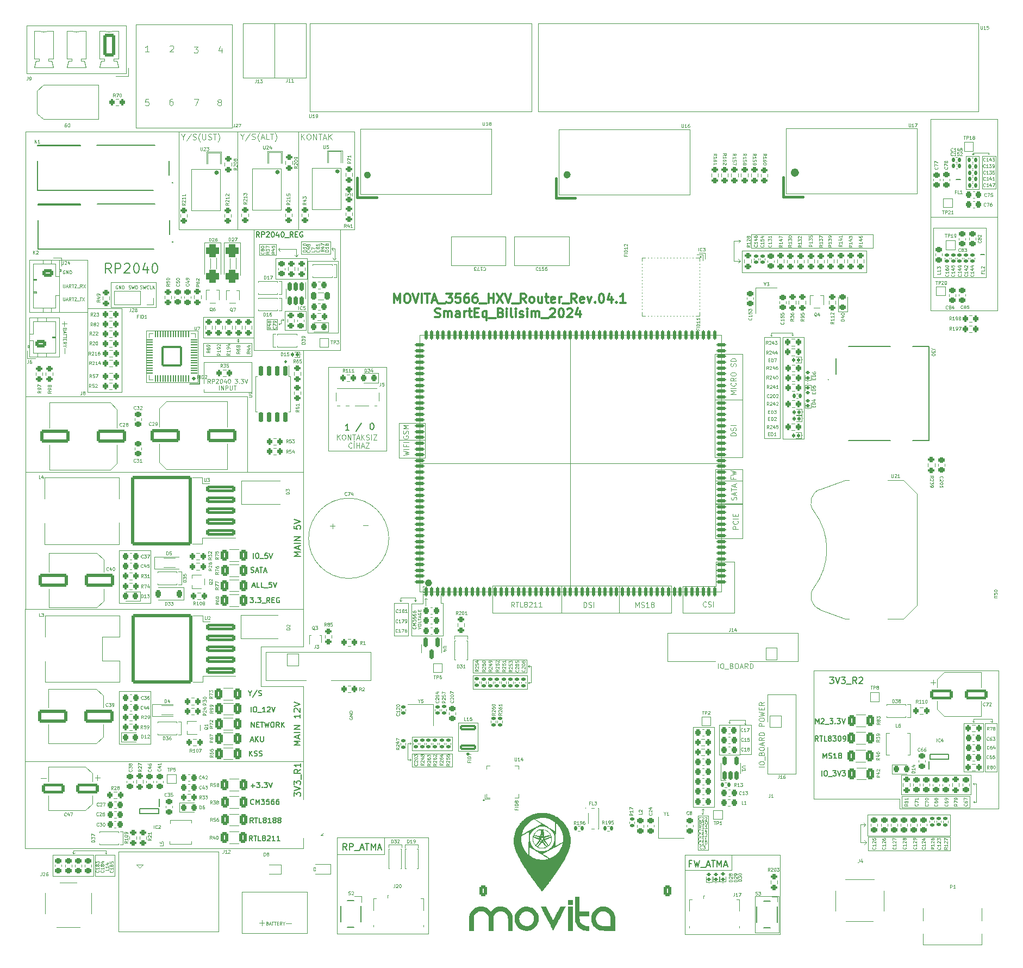
<source format=gto>
G04 #@! TF.GenerationSoftware,KiCad,Pcbnew,8.0.0-rc1*
G04 #@! TF.CreationDate,2025-03-26T09:49:13+03:00*
G04 #@! TF.ProjectId,Movita_3566_HXV_Router_V4.1,4d6f7669-7461-45f3-9335-36365f485856,REV1*
G04 #@! TF.SameCoordinates,Original*
G04 #@! TF.FileFunction,Legend,Top*
G04 #@! TF.FilePolarity,Positive*
%FSLAX46Y46*%
G04 Gerber Fmt 4.6, Leading zero omitted, Abs format (unit mm)*
G04 Created by KiCad (PCBNEW 8.0.0-rc1) date 2025-03-26 09:49:13*
%MOMM*%
%LPD*%
G01*
G04 APERTURE LIST*
G04 Aperture macros list*
%AMRoundRect*
0 Rectangle with rounded corners*
0 $1 Rounding radius*
0 $2 $3 $4 $5 $6 $7 $8 $9 X,Y pos of 4 corners*
0 Add a 4 corners polygon primitive as box body*
4,1,4,$2,$3,$4,$5,$6,$7,$8,$9,$2,$3,0*
0 Add four circle primitives for the rounded corners*
1,1,$1+$1,$2,$3*
1,1,$1+$1,$4,$5*
1,1,$1+$1,$6,$7*
1,1,$1+$1,$8,$9*
0 Add four rect primitives between the rounded corners*
20,1,$1+$1,$2,$3,$4,$5,0*
20,1,$1+$1,$4,$5,$6,$7,0*
20,1,$1+$1,$6,$7,$8,$9,0*
20,1,$1+$1,$8,$9,$2,$3,0*%
%AMFreePoly0*
4,1,12,-0.135000,0.500000,0.135000,0.500000,0.135000,-0.365000,0.124724,-0.416662,0.095459,-0.460459,0.051662,-0.489724,0.000000,-0.500000,-0.051662,-0.489724,-0.095459,-0.460459,-0.124724,-0.416662,-0.135000,-0.365000,-0.135000,0.500000,-0.135000,0.500000,$1*%
%AMFreePoly1*
4,1,5,3.000000,-3.000000,-3.000000,-3.000000,-3.000000,3.000000,3.000000,3.000000,3.000000,-3.000000,3.000000,-3.000000,$1*%
%AMFreePoly2*
4,1,12,-0.100000,0.450000,0.100000,0.450000,0.100000,-0.350000,0.092388,-0.388268,0.070711,-0.420711,0.038268,-0.442388,0.000000,-0.450000,-0.038268,-0.442388,-0.070711,-0.420711,-0.092388,-0.388268,-0.100000,-0.350000,-0.100000,0.450000,-0.100000,0.450000,$1*%
%AMFreePoly3*
4,1,12,-0.100000,0.350000,-0.092388,0.388268,-0.070711,0.420711,-0.038268,0.442388,0.000000,0.450000,0.038268,0.442388,0.070711,0.420711,0.092388,0.388268,0.100000,0.350000,0.100000,-0.450000,-0.100000,-0.450000,-0.100000,0.350000,-0.100000,0.350000,$1*%
G04 Aperture macros list end*
%ADD10C,0.120000*%
%ADD11C,0.100000*%
%ADD12C,0.150000*%
%ADD13C,0.125000*%
%ADD14C,0.200000*%
%ADD15C,0.300000*%
%ADD16C,0.050000*%
%ADD17C,0.400000*%
%ADD18C,0.700000*%
%ADD19C,0.500000*%
%ADD20C,0.000000*%
%ADD21C,0.127000*%
%ADD22C,0.250000*%
%ADD23C,0.600000*%
%ADD24C,1.500000*%
%ADD25RoundRect,0.200000X-0.200000X-0.275000X0.200000X-0.275000X0.200000X0.275000X-0.200000X0.275000X0*%
%ADD26C,1.000000*%
%ADD27RoundRect,0.250000X-0.625000X0.350000X-0.625000X-0.350000X0.625000X-0.350000X0.625000X0.350000X0*%
%ADD28O,1.750000X1.200000*%
%ADD29RoundRect,0.135000X-0.185000X0.135000X-0.185000X-0.135000X0.185000X-0.135000X0.185000X0.135000X0*%
%ADD30RoundRect,0.140000X-0.170000X0.140000X-0.170000X-0.140000X0.170000X-0.140000X0.170000X0.140000X0*%
%ADD31RoundRect,0.225000X-0.250000X0.225000X-0.250000X-0.225000X0.250000X-0.225000X0.250000X0.225000X0*%
%ADD32R,1.000000X1.300000*%
%ADD33RoundRect,0.225000X-0.225000X-0.250000X0.225000X-0.250000X0.225000X0.250000X-0.225000X0.250000X0*%
%ADD34R,1.000000X1.000000*%
%ADD35C,1.381000*%
%ADD36RoundRect,0.200000X0.200000X0.275000X-0.200000X0.275000X-0.200000X-0.275000X0.200000X-0.275000X0*%
%ADD37RoundRect,0.225000X0.225000X0.250000X-0.225000X0.250000X-0.225000X-0.250000X0.225000X-0.250000X0*%
%ADD38RoundRect,0.200000X0.275000X-0.200000X0.275000X0.200000X-0.275000X0.200000X-0.275000X-0.200000X0*%
%ADD39R,1.150000X1.650000*%
%ADD40RoundRect,0.218750X0.256250X-0.218750X0.256250X0.218750X-0.256250X0.218750X-0.256250X-0.218750X0*%
%ADD41R,0.700000X0.650000*%
%ADD42RoundRect,0.250000X-0.312500X-0.625000X0.312500X-0.625000X0.312500X0.625000X-0.312500X0.625000X0*%
%ADD43RoundRect,0.135000X0.135000X0.185000X-0.135000X0.185000X-0.135000X-0.185000X0.135000X-0.185000X0*%
%ADD44RoundRect,0.225000X0.250000X-0.225000X0.250000X0.225000X-0.250000X0.225000X-0.250000X-0.225000X0*%
%ADD45RoundRect,0.250000X-1.500000X-0.550000X1.500000X-0.550000X1.500000X0.550000X-1.500000X0.550000X0*%
%ADD46RoundRect,0.200000X-0.275000X0.200000X-0.275000X-0.200000X0.275000X-0.200000X0.275000X0.200000X0*%
%ADD47C,1.200000*%
%ADD48R,0.400000X1.745000*%
%ADD49O,1.200000X1.900000*%
%ADD50C,1.450000*%
%ADD51C,4.200000*%
%ADD52R,0.800000X0.900000*%
%ADD53R,0.900000X0.800000*%
%ADD54RoundRect,0.135000X0.185000X-0.135000X0.185000X0.135000X-0.185000X0.135000X-0.185000X-0.135000X0*%
%ADD55RoundRect,0.125000X0.175000X-0.125000X0.175000X0.125000X-0.175000X0.125000X-0.175000X-0.125000X0*%
%ADD56RoundRect,0.140000X0.140000X0.170000X-0.140000X0.170000X-0.140000X-0.170000X0.140000X-0.170000X0*%
%ADD57RoundRect,0.180000X1.070000X-0.270000X1.070000X0.270000X-1.070000X0.270000X-1.070000X-0.270000X0*%
%ADD58C,3.250000*%
%ADD59R,1.500000X1.500000*%
%ADD60C,2.300000*%
%ADD61RoundRect,0.125000X0.125000X0.175000X-0.125000X0.175000X-0.125000X-0.175000X0.125000X-0.175000X0*%
%ADD62C,0.900000*%
%ADD63C,6.200000*%
%ADD64RoundRect,0.140000X-0.140000X-0.170000X0.140000X-0.170000X0.140000X0.170000X-0.140000X0.170000X0*%
%ADD65R,2.500000X3.200000*%
%ADD66R,3.000000X2.500000*%
%ADD67RoundRect,0.218750X0.218750X0.256250X-0.218750X0.256250X-0.218750X-0.256250X0.218750X-0.256250X0*%
%ADD68RoundRect,0.050000X0.425000X0.050000X-0.425000X0.050000X-0.425000X-0.050000X0.425000X-0.050000X0*%
%ADD69RoundRect,0.050000X0.050000X0.425000X-0.050000X0.425000X-0.050000X-0.425000X0.050000X-0.425000X0*%
%ADD70RoundRect,0.144000X1.456000X1.456000X-1.456000X1.456000X-1.456000X-1.456000X1.456000X-1.456000X0*%
%ADD71RoundRect,0.500000X0.500000X-0.500000X0.500000X0.500000X-0.500000X0.500000X-0.500000X-0.500000X0*%
%ADD72RoundRect,0.500000X-0.500000X0.500000X-0.500000X-0.500000X0.500000X-0.500000X0.500000X0.500000X0*%
%ADD73R,2.170000X1.120000*%
%ADD74R,0.850000X0.850000*%
%ADD75RoundRect,0.218750X-0.256250X0.218750X-0.256250X-0.218750X0.256250X-0.218750X0.256250X0.218750X0*%
%ADD76R,1.350000X1.350000*%
%ADD77O,1.350000X1.350000*%
%ADD78RoundRect,0.140000X0.170000X-0.140000X0.170000X0.140000X-0.170000X0.140000X-0.170000X-0.140000X0*%
%ADD79C,1.650000*%
%ADD80FreePoly0,0.000000*%
%ADD81FreePoly0,90.000000*%
%ADD82FreePoly0,180.000000*%
%ADD83FreePoly0,270.000000*%
%ADD84FreePoly1,0.000000*%
%ADD85RoundRect,0.218750X-0.218750X-0.256250X0.218750X-0.256250X0.218750X0.256250X-0.218750X0.256250X0*%
%ADD86RoundRect,0.135000X-0.135000X-0.185000X0.135000X-0.185000X0.135000X0.185000X-0.135000X0.185000X0*%
%ADD87FreePoly2,180.000000*%
%ADD88FreePoly3,90.000000*%
%ADD89FreePoly2,270.000000*%
%ADD90FreePoly3,180.000000*%
%ADD91FreePoly2,0.000000*%
%ADD92FreePoly2,90.000000*%
%ADD93R,3.450000X3.450000*%
%ADD94R,1.300000X1.000000*%
%ADD95RoundRect,0.250001X-2.049999X-0.799999X2.049999X-0.799999X2.049999X0.799999X-2.049999X0.799999X0*%
%ADD96R,2.500000X1.500000*%
%ADD97C,2.250000*%
%ADD98RoundRect,0.250001X1.999999X0.799999X-1.999999X0.799999X-1.999999X-0.799999X1.999999X-0.799999X0*%
%ADD99RoundRect,0.125000X-0.175000X0.125000X-0.175000X-0.125000X0.175000X-0.125000X0.175000X0.125000X0*%
%ADD100R,1.250000X1.500000*%
%ADD101RoundRect,0.218750X0.218750X0.381250X-0.218750X0.381250X-0.218750X-0.381250X0.218750X-0.381250X0*%
%ADD102RoundRect,0.250001X2.049999X0.799999X-2.049999X0.799999X-2.049999X-0.799999X2.049999X-0.799999X0*%
%ADD103R,1.400000X1.200000*%
%ADD104RoundRect,0.225000X0.225000X0.375000X-0.225000X0.375000X-0.225000X-0.375000X0.225000X-0.375000X0*%
%ADD105RoundRect,0.250000X0.312500X0.625000X-0.312500X0.625000X-0.312500X-0.625000X0.312500X-0.625000X0*%
%ADD106R,0.650000X1.050000*%
%ADD107RoundRect,0.250000X1.500000X0.550000X-1.500000X0.550000X-1.500000X-0.550000X1.500000X-0.550000X0*%
%ADD108RoundRect,0.250000X2.050000X0.300000X-2.050000X0.300000X-2.050000X-0.300000X2.050000X-0.300000X0*%
%ADD109RoundRect,0.250002X4.449998X5.149998X-4.449998X5.149998X-4.449998X-5.149998X4.449998X-5.149998X0*%
%ADD110RoundRect,0.250000X0.625000X-0.350000X0.625000X0.350000X-0.625000X0.350000X-0.625000X-0.350000X0*%
%ADD111C,2.500000*%
%ADD112R,0.500000X0.600000*%
%ADD113C,0.650000*%
%ADD114R,0.600000X1.240000*%
%ADD115R,0.300000X1.240000*%
%ADD116O,1.000000X2.100000*%
%ADD117O,1.000000X1.800000*%
%ADD118R,0.600000X1.050000*%
%ADD119RoundRect,0.150000X0.150000X-0.512500X0.150000X0.512500X-0.150000X0.512500X-0.150000X-0.512500X0*%
%ADD120R,3.000000X3.500000*%
%ADD121R,5.080000X1.270000*%
%ADD122R,3.960000X3.960000*%
%ADD123RoundRect,0.150000X-0.150000X0.650000X-0.150000X-0.650000X0.150000X-0.650000X0.150000X0.650000X0*%
%ADD124R,0.600000X1.200000*%
%ADD125RoundRect,0.250000X0.650000X1.550000X-0.650000X1.550000X-0.650000X-1.550000X0.650000X-1.550000X0*%
%ADD126O,1.800000X3.600000*%
%ADD127R,1.200000X1.400000*%
%ADD128R,1.500000X2.500000*%
%ADD129RoundRect,0.125000X0.125000X-0.625000X0.125000X0.625000X-0.125000X0.625000X-0.125000X-0.625000X0*%
%ADD130RoundRect,0.125000X0.625000X0.125000X-0.625000X0.125000X-0.625000X-0.125000X0.625000X-0.125000X0*%
%ADD131RoundRect,0.125000X-0.125000X0.625000X-0.125000X-0.625000X0.125000X-0.625000X0.125000X0.625000X0*%
%ADD132RoundRect,0.125000X-0.625000X-0.125000X0.625000X-0.125000X0.625000X0.125000X-0.625000X0.125000X0*%
%ADD133RoundRect,0.150000X-0.150000X0.512500X-0.150000X-0.512500X0.150000X-0.512500X0.150000X0.512500X0*%
%ADD134C,3.200000*%
%ADD135R,1.300000X3.000000*%
%ADD136R,0.830000X1.630000*%
%ADD137R,1.030000X0.830000*%
%ADD138R,2.250000X2.050000*%
%ADD139R,1.600000X0.700000*%
%ADD140R,2.200000X1.200000*%
%ADD141R,1.400000X1.600000*%
%ADD142RoundRect,0.150000X-0.150000X0.587500X-0.150000X-0.587500X0.150000X-0.587500X0.150000X0.587500X0*%
%ADD143C,1.800000*%
%ADD144C,1.600000*%
%ADD145RoundRect,0.250000X0.350000X0.625000X-0.350000X0.625000X-0.350000X-0.625000X0.350000X-0.625000X0*%
%ADD146O,1.200000X1.750000*%
%ADD147C,1.100000*%
%ADD148O,3.200000X2.000000*%
G04 APERTURE END LIST*
D10*
X90010000Y-71770000D02*
X89860000Y-71920000D01*
X114850000Y-121000000D02*
X114850000Y-115920000D01*
X57280000Y-154940000D02*
X57480000Y-154740000D01*
X89170000Y-60820000D02*
X89440000Y-60550000D01*
X162810000Y-58535000D02*
X181840000Y-58535000D01*
X181840000Y-60625000D01*
X162810000Y-60625000D01*
X162810000Y-58535000D01*
X109810000Y-137795000D02*
X109645000Y-137960000D01*
X109820000Y-140290000D02*
X109670000Y-140440000D01*
X97450000Y-60740000D02*
X97720000Y-60470000D01*
X64360000Y-129640000D02*
X69290000Y-129640000D01*
X69290000Y-137840000D01*
X64360000Y-137840000D01*
X64360000Y-129640000D01*
X197390000Y-46110000D02*
X197390000Y-45810000D01*
X201360000Y-147930000D02*
X185910000Y-147930000D01*
X169280000Y-74300000D02*
X169480000Y-74100000D01*
X88580000Y-25640000D02*
X93480000Y-25640000D01*
X93480000Y-34140000D01*
X88580000Y-34140000D01*
X88580000Y-25640000D01*
X84310000Y-83710000D02*
X84310000Y-95470000D01*
X114460000Y-115920000D02*
X114460000Y-114380000D01*
X83650000Y-25640000D02*
X88580000Y-25640000D01*
X88580000Y-34140000D01*
X83650000Y-34140000D01*
X83650000Y-25640000D01*
X85357500Y-71410000D02*
X85357500Y-57780000D01*
X180650000Y-150400000D02*
X180340000Y-150090000D01*
X55440000Y-72440000D02*
X56230000Y-72440000D01*
X161920000Y-134780000D02*
X161760000Y-134620000D01*
X165960000Y-73880000D02*
X165960000Y-74310000D01*
X128090000Y-128260000D02*
X128250000Y-128100000D01*
X93080000Y-154100000D02*
X66870000Y-154100000D01*
X49680000Y-154100000D01*
X49680000Y-149040000D01*
X49680000Y-140580000D01*
X93050000Y-140580000D01*
X93080000Y-154100000D01*
X107220000Y-115960000D02*
X109380000Y-115960000D01*
X109380000Y-121000000D01*
X107220000Y-121000000D01*
X107220000Y-115960000D01*
X108260000Y-115640000D02*
X108040000Y-115420000D01*
X49780000Y-83710000D02*
X82880000Y-83710000D01*
X57280000Y-154940000D02*
X57070000Y-154730000D01*
X98400000Y-155010000D02*
X105715000Y-155010000D01*
X49780000Y-83710000D02*
X49780000Y-42480000D01*
X179850000Y-150400000D02*
X179850000Y-153160000D01*
X93050000Y-76570000D02*
X93050000Y-95480000D01*
X93050000Y-122660000D02*
X86460000Y-122660000D01*
X161920000Y-134780000D02*
X162080000Y-134620000D01*
X64780000Y-83070000D02*
X59430000Y-83070000D01*
X201360000Y-126400000D02*
X201360000Y-147930000D01*
X91950000Y-60820000D02*
X89170000Y-60820000D01*
X161060000Y-134920000D02*
X162840000Y-134920000D01*
X162840000Y-139480000D01*
X161060000Y-139480000D01*
X161060000Y-134920000D01*
X97450000Y-60740000D02*
X97940000Y-60740000D01*
X195930000Y-134620000D02*
X198960000Y-134620000D01*
X198960000Y-142160000D01*
X195930000Y-142160000D01*
X195930000Y-134620000D01*
X109350000Y-137795000D02*
X109350000Y-140290000D01*
X90010000Y-71770000D02*
X89850000Y-71610000D01*
X197430000Y-146870000D02*
X197570000Y-146730000D01*
D11*
X133260000Y-113190000D02*
X142240000Y-113190000D01*
X142240000Y-117460000D01*
X133260000Y-117460000D01*
X133260000Y-113190000D01*
D10*
X89240000Y-72430000D02*
X89360000Y-72310000D01*
X97620000Y-104310000D02*
X97620000Y-103530000D01*
X119460000Y-124700000D02*
X127900000Y-124700000D01*
X127900000Y-126790000D01*
X119460000Y-126790000D01*
X119460000Y-124700000D01*
X90180000Y-70470000D02*
X93520000Y-70470000D01*
X93520000Y-73420000D01*
X90180000Y-73420000D01*
X90180000Y-70470000D01*
X82840000Y-42600000D02*
X82840000Y-57750000D01*
X179850000Y-153160000D02*
X180780000Y-153160000D01*
D11*
X122520000Y-113190000D02*
X133260000Y-113190000D01*
X133260000Y-117460000D01*
X122520000Y-117460000D01*
X122520000Y-113190000D01*
D10*
X180780000Y-153160000D02*
X180470000Y-152850000D01*
X197430000Y-146870000D02*
X197910000Y-146870000D01*
X91950000Y-61980000D02*
X91680000Y-61710000D01*
X128560000Y-128260000D02*
X128090000Y-128260000D01*
X91950000Y-61980000D02*
X92250000Y-61680000D01*
X197390000Y-45810000D02*
X199840000Y-45810000D01*
X83490000Y-160900000D02*
X93670000Y-160900000D01*
X93670000Y-167290000D01*
X83490000Y-167290000D01*
X83490000Y-160900000D01*
X155270000Y-147900000D02*
X155270000Y-148800000D01*
X109880000Y-115970000D02*
X109880000Y-121000000D01*
X152480000Y-155160000D02*
X167340000Y-155160000D01*
X167340000Y-167450000D01*
X152480000Y-167450000D01*
X152480000Y-155160000D01*
X109350000Y-140290000D02*
X109820000Y-140290000D01*
X98850000Y-76570000D02*
X85357500Y-76570000D01*
D11*
X152170000Y-117400000D02*
X160180000Y-117400000D01*
D10*
X128560000Y-125760000D02*
X128560000Y-128260000D01*
X198820000Y-46280000D02*
X200900000Y-46280000D01*
X200900000Y-51440000D01*
X198820000Y-51440000D01*
X198820000Y-46280000D01*
X155270000Y-147900000D02*
X155440000Y-148070000D01*
D11*
X157230000Y-100470000D02*
X161500000Y-100470000D01*
X161500000Y-105880000D01*
X157230000Y-105880000D01*
X157230000Y-100470000D01*
X152170000Y-113290000D02*
X152170000Y-117400000D01*
D10*
X89170000Y-60820000D02*
X89470000Y-61120000D01*
X181000000Y-152340000D02*
X193850000Y-152340000D01*
X193850000Y-154460000D01*
X181000000Y-154460000D01*
X181000000Y-152340000D01*
X86615000Y-166095000D02*
X86615000Y-165305000D01*
X161120000Y-59550000D02*
X160890000Y-59780000D01*
X199260000Y-134610000D02*
X201090000Y-134610000D01*
X201090000Y-142150000D01*
X199260000Y-142150000D01*
X199260000Y-134610000D01*
X185910000Y-147930000D02*
X185910000Y-146420000D01*
X86460000Y-128830000D02*
X93050000Y-128830000D01*
X197430000Y-146870000D02*
X197580000Y-147020000D01*
X199840000Y-46080000D02*
X199950000Y-45970000D01*
X98850000Y-57770000D02*
X98850000Y-76570000D01*
X82880000Y-75280000D02*
X82740000Y-75140000D01*
X110310000Y-115450000D02*
X110500000Y-115640000D01*
X110500000Y-115640000D02*
X110310000Y-115450000D01*
X92753398Y-59576602D02*
X97260000Y-59576602D01*
X97260000Y-61520000D01*
X92753398Y-61520000D01*
X92753398Y-59576602D01*
X108260000Y-115640000D02*
X108260000Y-115040000D01*
X199840000Y-46080000D02*
X199740000Y-45980000D01*
X85357500Y-74627500D02*
X85357500Y-76570000D01*
D11*
X157810000Y-134880000D02*
X161030000Y-134880000D01*
X161030000Y-139550000D01*
X157810000Y-139550000D01*
X157810000Y-134880000D01*
D10*
X200300000Y-134470000D02*
X200470000Y-134300000D01*
X82880000Y-74800000D02*
X83000000Y-74920000D01*
X185910000Y-146420000D02*
X172660000Y-146420000D01*
X97940000Y-62377500D02*
X97940000Y-60740000D01*
X102365000Y-103840000D02*
X103115000Y-103840000D01*
X110500000Y-115640000D02*
X110690000Y-115450000D01*
X180780000Y-153160000D02*
X180460000Y-153480000D01*
D11*
X157193540Y-77100000D02*
X161466460Y-77100000D01*
X161466460Y-84267080D01*
X157193540Y-84267080D01*
X157193540Y-77100000D01*
D10*
X60610000Y-155110000D02*
X63720000Y-155110000D01*
X63720000Y-158400000D01*
X60610000Y-158400000D01*
X60610000Y-155110000D01*
X62310000Y-154940000D02*
X62480000Y-154770000D01*
D11*
X157193540Y-84282920D02*
X161466460Y-84282920D01*
X161466460Y-93240000D01*
X157193540Y-93240000D01*
X157193540Y-84282920D01*
D10*
X159440000Y-134160000D02*
X161920000Y-134160000D01*
X82880000Y-75280000D02*
X83020000Y-75140000D01*
X55835000Y-72835000D02*
X55835000Y-72045000D01*
X161130000Y-62640000D02*
X160820000Y-62950000D01*
X89240000Y-72430000D02*
X89370000Y-72560000D01*
X73650000Y-42480000D02*
X101000000Y-42480000D01*
X101000000Y-57760000D01*
X73650000Y-57760000D01*
X73650000Y-42480000D01*
X161920000Y-134160000D02*
X161920000Y-134780000D01*
X169280000Y-74300000D02*
X169280000Y-73880000D01*
X105715000Y-155010000D02*
X105715000Y-152440000D01*
X64341573Y-107724422D02*
X69271573Y-107724422D01*
X69271573Y-115924422D01*
X64341573Y-115924422D01*
X64341573Y-107724422D01*
X128090000Y-128260000D02*
X128240000Y-128410000D01*
X159440000Y-134640000D02*
X159440000Y-134160000D01*
X77530000Y-71410000D02*
X85357500Y-71410000D01*
X85357500Y-74627500D01*
X77530000Y-74627500D01*
X77530000Y-71410000D01*
X153740000Y-135190000D02*
X157040000Y-135190000D01*
X157040000Y-147650000D01*
X153740000Y-147650000D01*
X153740000Y-135190000D01*
X197500000Y-134435000D02*
X197500000Y-133920000D01*
X97930000Y-62460000D02*
X98230000Y-62160000D01*
X49680000Y-140580000D02*
X49680000Y-116890000D01*
X86210000Y-60070000D02*
X88830000Y-60070000D01*
X88830000Y-61760000D01*
X86210000Y-61760000D01*
X86210000Y-60070000D01*
X197580000Y-147020000D02*
X197430000Y-146870000D01*
D11*
X160210000Y-117390000D02*
X160210000Y-109510000D01*
D10*
X154510000Y-149060000D02*
X156140000Y-149060000D01*
X156140000Y-154340000D01*
X154510000Y-154340000D01*
X154510000Y-149060000D01*
D11*
X160210000Y-109510000D02*
X157300000Y-109510000D01*
D10*
X191220000Y-57510000D02*
X199450000Y-57510000D01*
X199450000Y-65200000D01*
X191220000Y-65200000D01*
X191220000Y-57510000D01*
X111660000Y-114360000D02*
X111660000Y-115970000D01*
X59560000Y-70040000D02*
X64780000Y-70040000D01*
X54030000Y-155100000D02*
X60420000Y-155100000D01*
X60420000Y-158390000D01*
X54030000Y-158390000D01*
X54030000Y-155100000D01*
X87370000Y-71700000D02*
X89030000Y-71700000D01*
X89030000Y-73360000D01*
X87370000Y-73360000D01*
X87370000Y-71700000D01*
X88780000Y-62220000D02*
X93624766Y-62220000D01*
X93624766Y-65494766D01*
X88780000Y-65494766D01*
X88780000Y-62220000D01*
X159780000Y-157490000D02*
X152480000Y-157490000D01*
D11*
X157225000Y-96890000D02*
X161495000Y-96890000D01*
X161495000Y-100460000D01*
X157225000Y-100460000D01*
X157225000Y-96890000D01*
D10*
X110005000Y-139350000D02*
X116295000Y-139350000D01*
X116295000Y-141420000D01*
X110005000Y-141420000D01*
X110005000Y-139350000D01*
D11*
X157222080Y-95070000D02*
X161495000Y-95070000D01*
X161495000Y-96887080D01*
X157222080Y-96887080D01*
X157222080Y-95070000D01*
D10*
X62310000Y-154940000D02*
X62140000Y-154770000D01*
X108260000Y-115040000D02*
X110500000Y-115040000D01*
X64780000Y-70040000D02*
X64780000Y-83070000D01*
X92290000Y-42490000D02*
X92290000Y-57730000D01*
D11*
X142240000Y-113190000D02*
X150420000Y-113190000D01*
X150420000Y-117460000D01*
X142240000Y-117460000D01*
X142240000Y-113190000D01*
D10*
X96970000Y-79140000D02*
X106030000Y-79140000D01*
X106030000Y-92200000D01*
X96970000Y-92200000D01*
X96970000Y-79140000D01*
X197910000Y-146870000D02*
X197910000Y-144040000D01*
X114850000Y-115920000D02*
X114460000Y-115920000D01*
X160090000Y-59550000D02*
X161120000Y-59550000D01*
X161120000Y-59550000D02*
X160890000Y-59320000D01*
X165960000Y-74310000D02*
X165800000Y-74150000D01*
X91950000Y-61980000D02*
X91950000Y-60830000D01*
X49780000Y-95480000D02*
X93050000Y-95480000D01*
X93050000Y-116890000D01*
X49780000Y-116890000D01*
X49780000Y-95480000D01*
X49780000Y-116890000D02*
X91360000Y-116890000D01*
X89630000Y-72430000D02*
X89630000Y-71770000D01*
X82880000Y-75280000D02*
X82880000Y-74800000D01*
X93760000Y-62690000D02*
X98490000Y-62690000D01*
X98490000Y-73810000D01*
X93760000Y-73810000D01*
X93760000Y-62690000D01*
X200300000Y-133920000D02*
X200300000Y-134470000D01*
X90120000Y-95480000D02*
X93050000Y-95480000D01*
X161130000Y-62640000D02*
X160820000Y-62330000D01*
X49780000Y-95480000D02*
X49780000Y-83710000D01*
X161130000Y-62640000D02*
X160090000Y-62640000D01*
X197370000Y-144040000D02*
X197520000Y-144190000D01*
X172610000Y-126400000D02*
X201290000Y-126400000D01*
X97450000Y-60740000D02*
X97750000Y-61040000D01*
X186230000Y-142690000D02*
X197020000Y-142690000D01*
X197020000Y-145720000D01*
X186230000Y-145720000D01*
X186230000Y-142690000D01*
X197370000Y-144040000D02*
X197520000Y-143890000D01*
X82880000Y-74800000D02*
X82750000Y-74930000D01*
X119500000Y-127185000D02*
X127910000Y-127185000D01*
X127910000Y-129275000D01*
X119500000Y-129275000D01*
X119500000Y-127185000D01*
X110500000Y-115040000D02*
X110500000Y-115640000D01*
X186250000Y-145950000D02*
X196910000Y-145950000D01*
X196910000Y-147780000D01*
X186250000Y-147780000D01*
X186250000Y-145950000D01*
X155270000Y-148800000D02*
X155410000Y-148660000D01*
X169280000Y-74300000D02*
X169090000Y-74110000D01*
X93050000Y-116890000D02*
X93050000Y-122660000D01*
X155270000Y-147900000D02*
X155120000Y-148050000D01*
X196260000Y-46310000D02*
X198340000Y-46310000D01*
X198340000Y-51470000D01*
X196260000Y-51470000D01*
X196260000Y-46310000D01*
X128060000Y-125760000D02*
X128250000Y-125570000D01*
X161420000Y-61080000D02*
X180760000Y-61080000D01*
X180760000Y-64410000D01*
X161420000Y-64410000D01*
X161420000Y-61080000D01*
X155270000Y-148800000D02*
X155150000Y-148680000D01*
X86460000Y-122660000D02*
X86460000Y-128830000D01*
X89640000Y-71770000D02*
X90010000Y-71770000D01*
X55090000Y-62470000D02*
X59430000Y-62470000D01*
X59430000Y-70590000D01*
X55090000Y-70590000D01*
X55090000Y-62470000D01*
X199840000Y-45810000D02*
X199840000Y-46080000D01*
X164840000Y-74550000D02*
X167320000Y-74550000D01*
X167320000Y-90230000D01*
X164840000Y-90230000D01*
X164840000Y-74550000D01*
X180650000Y-150400000D02*
X179850000Y-150400000D01*
X55890000Y-77035000D02*
X55890000Y-76245000D01*
X90375000Y-165795000D02*
X91165000Y-165795000D01*
X97930000Y-62460000D02*
X97660000Y-62190000D01*
X197390000Y-46110000D02*
X197520000Y-45980000D01*
X73650000Y-42480000D02*
X49780000Y-42480000D01*
D11*
X157300000Y-109510000D02*
X157300000Y-113290000D01*
D10*
X180970000Y-148865000D02*
X193820000Y-148865000D01*
X193820000Y-152115000D01*
X180970000Y-152115000D01*
X180970000Y-148865000D01*
X197390000Y-46110000D02*
X197250000Y-45970000D01*
X159780000Y-155172500D02*
X159780000Y-157490000D01*
X159440000Y-134640000D02*
X159620000Y-134460000D01*
X57280000Y-154940000D02*
X57280000Y-154450000D01*
D11*
X107940000Y-87910000D02*
X112040000Y-87910000D01*
X112040000Y-90510000D01*
X107940000Y-90510000D01*
X107940000Y-87910000D01*
D10*
X200300000Y-134470000D02*
X200120000Y-134290000D01*
X63130000Y-65960000D02*
X70140000Y-65960000D01*
X70140000Y-69860000D01*
X63130000Y-69860000D01*
X63130000Y-65960000D01*
X190790000Y-40580000D02*
X201150000Y-40580000D01*
X201150000Y-55820000D01*
X190790000Y-55820000D01*
X190790000Y-40580000D01*
X128060000Y-125760000D02*
X128560000Y-125760000D01*
X167770000Y-74540000D02*
X171070000Y-74540000D01*
X171070000Y-90390000D01*
X167770000Y-90390000D01*
X167770000Y-74540000D01*
X190790000Y-55820000D02*
X201150000Y-55820000D01*
X201150000Y-70360000D01*
X190790000Y-70360000D01*
X190790000Y-55820000D01*
X160090000Y-62640000D02*
X160090000Y-59550000D01*
X111660000Y-115970000D02*
X109880000Y-115970000D01*
X77580000Y-78420000D02*
X85000000Y-78420000D01*
X85000000Y-83030000D01*
X77580000Y-83030000D01*
X77580000Y-78420000D01*
X77516250Y-75470000D02*
X85063750Y-75470000D01*
X85063750Y-77447500D01*
X77516250Y-77447500D01*
X77516250Y-75470000D01*
D11*
X107940000Y-90540000D02*
X112040000Y-90540000D01*
X112040000Y-93290000D01*
X107940000Y-93290000D01*
X107940000Y-90540000D01*
D10*
X93050000Y-140580000D02*
X93050000Y-128830000D01*
X128060000Y-125760000D02*
X128250000Y-125950000D01*
X62310000Y-154450000D02*
X62310000Y-154940000D01*
X180650000Y-150400000D02*
X180360000Y-150690000D01*
X159440000Y-134640000D02*
X159240000Y-134440000D01*
X109980000Y-136760000D02*
X116270000Y-136760000D01*
X116270000Y-138830000D01*
X109980000Y-138830000D01*
X109980000Y-136760000D01*
X98315000Y-152450000D02*
X112505000Y-152450000D01*
X112505000Y-167400000D01*
X98315000Y-167400000D01*
X98315000Y-152450000D01*
X108260000Y-115640000D02*
X108500000Y-115400000D01*
X197910000Y-144040000D02*
X197370000Y-144040000D01*
X165960000Y-74310000D02*
X166130000Y-74140000D01*
X57280000Y-154450000D02*
X62310000Y-154450000D01*
X109810000Y-137795000D02*
X109625000Y-137610000D01*
X197500000Y-134435000D02*
X197330000Y-134265000D01*
X197500000Y-134435000D02*
X197670000Y-134265000D01*
X109810000Y-137795000D02*
X109350000Y-137795000D01*
D11*
X157300000Y-113290000D02*
X152170000Y-113290000D01*
D10*
X109820000Y-140290000D02*
X109660000Y-140130000D01*
X169280000Y-73880000D02*
X165960000Y-73880000D01*
X197500000Y-133920000D02*
X200300000Y-133920000D01*
X89240000Y-72430000D02*
X89630000Y-72430000D01*
X86220000Y-165700000D02*
X87010000Y-165700000D01*
X59430000Y-83070000D02*
X59430000Y-70590000D01*
X97230000Y-103920000D02*
X98010000Y-103920000D01*
X82880000Y-83710000D02*
X84310000Y-83710000D01*
X109880000Y-121000000D02*
X114850000Y-121000000D01*
X172610000Y-146410000D02*
X172610000Y-126400000D01*
D11*
X74351503Y-43336085D02*
X74351503Y-43764657D01*
X74051503Y-42864657D02*
X74351503Y-43336085D01*
X74351503Y-43336085D02*
X74651503Y-42864657D01*
X75594360Y-42821800D02*
X74822932Y-43978942D01*
X75851503Y-43721800D02*
X75980075Y-43764657D01*
X75980075Y-43764657D02*
X76194360Y-43764657D01*
X76194360Y-43764657D02*
X76280075Y-43721800D01*
X76280075Y-43721800D02*
X76322932Y-43678942D01*
X76322932Y-43678942D02*
X76365789Y-43593228D01*
X76365789Y-43593228D02*
X76365789Y-43507514D01*
X76365789Y-43507514D02*
X76322932Y-43421800D01*
X76322932Y-43421800D02*
X76280075Y-43378942D01*
X76280075Y-43378942D02*
X76194360Y-43336085D01*
X76194360Y-43336085D02*
X76022932Y-43293228D01*
X76022932Y-43293228D02*
X75937217Y-43250371D01*
X75937217Y-43250371D02*
X75894360Y-43207514D01*
X75894360Y-43207514D02*
X75851503Y-43121800D01*
X75851503Y-43121800D02*
X75851503Y-43036085D01*
X75851503Y-43036085D02*
X75894360Y-42950371D01*
X75894360Y-42950371D02*
X75937217Y-42907514D01*
X75937217Y-42907514D02*
X76022932Y-42864657D01*
X76022932Y-42864657D02*
X76237217Y-42864657D01*
X76237217Y-42864657D02*
X76365789Y-42907514D01*
X77008646Y-44107514D02*
X76965789Y-44064657D01*
X76965789Y-44064657D02*
X76880075Y-43936085D01*
X76880075Y-43936085D02*
X76837218Y-43850371D01*
X76837218Y-43850371D02*
X76794360Y-43721800D01*
X76794360Y-43721800D02*
X76751503Y-43507514D01*
X76751503Y-43507514D02*
X76751503Y-43336085D01*
X76751503Y-43336085D02*
X76794360Y-43121800D01*
X76794360Y-43121800D02*
X76837218Y-42993228D01*
X76837218Y-42993228D02*
X76880075Y-42907514D01*
X76880075Y-42907514D02*
X76965789Y-42778942D01*
X76965789Y-42778942D02*
X77008646Y-42736085D01*
X77351503Y-42864657D02*
X77351503Y-43593228D01*
X77351503Y-43593228D02*
X77394360Y-43678942D01*
X77394360Y-43678942D02*
X77437218Y-43721800D01*
X77437218Y-43721800D02*
X77522932Y-43764657D01*
X77522932Y-43764657D02*
X77694360Y-43764657D01*
X77694360Y-43764657D02*
X77780075Y-43721800D01*
X77780075Y-43721800D02*
X77822932Y-43678942D01*
X77822932Y-43678942D02*
X77865789Y-43593228D01*
X77865789Y-43593228D02*
X77865789Y-42864657D01*
X78251503Y-43721800D02*
X78380075Y-43764657D01*
X78380075Y-43764657D02*
X78594360Y-43764657D01*
X78594360Y-43764657D02*
X78680075Y-43721800D01*
X78680075Y-43721800D02*
X78722932Y-43678942D01*
X78722932Y-43678942D02*
X78765789Y-43593228D01*
X78765789Y-43593228D02*
X78765789Y-43507514D01*
X78765789Y-43507514D02*
X78722932Y-43421800D01*
X78722932Y-43421800D02*
X78680075Y-43378942D01*
X78680075Y-43378942D02*
X78594360Y-43336085D01*
X78594360Y-43336085D02*
X78422932Y-43293228D01*
X78422932Y-43293228D02*
X78337217Y-43250371D01*
X78337217Y-43250371D02*
X78294360Y-43207514D01*
X78294360Y-43207514D02*
X78251503Y-43121800D01*
X78251503Y-43121800D02*
X78251503Y-43036085D01*
X78251503Y-43036085D02*
X78294360Y-42950371D01*
X78294360Y-42950371D02*
X78337217Y-42907514D01*
X78337217Y-42907514D02*
X78422932Y-42864657D01*
X78422932Y-42864657D02*
X78637217Y-42864657D01*
X78637217Y-42864657D02*
X78765789Y-42907514D01*
X79022932Y-42864657D02*
X79537218Y-42864657D01*
X79280075Y-43764657D02*
X79280075Y-42864657D01*
X79751503Y-44107514D02*
X79794360Y-44064657D01*
X79794360Y-44064657D02*
X79880074Y-43936085D01*
X79880074Y-43936085D02*
X79922932Y-43850371D01*
X79922932Y-43850371D02*
X79965789Y-43721800D01*
X79965789Y-43721800D02*
X80008646Y-43507514D01*
X80008646Y-43507514D02*
X80008646Y-43336085D01*
X80008646Y-43336085D02*
X79965789Y-43121800D01*
X79965789Y-43121800D02*
X79922932Y-42993228D01*
X79922932Y-42993228D02*
X79880074Y-42907514D01*
X79880074Y-42907514D02*
X79794360Y-42778942D01*
X79794360Y-42778942D02*
X79751503Y-42736085D01*
D12*
X84881064Y-137265723D02*
X85262017Y-137265723D01*
X84804874Y-137494295D02*
X85071541Y-136694295D01*
X85071541Y-136694295D02*
X85338207Y-137494295D01*
X85604874Y-137494295D02*
X85604874Y-136694295D01*
X86062017Y-137494295D02*
X85719159Y-137037152D01*
X86062017Y-136694295D02*
X85604874Y-137151438D01*
X86404874Y-136694295D02*
X86404874Y-137341914D01*
X86404874Y-137341914D02*
X86442969Y-137418104D01*
X86442969Y-137418104D02*
X86481064Y-137456200D01*
X86481064Y-137456200D02*
X86557255Y-137494295D01*
X86557255Y-137494295D02*
X86709636Y-137494295D01*
X86709636Y-137494295D02*
X86785826Y-137456200D01*
X86785826Y-137456200D02*
X86823921Y-137418104D01*
X86823921Y-137418104D02*
X86862017Y-137341914D01*
X86862017Y-137341914D02*
X86862017Y-136694295D01*
X84909160Y-144329533D02*
X85518684Y-144329533D01*
X85213922Y-144634295D02*
X85213922Y-144024771D01*
X85823445Y-143834295D02*
X86318683Y-143834295D01*
X86318683Y-143834295D02*
X86052017Y-144139057D01*
X86052017Y-144139057D02*
X86166302Y-144139057D01*
X86166302Y-144139057D02*
X86242493Y-144177152D01*
X86242493Y-144177152D02*
X86280588Y-144215247D01*
X86280588Y-144215247D02*
X86318683Y-144291438D01*
X86318683Y-144291438D02*
X86318683Y-144481914D01*
X86318683Y-144481914D02*
X86280588Y-144558104D01*
X86280588Y-144558104D02*
X86242493Y-144596200D01*
X86242493Y-144596200D02*
X86166302Y-144634295D01*
X86166302Y-144634295D02*
X85937731Y-144634295D01*
X85937731Y-144634295D02*
X85861540Y-144596200D01*
X85861540Y-144596200D02*
X85823445Y-144558104D01*
X86661541Y-144558104D02*
X86699636Y-144596200D01*
X86699636Y-144596200D02*
X86661541Y-144634295D01*
X86661541Y-144634295D02*
X86623445Y-144596200D01*
X86623445Y-144596200D02*
X86661541Y-144558104D01*
X86661541Y-144558104D02*
X86661541Y-144634295D01*
X86966302Y-143834295D02*
X87461540Y-143834295D01*
X87461540Y-143834295D02*
X87194874Y-144139057D01*
X87194874Y-144139057D02*
X87309159Y-144139057D01*
X87309159Y-144139057D02*
X87385350Y-144177152D01*
X87385350Y-144177152D02*
X87423445Y-144215247D01*
X87423445Y-144215247D02*
X87461540Y-144291438D01*
X87461540Y-144291438D02*
X87461540Y-144481914D01*
X87461540Y-144481914D02*
X87423445Y-144558104D01*
X87423445Y-144558104D02*
X87385350Y-144596200D01*
X87385350Y-144596200D02*
X87309159Y-144634295D01*
X87309159Y-144634295D02*
X87080588Y-144634295D01*
X87080588Y-144634295D02*
X87004397Y-144596200D01*
X87004397Y-144596200D02*
X86966302Y-144558104D01*
X87690112Y-143834295D02*
X87956779Y-144634295D01*
X87956779Y-144634295D02*
X88223445Y-143834295D01*
X86216303Y-58924295D02*
X85949636Y-58543342D01*
X85759160Y-58924295D02*
X85759160Y-58124295D01*
X85759160Y-58124295D02*
X86063922Y-58124295D01*
X86063922Y-58124295D02*
X86140112Y-58162390D01*
X86140112Y-58162390D02*
X86178207Y-58200485D01*
X86178207Y-58200485D02*
X86216303Y-58276676D01*
X86216303Y-58276676D02*
X86216303Y-58390961D01*
X86216303Y-58390961D02*
X86178207Y-58467152D01*
X86178207Y-58467152D02*
X86140112Y-58505247D01*
X86140112Y-58505247D02*
X86063922Y-58543342D01*
X86063922Y-58543342D02*
X85759160Y-58543342D01*
X86559160Y-58924295D02*
X86559160Y-58124295D01*
X86559160Y-58124295D02*
X86863922Y-58124295D01*
X86863922Y-58124295D02*
X86940112Y-58162390D01*
X86940112Y-58162390D02*
X86978207Y-58200485D01*
X86978207Y-58200485D02*
X87016303Y-58276676D01*
X87016303Y-58276676D02*
X87016303Y-58390961D01*
X87016303Y-58390961D02*
X86978207Y-58467152D01*
X86978207Y-58467152D02*
X86940112Y-58505247D01*
X86940112Y-58505247D02*
X86863922Y-58543342D01*
X86863922Y-58543342D02*
X86559160Y-58543342D01*
X87321064Y-58200485D02*
X87359160Y-58162390D01*
X87359160Y-58162390D02*
X87435350Y-58124295D01*
X87435350Y-58124295D02*
X87625826Y-58124295D01*
X87625826Y-58124295D02*
X87702017Y-58162390D01*
X87702017Y-58162390D02*
X87740112Y-58200485D01*
X87740112Y-58200485D02*
X87778207Y-58276676D01*
X87778207Y-58276676D02*
X87778207Y-58352866D01*
X87778207Y-58352866D02*
X87740112Y-58467152D01*
X87740112Y-58467152D02*
X87282969Y-58924295D01*
X87282969Y-58924295D02*
X87778207Y-58924295D01*
X88273446Y-58124295D02*
X88349636Y-58124295D01*
X88349636Y-58124295D02*
X88425827Y-58162390D01*
X88425827Y-58162390D02*
X88463922Y-58200485D01*
X88463922Y-58200485D02*
X88502017Y-58276676D01*
X88502017Y-58276676D02*
X88540112Y-58429057D01*
X88540112Y-58429057D02*
X88540112Y-58619533D01*
X88540112Y-58619533D02*
X88502017Y-58771914D01*
X88502017Y-58771914D02*
X88463922Y-58848104D01*
X88463922Y-58848104D02*
X88425827Y-58886200D01*
X88425827Y-58886200D02*
X88349636Y-58924295D01*
X88349636Y-58924295D02*
X88273446Y-58924295D01*
X88273446Y-58924295D02*
X88197255Y-58886200D01*
X88197255Y-58886200D02*
X88159160Y-58848104D01*
X88159160Y-58848104D02*
X88121065Y-58771914D01*
X88121065Y-58771914D02*
X88082969Y-58619533D01*
X88082969Y-58619533D02*
X88082969Y-58429057D01*
X88082969Y-58429057D02*
X88121065Y-58276676D01*
X88121065Y-58276676D02*
X88159160Y-58200485D01*
X88159160Y-58200485D02*
X88197255Y-58162390D01*
X88197255Y-58162390D02*
X88273446Y-58124295D01*
X89225827Y-58390961D02*
X89225827Y-58924295D01*
X89035351Y-58086200D02*
X88844874Y-58657628D01*
X88844874Y-58657628D02*
X89340113Y-58657628D01*
X89797256Y-58124295D02*
X89873446Y-58124295D01*
X89873446Y-58124295D02*
X89949637Y-58162390D01*
X89949637Y-58162390D02*
X89987732Y-58200485D01*
X89987732Y-58200485D02*
X90025827Y-58276676D01*
X90025827Y-58276676D02*
X90063922Y-58429057D01*
X90063922Y-58429057D02*
X90063922Y-58619533D01*
X90063922Y-58619533D02*
X90025827Y-58771914D01*
X90025827Y-58771914D02*
X89987732Y-58848104D01*
X89987732Y-58848104D02*
X89949637Y-58886200D01*
X89949637Y-58886200D02*
X89873446Y-58924295D01*
X89873446Y-58924295D02*
X89797256Y-58924295D01*
X89797256Y-58924295D02*
X89721065Y-58886200D01*
X89721065Y-58886200D02*
X89682970Y-58848104D01*
X89682970Y-58848104D02*
X89644875Y-58771914D01*
X89644875Y-58771914D02*
X89606779Y-58619533D01*
X89606779Y-58619533D02*
X89606779Y-58429057D01*
X89606779Y-58429057D02*
X89644875Y-58276676D01*
X89644875Y-58276676D02*
X89682970Y-58200485D01*
X89682970Y-58200485D02*
X89721065Y-58162390D01*
X89721065Y-58162390D02*
X89797256Y-58124295D01*
X90216304Y-59000485D02*
X90825827Y-59000485D01*
X91473447Y-58924295D02*
X91206780Y-58543342D01*
X91016304Y-58924295D02*
X91016304Y-58124295D01*
X91016304Y-58124295D02*
X91321066Y-58124295D01*
X91321066Y-58124295D02*
X91397256Y-58162390D01*
X91397256Y-58162390D02*
X91435351Y-58200485D01*
X91435351Y-58200485D02*
X91473447Y-58276676D01*
X91473447Y-58276676D02*
X91473447Y-58390961D01*
X91473447Y-58390961D02*
X91435351Y-58467152D01*
X91435351Y-58467152D02*
X91397256Y-58505247D01*
X91397256Y-58505247D02*
X91321066Y-58543342D01*
X91321066Y-58543342D02*
X91016304Y-58543342D01*
X91816304Y-58505247D02*
X92082970Y-58505247D01*
X92197256Y-58924295D02*
X91816304Y-58924295D01*
X91816304Y-58924295D02*
X91816304Y-58124295D01*
X91816304Y-58124295D02*
X92197256Y-58124295D01*
X92959161Y-58162390D02*
X92882971Y-58124295D01*
X92882971Y-58124295D02*
X92768685Y-58124295D01*
X92768685Y-58124295D02*
X92654399Y-58162390D01*
X92654399Y-58162390D02*
X92578209Y-58238580D01*
X92578209Y-58238580D02*
X92540114Y-58314771D01*
X92540114Y-58314771D02*
X92502018Y-58467152D01*
X92502018Y-58467152D02*
X92502018Y-58581438D01*
X92502018Y-58581438D02*
X92540114Y-58733819D01*
X92540114Y-58733819D02*
X92578209Y-58810009D01*
X92578209Y-58810009D02*
X92654399Y-58886200D01*
X92654399Y-58886200D02*
X92768685Y-58924295D01*
X92768685Y-58924295D02*
X92844876Y-58924295D01*
X92844876Y-58924295D02*
X92959161Y-58886200D01*
X92959161Y-58886200D02*
X92997257Y-58848104D01*
X92997257Y-58848104D02*
X92997257Y-58581438D01*
X92997257Y-58581438D02*
X92844876Y-58581438D01*
D13*
X65867474Y-66961000D02*
X65938902Y-66984809D01*
X65938902Y-66984809D02*
X66057950Y-66984809D01*
X66057950Y-66984809D02*
X66105569Y-66961000D01*
X66105569Y-66961000D02*
X66129378Y-66937190D01*
X66129378Y-66937190D02*
X66153188Y-66889571D01*
X66153188Y-66889571D02*
X66153188Y-66841952D01*
X66153188Y-66841952D02*
X66129378Y-66794333D01*
X66129378Y-66794333D02*
X66105569Y-66770523D01*
X66105569Y-66770523D02*
X66057950Y-66746714D01*
X66057950Y-66746714D02*
X65962712Y-66722904D01*
X65962712Y-66722904D02*
X65915093Y-66699095D01*
X65915093Y-66699095D02*
X65891283Y-66675285D01*
X65891283Y-66675285D02*
X65867474Y-66627666D01*
X65867474Y-66627666D02*
X65867474Y-66580047D01*
X65867474Y-66580047D02*
X65891283Y-66532428D01*
X65891283Y-66532428D02*
X65915093Y-66508619D01*
X65915093Y-66508619D02*
X65962712Y-66484809D01*
X65962712Y-66484809D02*
X66081759Y-66484809D01*
X66081759Y-66484809D02*
X66153188Y-66508619D01*
X66319854Y-66484809D02*
X66438902Y-66984809D01*
X66438902Y-66984809D02*
X66534140Y-66627666D01*
X66534140Y-66627666D02*
X66629378Y-66984809D01*
X66629378Y-66984809D02*
X66748426Y-66484809D01*
X66938902Y-66984809D02*
X66938902Y-66484809D01*
X66938902Y-66484809D02*
X67057950Y-66484809D01*
X67057950Y-66484809D02*
X67129378Y-66508619D01*
X67129378Y-66508619D02*
X67176997Y-66556238D01*
X67176997Y-66556238D02*
X67200807Y-66603857D01*
X67200807Y-66603857D02*
X67224616Y-66699095D01*
X67224616Y-66699095D02*
X67224616Y-66770523D01*
X67224616Y-66770523D02*
X67200807Y-66865761D01*
X67200807Y-66865761D02*
X67176997Y-66913380D01*
X67176997Y-66913380D02*
X67129378Y-66961000D01*
X67129378Y-66961000D02*
X67057950Y-66984809D01*
X67057950Y-66984809D02*
X66938902Y-66984809D01*
D12*
X85256303Y-150124295D02*
X84989636Y-149743342D01*
X84799160Y-150124295D02*
X84799160Y-149324295D01*
X84799160Y-149324295D02*
X85103922Y-149324295D01*
X85103922Y-149324295D02*
X85180112Y-149362390D01*
X85180112Y-149362390D02*
X85218207Y-149400485D01*
X85218207Y-149400485D02*
X85256303Y-149476676D01*
X85256303Y-149476676D02*
X85256303Y-149590961D01*
X85256303Y-149590961D02*
X85218207Y-149667152D01*
X85218207Y-149667152D02*
X85180112Y-149705247D01*
X85180112Y-149705247D02*
X85103922Y-149743342D01*
X85103922Y-149743342D02*
X84799160Y-149743342D01*
X85484874Y-149324295D02*
X85942017Y-149324295D01*
X85713445Y-150124295D02*
X85713445Y-149324295D01*
X86589636Y-150124295D02*
X86208684Y-150124295D01*
X86208684Y-150124295D02*
X86208684Y-149324295D01*
X86970588Y-149667152D02*
X86894398Y-149629057D01*
X86894398Y-149629057D02*
X86856303Y-149590961D01*
X86856303Y-149590961D02*
X86818207Y-149514771D01*
X86818207Y-149514771D02*
X86818207Y-149476676D01*
X86818207Y-149476676D02*
X86856303Y-149400485D01*
X86856303Y-149400485D02*
X86894398Y-149362390D01*
X86894398Y-149362390D02*
X86970588Y-149324295D01*
X86970588Y-149324295D02*
X87122969Y-149324295D01*
X87122969Y-149324295D02*
X87199160Y-149362390D01*
X87199160Y-149362390D02*
X87237255Y-149400485D01*
X87237255Y-149400485D02*
X87275350Y-149476676D01*
X87275350Y-149476676D02*
X87275350Y-149514771D01*
X87275350Y-149514771D02*
X87237255Y-149590961D01*
X87237255Y-149590961D02*
X87199160Y-149629057D01*
X87199160Y-149629057D02*
X87122969Y-149667152D01*
X87122969Y-149667152D02*
X86970588Y-149667152D01*
X86970588Y-149667152D02*
X86894398Y-149705247D01*
X86894398Y-149705247D02*
X86856303Y-149743342D01*
X86856303Y-149743342D02*
X86818207Y-149819533D01*
X86818207Y-149819533D02*
X86818207Y-149971914D01*
X86818207Y-149971914D02*
X86856303Y-150048104D01*
X86856303Y-150048104D02*
X86894398Y-150086200D01*
X86894398Y-150086200D02*
X86970588Y-150124295D01*
X86970588Y-150124295D02*
X87122969Y-150124295D01*
X87122969Y-150124295D02*
X87199160Y-150086200D01*
X87199160Y-150086200D02*
X87237255Y-150048104D01*
X87237255Y-150048104D02*
X87275350Y-149971914D01*
X87275350Y-149971914D02*
X87275350Y-149819533D01*
X87275350Y-149819533D02*
X87237255Y-149743342D01*
X87237255Y-149743342D02*
X87199160Y-149705247D01*
X87199160Y-149705247D02*
X87122969Y-149667152D01*
X88037255Y-150124295D02*
X87580112Y-150124295D01*
X87808684Y-150124295D02*
X87808684Y-149324295D01*
X87808684Y-149324295D02*
X87732493Y-149438580D01*
X87732493Y-149438580D02*
X87656303Y-149514771D01*
X87656303Y-149514771D02*
X87580112Y-149552866D01*
X88494398Y-149667152D02*
X88418208Y-149629057D01*
X88418208Y-149629057D02*
X88380113Y-149590961D01*
X88380113Y-149590961D02*
X88342017Y-149514771D01*
X88342017Y-149514771D02*
X88342017Y-149476676D01*
X88342017Y-149476676D02*
X88380113Y-149400485D01*
X88380113Y-149400485D02*
X88418208Y-149362390D01*
X88418208Y-149362390D02*
X88494398Y-149324295D01*
X88494398Y-149324295D02*
X88646779Y-149324295D01*
X88646779Y-149324295D02*
X88722970Y-149362390D01*
X88722970Y-149362390D02*
X88761065Y-149400485D01*
X88761065Y-149400485D02*
X88799160Y-149476676D01*
X88799160Y-149476676D02*
X88799160Y-149514771D01*
X88799160Y-149514771D02*
X88761065Y-149590961D01*
X88761065Y-149590961D02*
X88722970Y-149629057D01*
X88722970Y-149629057D02*
X88646779Y-149667152D01*
X88646779Y-149667152D02*
X88494398Y-149667152D01*
X88494398Y-149667152D02*
X88418208Y-149705247D01*
X88418208Y-149705247D02*
X88380113Y-149743342D01*
X88380113Y-149743342D02*
X88342017Y-149819533D01*
X88342017Y-149819533D02*
X88342017Y-149971914D01*
X88342017Y-149971914D02*
X88380113Y-150048104D01*
X88380113Y-150048104D02*
X88418208Y-150086200D01*
X88418208Y-150086200D02*
X88494398Y-150124295D01*
X88494398Y-150124295D02*
X88646779Y-150124295D01*
X88646779Y-150124295D02*
X88722970Y-150086200D01*
X88722970Y-150086200D02*
X88761065Y-150048104D01*
X88761065Y-150048104D02*
X88799160Y-149971914D01*
X88799160Y-149971914D02*
X88799160Y-149819533D01*
X88799160Y-149819533D02*
X88761065Y-149743342D01*
X88761065Y-149743342D02*
X88722970Y-149705247D01*
X88722970Y-149705247D02*
X88646779Y-149667152D01*
X89256303Y-149667152D02*
X89180113Y-149629057D01*
X89180113Y-149629057D02*
X89142018Y-149590961D01*
X89142018Y-149590961D02*
X89103922Y-149514771D01*
X89103922Y-149514771D02*
X89103922Y-149476676D01*
X89103922Y-149476676D02*
X89142018Y-149400485D01*
X89142018Y-149400485D02*
X89180113Y-149362390D01*
X89180113Y-149362390D02*
X89256303Y-149324295D01*
X89256303Y-149324295D02*
X89408684Y-149324295D01*
X89408684Y-149324295D02*
X89484875Y-149362390D01*
X89484875Y-149362390D02*
X89522970Y-149400485D01*
X89522970Y-149400485D02*
X89561065Y-149476676D01*
X89561065Y-149476676D02*
X89561065Y-149514771D01*
X89561065Y-149514771D02*
X89522970Y-149590961D01*
X89522970Y-149590961D02*
X89484875Y-149629057D01*
X89484875Y-149629057D02*
X89408684Y-149667152D01*
X89408684Y-149667152D02*
X89256303Y-149667152D01*
X89256303Y-149667152D02*
X89180113Y-149705247D01*
X89180113Y-149705247D02*
X89142018Y-149743342D01*
X89142018Y-149743342D02*
X89103922Y-149819533D01*
X89103922Y-149819533D02*
X89103922Y-149971914D01*
X89103922Y-149971914D02*
X89142018Y-150048104D01*
X89142018Y-150048104D02*
X89180113Y-150086200D01*
X89180113Y-150086200D02*
X89256303Y-150124295D01*
X89256303Y-150124295D02*
X89408684Y-150124295D01*
X89408684Y-150124295D02*
X89484875Y-150086200D01*
X89484875Y-150086200D02*
X89522970Y-150048104D01*
X89522970Y-150048104D02*
X89561065Y-149971914D01*
X89561065Y-149971914D02*
X89561065Y-149819533D01*
X89561065Y-149819533D02*
X89522970Y-149743342D01*
X89522970Y-149743342D02*
X89484875Y-149705247D01*
X89484875Y-149705247D02*
X89408684Y-149667152D01*
D14*
X92587219Y-138050326D02*
X91587219Y-138050326D01*
X91587219Y-138050326D02*
X92301504Y-137716993D01*
X92301504Y-137716993D02*
X91587219Y-137383660D01*
X91587219Y-137383660D02*
X92587219Y-137383660D01*
X92301504Y-136955088D02*
X92301504Y-136478898D01*
X92587219Y-137050326D02*
X91587219Y-136716993D01*
X91587219Y-136716993D02*
X92587219Y-136383660D01*
X92587219Y-136050326D02*
X91587219Y-136050326D01*
X92587219Y-135574136D02*
X91587219Y-135574136D01*
X91587219Y-135574136D02*
X92587219Y-135002708D01*
X92587219Y-135002708D02*
X91587219Y-135002708D01*
X92587219Y-133240803D02*
X92587219Y-133812231D01*
X92587219Y-133526517D02*
X91587219Y-133526517D01*
X91587219Y-133526517D02*
X91730076Y-133621755D01*
X91730076Y-133621755D02*
X91825314Y-133716993D01*
X91825314Y-133716993D02*
X91872933Y-133812231D01*
X91682457Y-132859850D02*
X91634838Y-132812231D01*
X91634838Y-132812231D02*
X91587219Y-132716993D01*
X91587219Y-132716993D02*
X91587219Y-132478898D01*
X91587219Y-132478898D02*
X91634838Y-132383660D01*
X91634838Y-132383660D02*
X91682457Y-132336041D01*
X91682457Y-132336041D02*
X91777695Y-132288422D01*
X91777695Y-132288422D02*
X91872933Y-132288422D01*
X91872933Y-132288422D02*
X92015790Y-132336041D01*
X92015790Y-132336041D02*
X92587219Y-132907469D01*
X92587219Y-132907469D02*
X92587219Y-132288422D01*
X91587219Y-132002707D02*
X92587219Y-131669374D01*
X92587219Y-131669374D02*
X91587219Y-131336041D01*
D10*
X160765855Y-104390576D02*
X159965855Y-104390576D01*
X159965855Y-104390576D02*
X159965855Y-104085814D01*
X159965855Y-104085814D02*
X160003950Y-104009624D01*
X160003950Y-104009624D02*
X160042045Y-103971529D01*
X160042045Y-103971529D02*
X160118236Y-103933433D01*
X160118236Y-103933433D02*
X160232521Y-103933433D01*
X160232521Y-103933433D02*
X160308712Y-103971529D01*
X160308712Y-103971529D02*
X160346807Y-104009624D01*
X160346807Y-104009624D02*
X160384902Y-104085814D01*
X160384902Y-104085814D02*
X160384902Y-104390576D01*
X160689664Y-103133433D02*
X160727760Y-103171529D01*
X160727760Y-103171529D02*
X160765855Y-103285814D01*
X160765855Y-103285814D02*
X160765855Y-103362005D01*
X160765855Y-103362005D02*
X160727760Y-103476291D01*
X160727760Y-103476291D02*
X160651569Y-103552481D01*
X160651569Y-103552481D02*
X160575379Y-103590576D01*
X160575379Y-103590576D02*
X160422998Y-103628672D01*
X160422998Y-103628672D02*
X160308712Y-103628672D01*
X160308712Y-103628672D02*
X160156331Y-103590576D01*
X160156331Y-103590576D02*
X160080140Y-103552481D01*
X160080140Y-103552481D02*
X160003950Y-103476291D01*
X160003950Y-103476291D02*
X159965855Y-103362005D01*
X159965855Y-103362005D02*
X159965855Y-103285814D01*
X159965855Y-103285814D02*
X160003950Y-103171529D01*
X160003950Y-103171529D02*
X160042045Y-103133433D01*
X160765855Y-102790576D02*
X159965855Y-102790576D01*
X160346807Y-102409624D02*
X160346807Y-102142958D01*
X160765855Y-102028672D02*
X160765855Y-102409624D01*
X160765855Y-102409624D02*
X159965855Y-102409624D01*
X159965855Y-102409624D02*
X159965855Y-102028672D01*
D14*
X103700149Y-87907219D02*
X103795387Y-87907219D01*
X103795387Y-87907219D02*
X103890625Y-87954838D01*
X103890625Y-87954838D02*
X103938244Y-88002457D01*
X103938244Y-88002457D02*
X103985863Y-88097695D01*
X103985863Y-88097695D02*
X104033482Y-88288171D01*
X104033482Y-88288171D02*
X104033482Y-88526266D01*
X104033482Y-88526266D02*
X103985863Y-88716742D01*
X103985863Y-88716742D02*
X103938244Y-88811980D01*
X103938244Y-88811980D02*
X103890625Y-88859600D01*
X103890625Y-88859600D02*
X103795387Y-88907219D01*
X103795387Y-88907219D02*
X103700149Y-88907219D01*
X103700149Y-88907219D02*
X103604911Y-88859600D01*
X103604911Y-88859600D02*
X103557292Y-88811980D01*
X103557292Y-88811980D02*
X103509673Y-88716742D01*
X103509673Y-88716742D02*
X103462054Y-88526266D01*
X103462054Y-88526266D02*
X103462054Y-88288171D01*
X103462054Y-88288171D02*
X103509673Y-88097695D01*
X103509673Y-88097695D02*
X103557292Y-88002457D01*
X103557292Y-88002457D02*
X103604911Y-87954838D01*
X103604911Y-87954838D02*
X103700149Y-87907219D01*
D12*
X172859160Y-134684295D02*
X172859160Y-133884295D01*
X172859160Y-133884295D02*
X173125826Y-134455723D01*
X173125826Y-134455723D02*
X173392493Y-133884295D01*
X173392493Y-133884295D02*
X173392493Y-134684295D01*
X173735350Y-133960485D02*
X173773446Y-133922390D01*
X173773446Y-133922390D02*
X173849636Y-133884295D01*
X173849636Y-133884295D02*
X174040112Y-133884295D01*
X174040112Y-133884295D02*
X174116303Y-133922390D01*
X174116303Y-133922390D02*
X174154398Y-133960485D01*
X174154398Y-133960485D02*
X174192493Y-134036676D01*
X174192493Y-134036676D02*
X174192493Y-134112866D01*
X174192493Y-134112866D02*
X174154398Y-134227152D01*
X174154398Y-134227152D02*
X173697255Y-134684295D01*
X173697255Y-134684295D02*
X174192493Y-134684295D01*
X174344875Y-134760485D02*
X174954398Y-134760485D01*
X175068684Y-133884295D02*
X175563922Y-133884295D01*
X175563922Y-133884295D02*
X175297256Y-134189057D01*
X175297256Y-134189057D02*
X175411541Y-134189057D01*
X175411541Y-134189057D02*
X175487732Y-134227152D01*
X175487732Y-134227152D02*
X175525827Y-134265247D01*
X175525827Y-134265247D02*
X175563922Y-134341438D01*
X175563922Y-134341438D02*
X175563922Y-134531914D01*
X175563922Y-134531914D02*
X175525827Y-134608104D01*
X175525827Y-134608104D02*
X175487732Y-134646200D01*
X175487732Y-134646200D02*
X175411541Y-134684295D01*
X175411541Y-134684295D02*
X175182970Y-134684295D01*
X175182970Y-134684295D02*
X175106779Y-134646200D01*
X175106779Y-134646200D02*
X175068684Y-134608104D01*
X175906780Y-134608104D02*
X175944875Y-134646200D01*
X175944875Y-134646200D02*
X175906780Y-134684295D01*
X175906780Y-134684295D02*
X175868684Y-134646200D01*
X175868684Y-134646200D02*
X175906780Y-134608104D01*
X175906780Y-134608104D02*
X175906780Y-134684295D01*
X176211541Y-133884295D02*
X176706779Y-133884295D01*
X176706779Y-133884295D02*
X176440113Y-134189057D01*
X176440113Y-134189057D02*
X176554398Y-134189057D01*
X176554398Y-134189057D02*
X176630589Y-134227152D01*
X176630589Y-134227152D02*
X176668684Y-134265247D01*
X176668684Y-134265247D02*
X176706779Y-134341438D01*
X176706779Y-134341438D02*
X176706779Y-134531914D01*
X176706779Y-134531914D02*
X176668684Y-134608104D01*
X176668684Y-134608104D02*
X176630589Y-134646200D01*
X176630589Y-134646200D02*
X176554398Y-134684295D01*
X176554398Y-134684295D02*
X176325827Y-134684295D01*
X176325827Y-134684295D02*
X176249636Y-134646200D01*
X176249636Y-134646200D02*
X176211541Y-134608104D01*
X176935351Y-133884295D02*
X177202018Y-134684295D01*
X177202018Y-134684295D02*
X177468684Y-133884295D01*
D10*
X108653445Y-89908222D02*
X108615350Y-89984412D01*
X108615350Y-89984412D02*
X108615350Y-90098698D01*
X108615350Y-90098698D02*
X108653445Y-90212984D01*
X108653445Y-90212984D02*
X108729635Y-90289174D01*
X108729635Y-90289174D02*
X108805826Y-90327269D01*
X108805826Y-90327269D02*
X108958207Y-90365365D01*
X108958207Y-90365365D02*
X109072493Y-90365365D01*
X109072493Y-90365365D02*
X109224874Y-90327269D01*
X109224874Y-90327269D02*
X109301064Y-90289174D01*
X109301064Y-90289174D02*
X109377255Y-90212984D01*
X109377255Y-90212984D02*
X109415350Y-90098698D01*
X109415350Y-90098698D02*
X109415350Y-90022507D01*
X109415350Y-90022507D02*
X109377255Y-89908222D01*
X109377255Y-89908222D02*
X109339159Y-89870126D01*
X109339159Y-89870126D02*
X109072493Y-89870126D01*
X109072493Y-89870126D02*
X109072493Y-90022507D01*
X109377255Y-89565365D02*
X109415350Y-89451079D01*
X109415350Y-89451079D02*
X109415350Y-89260603D01*
X109415350Y-89260603D02*
X109377255Y-89184412D01*
X109377255Y-89184412D02*
X109339159Y-89146317D01*
X109339159Y-89146317D02*
X109262969Y-89108222D01*
X109262969Y-89108222D02*
X109186778Y-89108222D01*
X109186778Y-89108222D02*
X109110588Y-89146317D01*
X109110588Y-89146317D02*
X109072493Y-89184412D01*
X109072493Y-89184412D02*
X109034397Y-89260603D01*
X109034397Y-89260603D02*
X108996302Y-89412984D01*
X108996302Y-89412984D02*
X108958207Y-89489174D01*
X108958207Y-89489174D02*
X108920112Y-89527269D01*
X108920112Y-89527269D02*
X108843921Y-89565365D01*
X108843921Y-89565365D02*
X108767731Y-89565365D01*
X108767731Y-89565365D02*
X108691540Y-89527269D01*
X108691540Y-89527269D02*
X108653445Y-89489174D01*
X108653445Y-89489174D02*
X108615350Y-89412984D01*
X108615350Y-89412984D02*
X108615350Y-89222507D01*
X108615350Y-89222507D02*
X108653445Y-89108222D01*
X109415350Y-88765364D02*
X108615350Y-88765364D01*
X108615350Y-88765364D02*
X109186778Y-88498698D01*
X109186778Y-88498698D02*
X108615350Y-88232031D01*
X108615350Y-88232031D02*
X109415350Y-88232031D01*
D12*
X85127901Y-152917491D02*
X84861234Y-152536538D01*
X84670758Y-152917491D02*
X84670758Y-152117491D01*
X84670758Y-152117491D02*
X84975520Y-152117491D01*
X84975520Y-152117491D02*
X85051710Y-152155586D01*
X85051710Y-152155586D02*
X85089805Y-152193681D01*
X85089805Y-152193681D02*
X85127901Y-152269872D01*
X85127901Y-152269872D02*
X85127901Y-152384157D01*
X85127901Y-152384157D02*
X85089805Y-152460348D01*
X85089805Y-152460348D02*
X85051710Y-152498443D01*
X85051710Y-152498443D02*
X84975520Y-152536538D01*
X84975520Y-152536538D02*
X84670758Y-152536538D01*
X85356472Y-152117491D02*
X85813615Y-152117491D01*
X85585043Y-152917491D02*
X85585043Y-152117491D01*
X86461234Y-152917491D02*
X86080282Y-152917491D01*
X86080282Y-152917491D02*
X86080282Y-152117491D01*
X86842186Y-152460348D02*
X86765996Y-152422253D01*
X86765996Y-152422253D02*
X86727901Y-152384157D01*
X86727901Y-152384157D02*
X86689805Y-152307967D01*
X86689805Y-152307967D02*
X86689805Y-152269872D01*
X86689805Y-152269872D02*
X86727901Y-152193681D01*
X86727901Y-152193681D02*
X86765996Y-152155586D01*
X86765996Y-152155586D02*
X86842186Y-152117491D01*
X86842186Y-152117491D02*
X86994567Y-152117491D01*
X86994567Y-152117491D02*
X87070758Y-152155586D01*
X87070758Y-152155586D02*
X87108853Y-152193681D01*
X87108853Y-152193681D02*
X87146948Y-152269872D01*
X87146948Y-152269872D02*
X87146948Y-152307967D01*
X87146948Y-152307967D02*
X87108853Y-152384157D01*
X87108853Y-152384157D02*
X87070758Y-152422253D01*
X87070758Y-152422253D02*
X86994567Y-152460348D01*
X86994567Y-152460348D02*
X86842186Y-152460348D01*
X86842186Y-152460348D02*
X86765996Y-152498443D01*
X86765996Y-152498443D02*
X86727901Y-152536538D01*
X86727901Y-152536538D02*
X86689805Y-152612729D01*
X86689805Y-152612729D02*
X86689805Y-152765110D01*
X86689805Y-152765110D02*
X86727901Y-152841300D01*
X86727901Y-152841300D02*
X86765996Y-152879396D01*
X86765996Y-152879396D02*
X86842186Y-152917491D01*
X86842186Y-152917491D02*
X86994567Y-152917491D01*
X86994567Y-152917491D02*
X87070758Y-152879396D01*
X87070758Y-152879396D02*
X87108853Y-152841300D01*
X87108853Y-152841300D02*
X87146948Y-152765110D01*
X87146948Y-152765110D02*
X87146948Y-152612729D01*
X87146948Y-152612729D02*
X87108853Y-152536538D01*
X87108853Y-152536538D02*
X87070758Y-152498443D01*
X87070758Y-152498443D02*
X86994567Y-152460348D01*
X87451710Y-152193681D02*
X87489806Y-152155586D01*
X87489806Y-152155586D02*
X87565996Y-152117491D01*
X87565996Y-152117491D02*
X87756472Y-152117491D01*
X87756472Y-152117491D02*
X87832663Y-152155586D01*
X87832663Y-152155586D02*
X87870758Y-152193681D01*
X87870758Y-152193681D02*
X87908853Y-152269872D01*
X87908853Y-152269872D02*
X87908853Y-152346062D01*
X87908853Y-152346062D02*
X87870758Y-152460348D01*
X87870758Y-152460348D02*
X87413615Y-152917491D01*
X87413615Y-152917491D02*
X87908853Y-152917491D01*
X88670758Y-152917491D02*
X88213615Y-152917491D01*
X88442187Y-152917491D02*
X88442187Y-152117491D01*
X88442187Y-152117491D02*
X88365996Y-152231776D01*
X88365996Y-152231776D02*
X88289806Y-152307967D01*
X88289806Y-152307967D02*
X88213615Y-152346062D01*
X89432663Y-152917491D02*
X88975520Y-152917491D01*
X89204092Y-152917491D02*
X89204092Y-152117491D01*
X89204092Y-152117491D02*
X89127901Y-152231776D01*
X89127901Y-152231776D02*
X89051711Y-152307967D01*
X89051711Y-152307967D02*
X88975520Y-152346062D01*
D15*
X107240701Y-69169144D02*
X107240701Y-67769144D01*
X107240701Y-67769144D02*
X107707368Y-68769144D01*
X107707368Y-68769144D02*
X108174034Y-67769144D01*
X108174034Y-67769144D02*
X108174034Y-69169144D01*
X109107368Y-67769144D02*
X109374034Y-67769144D01*
X109374034Y-67769144D02*
X109507368Y-67835811D01*
X109507368Y-67835811D02*
X109640701Y-67969144D01*
X109640701Y-67969144D02*
X109707368Y-68235811D01*
X109707368Y-68235811D02*
X109707368Y-68702478D01*
X109707368Y-68702478D02*
X109640701Y-68969144D01*
X109640701Y-68969144D02*
X109507368Y-69102478D01*
X109507368Y-69102478D02*
X109374034Y-69169144D01*
X109374034Y-69169144D02*
X109107368Y-69169144D01*
X109107368Y-69169144D02*
X108974034Y-69102478D01*
X108974034Y-69102478D02*
X108840701Y-68969144D01*
X108840701Y-68969144D02*
X108774034Y-68702478D01*
X108774034Y-68702478D02*
X108774034Y-68235811D01*
X108774034Y-68235811D02*
X108840701Y-67969144D01*
X108840701Y-67969144D02*
X108974034Y-67835811D01*
X108974034Y-67835811D02*
X109107368Y-67769144D01*
X110107368Y-67769144D02*
X110574035Y-69169144D01*
X110574035Y-69169144D02*
X111040701Y-67769144D01*
X111507368Y-69169144D02*
X111507368Y-67769144D01*
X111974035Y-67769144D02*
X112774035Y-67769144D01*
X112374035Y-69169144D02*
X112374035Y-67769144D01*
X113174035Y-68769144D02*
X113840702Y-68769144D01*
X113040702Y-69169144D02*
X113507369Y-67769144D01*
X113507369Y-67769144D02*
X113974035Y-69169144D01*
X114107369Y-69302478D02*
X115174035Y-69302478D01*
X115374036Y-67769144D02*
X116240702Y-67769144D01*
X116240702Y-67769144D02*
X115774036Y-68302478D01*
X115774036Y-68302478D02*
X115974036Y-68302478D01*
X115974036Y-68302478D02*
X116107369Y-68369144D01*
X116107369Y-68369144D02*
X116174036Y-68435811D01*
X116174036Y-68435811D02*
X116240702Y-68569144D01*
X116240702Y-68569144D02*
X116240702Y-68902478D01*
X116240702Y-68902478D02*
X116174036Y-69035811D01*
X116174036Y-69035811D02*
X116107369Y-69102478D01*
X116107369Y-69102478D02*
X115974036Y-69169144D01*
X115974036Y-69169144D02*
X115574036Y-69169144D01*
X115574036Y-69169144D02*
X115440702Y-69102478D01*
X115440702Y-69102478D02*
X115374036Y-69035811D01*
X117507369Y-67769144D02*
X116840702Y-67769144D01*
X116840702Y-67769144D02*
X116774035Y-68435811D01*
X116774035Y-68435811D02*
X116840702Y-68369144D01*
X116840702Y-68369144D02*
X116974035Y-68302478D01*
X116974035Y-68302478D02*
X117307369Y-68302478D01*
X117307369Y-68302478D02*
X117440702Y-68369144D01*
X117440702Y-68369144D02*
X117507369Y-68435811D01*
X117507369Y-68435811D02*
X117574035Y-68569144D01*
X117574035Y-68569144D02*
X117574035Y-68902478D01*
X117574035Y-68902478D02*
X117507369Y-69035811D01*
X117507369Y-69035811D02*
X117440702Y-69102478D01*
X117440702Y-69102478D02*
X117307369Y-69169144D01*
X117307369Y-69169144D02*
X116974035Y-69169144D01*
X116974035Y-69169144D02*
X116840702Y-69102478D01*
X116840702Y-69102478D02*
X116774035Y-69035811D01*
X118774035Y-67769144D02*
X118507368Y-67769144D01*
X118507368Y-67769144D02*
X118374035Y-67835811D01*
X118374035Y-67835811D02*
X118307368Y-67902478D01*
X118307368Y-67902478D02*
X118174035Y-68102478D01*
X118174035Y-68102478D02*
X118107368Y-68369144D01*
X118107368Y-68369144D02*
X118107368Y-68902478D01*
X118107368Y-68902478D02*
X118174035Y-69035811D01*
X118174035Y-69035811D02*
X118240702Y-69102478D01*
X118240702Y-69102478D02*
X118374035Y-69169144D01*
X118374035Y-69169144D02*
X118640702Y-69169144D01*
X118640702Y-69169144D02*
X118774035Y-69102478D01*
X118774035Y-69102478D02*
X118840702Y-69035811D01*
X118840702Y-69035811D02*
X118907368Y-68902478D01*
X118907368Y-68902478D02*
X118907368Y-68569144D01*
X118907368Y-68569144D02*
X118840702Y-68435811D01*
X118840702Y-68435811D02*
X118774035Y-68369144D01*
X118774035Y-68369144D02*
X118640702Y-68302478D01*
X118640702Y-68302478D02*
X118374035Y-68302478D01*
X118374035Y-68302478D02*
X118240702Y-68369144D01*
X118240702Y-68369144D02*
X118174035Y-68435811D01*
X118174035Y-68435811D02*
X118107368Y-68569144D01*
X120107368Y-67769144D02*
X119840701Y-67769144D01*
X119840701Y-67769144D02*
X119707368Y-67835811D01*
X119707368Y-67835811D02*
X119640701Y-67902478D01*
X119640701Y-67902478D02*
X119507368Y-68102478D01*
X119507368Y-68102478D02*
X119440701Y-68369144D01*
X119440701Y-68369144D02*
X119440701Y-68902478D01*
X119440701Y-68902478D02*
X119507368Y-69035811D01*
X119507368Y-69035811D02*
X119574035Y-69102478D01*
X119574035Y-69102478D02*
X119707368Y-69169144D01*
X119707368Y-69169144D02*
X119974035Y-69169144D01*
X119974035Y-69169144D02*
X120107368Y-69102478D01*
X120107368Y-69102478D02*
X120174035Y-69035811D01*
X120174035Y-69035811D02*
X120240701Y-68902478D01*
X120240701Y-68902478D02*
X120240701Y-68569144D01*
X120240701Y-68569144D02*
X120174035Y-68435811D01*
X120174035Y-68435811D02*
X120107368Y-68369144D01*
X120107368Y-68369144D02*
X119974035Y-68302478D01*
X119974035Y-68302478D02*
X119707368Y-68302478D01*
X119707368Y-68302478D02*
X119574035Y-68369144D01*
X119574035Y-68369144D02*
X119507368Y-68435811D01*
X119507368Y-68435811D02*
X119440701Y-68569144D01*
X120507368Y-69302478D02*
X121574034Y-69302478D01*
X121907368Y-69169144D02*
X121907368Y-67769144D01*
X121907368Y-68435811D02*
X122707368Y-68435811D01*
X122707368Y-69169144D02*
X122707368Y-67769144D01*
X123240702Y-67769144D02*
X124174035Y-69169144D01*
X124174035Y-67769144D02*
X123240702Y-69169144D01*
X124507368Y-67769144D02*
X124974035Y-69169144D01*
X124974035Y-69169144D02*
X125440701Y-67769144D01*
X125574035Y-69302478D02*
X126640701Y-69302478D01*
X127774035Y-69169144D02*
X127307368Y-68502478D01*
X126974035Y-69169144D02*
X126974035Y-67769144D01*
X126974035Y-67769144D02*
X127507368Y-67769144D01*
X127507368Y-67769144D02*
X127640702Y-67835811D01*
X127640702Y-67835811D02*
X127707368Y-67902478D01*
X127707368Y-67902478D02*
X127774035Y-68035811D01*
X127774035Y-68035811D02*
X127774035Y-68235811D01*
X127774035Y-68235811D02*
X127707368Y-68369144D01*
X127707368Y-68369144D02*
X127640702Y-68435811D01*
X127640702Y-68435811D02*
X127507368Y-68502478D01*
X127507368Y-68502478D02*
X126974035Y-68502478D01*
X128574035Y-69169144D02*
X128440702Y-69102478D01*
X128440702Y-69102478D02*
X128374035Y-69035811D01*
X128374035Y-69035811D02*
X128307368Y-68902478D01*
X128307368Y-68902478D02*
X128307368Y-68502478D01*
X128307368Y-68502478D02*
X128374035Y-68369144D01*
X128374035Y-68369144D02*
X128440702Y-68302478D01*
X128440702Y-68302478D02*
X128574035Y-68235811D01*
X128574035Y-68235811D02*
X128774035Y-68235811D01*
X128774035Y-68235811D02*
X128907368Y-68302478D01*
X128907368Y-68302478D02*
X128974035Y-68369144D01*
X128974035Y-68369144D02*
X129040702Y-68502478D01*
X129040702Y-68502478D02*
X129040702Y-68902478D01*
X129040702Y-68902478D02*
X128974035Y-69035811D01*
X128974035Y-69035811D02*
X128907368Y-69102478D01*
X128907368Y-69102478D02*
X128774035Y-69169144D01*
X128774035Y-69169144D02*
X128574035Y-69169144D01*
X130240702Y-68235811D02*
X130240702Y-69169144D01*
X129640702Y-68235811D02*
X129640702Y-68969144D01*
X129640702Y-68969144D02*
X129707369Y-69102478D01*
X129707369Y-69102478D02*
X129840702Y-69169144D01*
X129840702Y-69169144D02*
X130040702Y-69169144D01*
X130040702Y-69169144D02*
X130174035Y-69102478D01*
X130174035Y-69102478D02*
X130240702Y-69035811D01*
X130707369Y-68235811D02*
X131240702Y-68235811D01*
X130907369Y-67769144D02*
X130907369Y-68969144D01*
X130907369Y-68969144D02*
X130974036Y-69102478D01*
X130974036Y-69102478D02*
X131107369Y-69169144D01*
X131107369Y-69169144D02*
X131240702Y-69169144D01*
X132240702Y-69102478D02*
X132107369Y-69169144D01*
X132107369Y-69169144D02*
X131840702Y-69169144D01*
X131840702Y-69169144D02*
X131707369Y-69102478D01*
X131707369Y-69102478D02*
X131640702Y-68969144D01*
X131640702Y-68969144D02*
X131640702Y-68435811D01*
X131640702Y-68435811D02*
X131707369Y-68302478D01*
X131707369Y-68302478D02*
X131840702Y-68235811D01*
X131840702Y-68235811D02*
X132107369Y-68235811D01*
X132107369Y-68235811D02*
X132240702Y-68302478D01*
X132240702Y-68302478D02*
X132307369Y-68435811D01*
X132307369Y-68435811D02*
X132307369Y-68569144D01*
X132307369Y-68569144D02*
X131640702Y-68702478D01*
X132907369Y-69169144D02*
X132907369Y-68235811D01*
X132907369Y-68502478D02*
X132974036Y-68369144D01*
X132974036Y-68369144D02*
X133040702Y-68302478D01*
X133040702Y-68302478D02*
X133174036Y-68235811D01*
X133174036Y-68235811D02*
X133307369Y-68235811D01*
X133440703Y-69302478D02*
X134507369Y-69302478D01*
X135640703Y-69169144D02*
X135174036Y-68502478D01*
X134840703Y-69169144D02*
X134840703Y-67769144D01*
X134840703Y-67769144D02*
X135374036Y-67769144D01*
X135374036Y-67769144D02*
X135507370Y-67835811D01*
X135507370Y-67835811D02*
X135574036Y-67902478D01*
X135574036Y-67902478D02*
X135640703Y-68035811D01*
X135640703Y-68035811D02*
X135640703Y-68235811D01*
X135640703Y-68235811D02*
X135574036Y-68369144D01*
X135574036Y-68369144D02*
X135507370Y-68435811D01*
X135507370Y-68435811D02*
X135374036Y-68502478D01*
X135374036Y-68502478D02*
X134840703Y-68502478D01*
X136774036Y-69102478D02*
X136640703Y-69169144D01*
X136640703Y-69169144D02*
X136374036Y-69169144D01*
X136374036Y-69169144D02*
X136240703Y-69102478D01*
X136240703Y-69102478D02*
X136174036Y-68969144D01*
X136174036Y-68969144D02*
X136174036Y-68435811D01*
X136174036Y-68435811D02*
X136240703Y-68302478D01*
X136240703Y-68302478D02*
X136374036Y-68235811D01*
X136374036Y-68235811D02*
X136640703Y-68235811D01*
X136640703Y-68235811D02*
X136774036Y-68302478D01*
X136774036Y-68302478D02*
X136840703Y-68435811D01*
X136840703Y-68435811D02*
X136840703Y-68569144D01*
X136840703Y-68569144D02*
X136174036Y-68702478D01*
X137307370Y-68235811D02*
X137640703Y-69169144D01*
X137640703Y-69169144D02*
X137974036Y-68235811D01*
X138507370Y-69035811D02*
X138574037Y-69102478D01*
X138574037Y-69102478D02*
X138507370Y-69169144D01*
X138507370Y-69169144D02*
X138440703Y-69102478D01*
X138440703Y-69102478D02*
X138507370Y-69035811D01*
X138507370Y-69035811D02*
X138507370Y-69169144D01*
X139440704Y-67769144D02*
X139574037Y-67769144D01*
X139574037Y-67769144D02*
X139707370Y-67835811D01*
X139707370Y-67835811D02*
X139774037Y-67902478D01*
X139774037Y-67902478D02*
X139840704Y-68035811D01*
X139840704Y-68035811D02*
X139907370Y-68302478D01*
X139907370Y-68302478D02*
X139907370Y-68635811D01*
X139907370Y-68635811D02*
X139840704Y-68902478D01*
X139840704Y-68902478D02*
X139774037Y-69035811D01*
X139774037Y-69035811D02*
X139707370Y-69102478D01*
X139707370Y-69102478D02*
X139574037Y-69169144D01*
X139574037Y-69169144D02*
X139440704Y-69169144D01*
X139440704Y-69169144D02*
X139307370Y-69102478D01*
X139307370Y-69102478D02*
X139240704Y-69035811D01*
X139240704Y-69035811D02*
X139174037Y-68902478D01*
X139174037Y-68902478D02*
X139107370Y-68635811D01*
X139107370Y-68635811D02*
X139107370Y-68302478D01*
X139107370Y-68302478D02*
X139174037Y-68035811D01*
X139174037Y-68035811D02*
X139240704Y-67902478D01*
X139240704Y-67902478D02*
X139307370Y-67835811D01*
X139307370Y-67835811D02*
X139440704Y-67769144D01*
X141107370Y-68235811D02*
X141107370Y-69169144D01*
X140774037Y-67702478D02*
X140440703Y-68702478D01*
X140440703Y-68702478D02*
X141307370Y-68702478D01*
X141840703Y-69035811D02*
X141907370Y-69102478D01*
X141907370Y-69102478D02*
X141840703Y-69169144D01*
X141840703Y-69169144D02*
X141774036Y-69102478D01*
X141774036Y-69102478D02*
X141840703Y-69035811D01*
X141840703Y-69035811D02*
X141840703Y-69169144D01*
X143240703Y-69169144D02*
X142440703Y-69169144D01*
X142840703Y-69169144D02*
X142840703Y-67769144D01*
X142840703Y-67769144D02*
X142707370Y-67969144D01*
X142707370Y-67969144D02*
X142574037Y-68102478D01*
X142574037Y-68102478D02*
X142440703Y-68169144D01*
X113574036Y-71356400D02*
X113774036Y-71423066D01*
X113774036Y-71423066D02*
X114107370Y-71423066D01*
X114107370Y-71423066D02*
X114240703Y-71356400D01*
X114240703Y-71356400D02*
X114307370Y-71289733D01*
X114307370Y-71289733D02*
X114374036Y-71156400D01*
X114374036Y-71156400D02*
X114374036Y-71023066D01*
X114374036Y-71023066D02*
X114307370Y-70889733D01*
X114307370Y-70889733D02*
X114240703Y-70823066D01*
X114240703Y-70823066D02*
X114107370Y-70756400D01*
X114107370Y-70756400D02*
X113840703Y-70689733D01*
X113840703Y-70689733D02*
X113707370Y-70623066D01*
X113707370Y-70623066D02*
X113640703Y-70556400D01*
X113640703Y-70556400D02*
X113574036Y-70423066D01*
X113574036Y-70423066D02*
X113574036Y-70289733D01*
X113574036Y-70289733D02*
X113640703Y-70156400D01*
X113640703Y-70156400D02*
X113707370Y-70089733D01*
X113707370Y-70089733D02*
X113840703Y-70023066D01*
X113840703Y-70023066D02*
X114174036Y-70023066D01*
X114174036Y-70023066D02*
X114374036Y-70089733D01*
X114974036Y-71423066D02*
X114974036Y-70489733D01*
X114974036Y-70623066D02*
X115040703Y-70556400D01*
X115040703Y-70556400D02*
X115174036Y-70489733D01*
X115174036Y-70489733D02*
X115374036Y-70489733D01*
X115374036Y-70489733D02*
X115507369Y-70556400D01*
X115507369Y-70556400D02*
X115574036Y-70689733D01*
X115574036Y-70689733D02*
X115574036Y-71423066D01*
X115574036Y-70689733D02*
X115640703Y-70556400D01*
X115640703Y-70556400D02*
X115774036Y-70489733D01*
X115774036Y-70489733D02*
X115974036Y-70489733D01*
X115974036Y-70489733D02*
X116107369Y-70556400D01*
X116107369Y-70556400D02*
X116174036Y-70689733D01*
X116174036Y-70689733D02*
X116174036Y-71423066D01*
X117440703Y-71423066D02*
X117440703Y-70689733D01*
X117440703Y-70689733D02*
X117374036Y-70556400D01*
X117374036Y-70556400D02*
X117240703Y-70489733D01*
X117240703Y-70489733D02*
X116974036Y-70489733D01*
X116974036Y-70489733D02*
X116840703Y-70556400D01*
X117440703Y-71356400D02*
X117307370Y-71423066D01*
X117307370Y-71423066D02*
X116974036Y-71423066D01*
X116974036Y-71423066D02*
X116840703Y-71356400D01*
X116840703Y-71356400D02*
X116774036Y-71223066D01*
X116774036Y-71223066D02*
X116774036Y-71089733D01*
X116774036Y-71089733D02*
X116840703Y-70956400D01*
X116840703Y-70956400D02*
X116974036Y-70889733D01*
X116974036Y-70889733D02*
X117307370Y-70889733D01*
X117307370Y-70889733D02*
X117440703Y-70823066D01*
X118107370Y-71423066D02*
X118107370Y-70489733D01*
X118107370Y-70756400D02*
X118174037Y-70623066D01*
X118174037Y-70623066D02*
X118240703Y-70556400D01*
X118240703Y-70556400D02*
X118374037Y-70489733D01*
X118374037Y-70489733D02*
X118507370Y-70489733D01*
X118774037Y-70489733D02*
X119307370Y-70489733D01*
X118974037Y-70023066D02*
X118974037Y-71223066D01*
X118974037Y-71223066D02*
X119040704Y-71356400D01*
X119040704Y-71356400D02*
X119174037Y-71423066D01*
X119174037Y-71423066D02*
X119307370Y-71423066D01*
X119774037Y-70689733D02*
X120240704Y-70689733D01*
X120440704Y-71423066D02*
X119774037Y-71423066D01*
X119774037Y-71423066D02*
X119774037Y-70023066D01*
X119774037Y-70023066D02*
X120440704Y-70023066D01*
X121640704Y-70489733D02*
X121640704Y-71889733D01*
X121640704Y-71356400D02*
X121507371Y-71423066D01*
X121507371Y-71423066D02*
X121240704Y-71423066D01*
X121240704Y-71423066D02*
X121107371Y-71356400D01*
X121107371Y-71356400D02*
X121040704Y-71289733D01*
X121040704Y-71289733D02*
X120974037Y-71156400D01*
X120974037Y-71156400D02*
X120974037Y-70756400D01*
X120974037Y-70756400D02*
X121040704Y-70623066D01*
X121040704Y-70623066D02*
X121107371Y-70556400D01*
X121107371Y-70556400D02*
X121240704Y-70489733D01*
X121240704Y-70489733D02*
X121507371Y-70489733D01*
X121507371Y-70489733D02*
X121640704Y-70556400D01*
X121974038Y-71556400D02*
X123040704Y-71556400D01*
X123840705Y-70689733D02*
X124040705Y-70756400D01*
X124040705Y-70756400D02*
X124107371Y-70823066D01*
X124107371Y-70823066D02*
X124174038Y-70956400D01*
X124174038Y-70956400D02*
X124174038Y-71156400D01*
X124174038Y-71156400D02*
X124107371Y-71289733D01*
X124107371Y-71289733D02*
X124040705Y-71356400D01*
X124040705Y-71356400D02*
X123907371Y-71423066D01*
X123907371Y-71423066D02*
X123374038Y-71423066D01*
X123374038Y-71423066D02*
X123374038Y-70023066D01*
X123374038Y-70023066D02*
X123840705Y-70023066D01*
X123840705Y-70023066D02*
X123974038Y-70089733D01*
X123974038Y-70089733D02*
X124040705Y-70156400D01*
X124040705Y-70156400D02*
X124107371Y-70289733D01*
X124107371Y-70289733D02*
X124107371Y-70423066D01*
X124107371Y-70423066D02*
X124040705Y-70556400D01*
X124040705Y-70556400D02*
X123974038Y-70623066D01*
X123974038Y-70623066D02*
X123840705Y-70689733D01*
X123840705Y-70689733D02*
X123374038Y-70689733D01*
X124774038Y-71423066D02*
X124774038Y-70489733D01*
X124774038Y-70023066D02*
X124707371Y-70089733D01*
X124707371Y-70089733D02*
X124774038Y-70156400D01*
X124774038Y-70156400D02*
X124840705Y-70089733D01*
X124840705Y-70089733D02*
X124774038Y-70023066D01*
X124774038Y-70023066D02*
X124774038Y-70156400D01*
X125640705Y-71423066D02*
X125507372Y-71356400D01*
X125507372Y-71356400D02*
X125440705Y-71223066D01*
X125440705Y-71223066D02*
X125440705Y-70023066D01*
X126174038Y-71423066D02*
X126174038Y-70489733D01*
X126174038Y-70023066D02*
X126107371Y-70089733D01*
X126107371Y-70089733D02*
X126174038Y-70156400D01*
X126174038Y-70156400D02*
X126240705Y-70089733D01*
X126240705Y-70089733D02*
X126174038Y-70023066D01*
X126174038Y-70023066D02*
X126174038Y-70156400D01*
X126774038Y-71356400D02*
X126907372Y-71423066D01*
X126907372Y-71423066D02*
X127174038Y-71423066D01*
X127174038Y-71423066D02*
X127307372Y-71356400D01*
X127307372Y-71356400D02*
X127374038Y-71223066D01*
X127374038Y-71223066D02*
X127374038Y-71156400D01*
X127374038Y-71156400D02*
X127307372Y-71023066D01*
X127307372Y-71023066D02*
X127174038Y-70956400D01*
X127174038Y-70956400D02*
X126974038Y-70956400D01*
X126974038Y-70956400D02*
X126840705Y-70889733D01*
X126840705Y-70889733D02*
X126774038Y-70756400D01*
X126774038Y-70756400D02*
X126774038Y-70689733D01*
X126774038Y-70689733D02*
X126840705Y-70556400D01*
X126840705Y-70556400D02*
X126974038Y-70489733D01*
X126974038Y-70489733D02*
X127174038Y-70489733D01*
X127174038Y-70489733D02*
X127307372Y-70556400D01*
X127974038Y-71423066D02*
X127974038Y-70489733D01*
X127974038Y-70023066D02*
X127907371Y-70089733D01*
X127907371Y-70089733D02*
X127974038Y-70156400D01*
X127974038Y-70156400D02*
X128040705Y-70089733D01*
X128040705Y-70089733D02*
X127974038Y-70023066D01*
X127974038Y-70023066D02*
X127974038Y-70156400D01*
X128640705Y-71423066D02*
X128640705Y-70489733D01*
X128640705Y-70623066D02*
X128707372Y-70556400D01*
X128707372Y-70556400D02*
X128840705Y-70489733D01*
X128840705Y-70489733D02*
X129040705Y-70489733D01*
X129040705Y-70489733D02*
X129174038Y-70556400D01*
X129174038Y-70556400D02*
X129240705Y-70689733D01*
X129240705Y-70689733D02*
X129240705Y-71423066D01*
X129240705Y-70689733D02*
X129307372Y-70556400D01*
X129307372Y-70556400D02*
X129440705Y-70489733D01*
X129440705Y-70489733D02*
X129640705Y-70489733D01*
X129640705Y-70489733D02*
X129774038Y-70556400D01*
X129774038Y-70556400D02*
X129840705Y-70689733D01*
X129840705Y-70689733D02*
X129840705Y-71423066D01*
X130174039Y-71556400D02*
X131240705Y-71556400D01*
X131507372Y-70156400D02*
X131574039Y-70089733D01*
X131574039Y-70089733D02*
X131707372Y-70023066D01*
X131707372Y-70023066D02*
X132040706Y-70023066D01*
X132040706Y-70023066D02*
X132174039Y-70089733D01*
X132174039Y-70089733D02*
X132240706Y-70156400D01*
X132240706Y-70156400D02*
X132307372Y-70289733D01*
X132307372Y-70289733D02*
X132307372Y-70423066D01*
X132307372Y-70423066D02*
X132240706Y-70623066D01*
X132240706Y-70623066D02*
X131440706Y-71423066D01*
X131440706Y-71423066D02*
X132307372Y-71423066D01*
X133174039Y-70023066D02*
X133307372Y-70023066D01*
X133307372Y-70023066D02*
X133440705Y-70089733D01*
X133440705Y-70089733D02*
X133507372Y-70156400D01*
X133507372Y-70156400D02*
X133574039Y-70289733D01*
X133574039Y-70289733D02*
X133640705Y-70556400D01*
X133640705Y-70556400D02*
X133640705Y-70889733D01*
X133640705Y-70889733D02*
X133574039Y-71156400D01*
X133574039Y-71156400D02*
X133507372Y-71289733D01*
X133507372Y-71289733D02*
X133440705Y-71356400D01*
X133440705Y-71356400D02*
X133307372Y-71423066D01*
X133307372Y-71423066D02*
X133174039Y-71423066D01*
X133174039Y-71423066D02*
X133040705Y-71356400D01*
X133040705Y-71356400D02*
X132974039Y-71289733D01*
X132974039Y-71289733D02*
X132907372Y-71156400D01*
X132907372Y-71156400D02*
X132840705Y-70889733D01*
X132840705Y-70889733D02*
X132840705Y-70556400D01*
X132840705Y-70556400D02*
X132907372Y-70289733D01*
X132907372Y-70289733D02*
X132974039Y-70156400D01*
X132974039Y-70156400D02*
X133040705Y-70089733D01*
X133040705Y-70089733D02*
X133174039Y-70023066D01*
X134174038Y-70156400D02*
X134240705Y-70089733D01*
X134240705Y-70089733D02*
X134374038Y-70023066D01*
X134374038Y-70023066D02*
X134707372Y-70023066D01*
X134707372Y-70023066D02*
X134840705Y-70089733D01*
X134840705Y-70089733D02*
X134907372Y-70156400D01*
X134907372Y-70156400D02*
X134974038Y-70289733D01*
X134974038Y-70289733D02*
X134974038Y-70423066D01*
X134974038Y-70423066D02*
X134907372Y-70623066D01*
X134907372Y-70623066D02*
X134107372Y-71423066D01*
X134107372Y-71423066D02*
X134974038Y-71423066D01*
X136174038Y-70489733D02*
X136174038Y-71423066D01*
X135840705Y-69956400D02*
X135507371Y-70956400D01*
X135507371Y-70956400D02*
X136374038Y-70956400D01*
D14*
X92628838Y-108640326D02*
X91628838Y-108640326D01*
X91628838Y-108640326D02*
X92343123Y-108306993D01*
X92343123Y-108306993D02*
X91628838Y-107973660D01*
X91628838Y-107973660D02*
X92628838Y-107973660D01*
X92343123Y-107545088D02*
X92343123Y-107068898D01*
X92628838Y-107640326D02*
X91628838Y-107306993D01*
X91628838Y-107306993D02*
X92628838Y-106973660D01*
X92628838Y-106640326D02*
X91628838Y-106640326D01*
X92628838Y-106164136D02*
X91628838Y-106164136D01*
X91628838Y-106164136D02*
X92628838Y-105592708D01*
X92628838Y-105592708D02*
X91628838Y-105592708D01*
X91628838Y-103878422D02*
X91628838Y-104354612D01*
X91628838Y-104354612D02*
X92105028Y-104402231D01*
X92105028Y-104402231D02*
X92057409Y-104354612D01*
X92057409Y-104354612D02*
X92009790Y-104259374D01*
X92009790Y-104259374D02*
X92009790Y-104021279D01*
X92009790Y-104021279D02*
X92057409Y-103926041D01*
X92057409Y-103926041D02*
X92105028Y-103878422D01*
X92105028Y-103878422D02*
X92200266Y-103830803D01*
X92200266Y-103830803D02*
X92438361Y-103830803D01*
X92438361Y-103830803D02*
X92533599Y-103878422D01*
X92533599Y-103878422D02*
X92581219Y-103926041D01*
X92581219Y-103926041D02*
X92628838Y-104021279D01*
X92628838Y-104021279D02*
X92628838Y-104259374D01*
X92628838Y-104259374D02*
X92581219Y-104354612D01*
X92581219Y-104354612D02*
X92533599Y-104402231D01*
X91628838Y-103545088D02*
X92628838Y-103211755D01*
X92628838Y-103211755D02*
X91628838Y-102878422D01*
D10*
X157679423Y-126085855D02*
X157679423Y-125285855D01*
X158212756Y-125285855D02*
X158365137Y-125285855D01*
X158365137Y-125285855D02*
X158441327Y-125323950D01*
X158441327Y-125323950D02*
X158517518Y-125400140D01*
X158517518Y-125400140D02*
X158555613Y-125552521D01*
X158555613Y-125552521D02*
X158555613Y-125819188D01*
X158555613Y-125819188D02*
X158517518Y-125971569D01*
X158517518Y-125971569D02*
X158441327Y-126047760D01*
X158441327Y-126047760D02*
X158365137Y-126085855D01*
X158365137Y-126085855D02*
X158212756Y-126085855D01*
X158212756Y-126085855D02*
X158136565Y-126047760D01*
X158136565Y-126047760D02*
X158060375Y-125971569D01*
X158060375Y-125971569D02*
X158022279Y-125819188D01*
X158022279Y-125819188D02*
X158022279Y-125552521D01*
X158022279Y-125552521D02*
X158060375Y-125400140D01*
X158060375Y-125400140D02*
X158136565Y-125323950D01*
X158136565Y-125323950D02*
X158212756Y-125285855D01*
X158707994Y-126162045D02*
X159317517Y-126162045D01*
X159774660Y-125666807D02*
X159888946Y-125704902D01*
X159888946Y-125704902D02*
X159927041Y-125742998D01*
X159927041Y-125742998D02*
X159965137Y-125819188D01*
X159965137Y-125819188D02*
X159965137Y-125933474D01*
X159965137Y-125933474D02*
X159927041Y-126009664D01*
X159927041Y-126009664D02*
X159888946Y-126047760D01*
X159888946Y-126047760D02*
X159812756Y-126085855D01*
X159812756Y-126085855D02*
X159507994Y-126085855D01*
X159507994Y-126085855D02*
X159507994Y-125285855D01*
X159507994Y-125285855D02*
X159774660Y-125285855D01*
X159774660Y-125285855D02*
X159850851Y-125323950D01*
X159850851Y-125323950D02*
X159888946Y-125362045D01*
X159888946Y-125362045D02*
X159927041Y-125438236D01*
X159927041Y-125438236D02*
X159927041Y-125514426D01*
X159927041Y-125514426D02*
X159888946Y-125590617D01*
X159888946Y-125590617D02*
X159850851Y-125628712D01*
X159850851Y-125628712D02*
X159774660Y-125666807D01*
X159774660Y-125666807D02*
X159507994Y-125666807D01*
X160460375Y-125285855D02*
X160612756Y-125285855D01*
X160612756Y-125285855D02*
X160688946Y-125323950D01*
X160688946Y-125323950D02*
X160765137Y-125400140D01*
X160765137Y-125400140D02*
X160803232Y-125552521D01*
X160803232Y-125552521D02*
X160803232Y-125819188D01*
X160803232Y-125819188D02*
X160765137Y-125971569D01*
X160765137Y-125971569D02*
X160688946Y-126047760D01*
X160688946Y-126047760D02*
X160612756Y-126085855D01*
X160612756Y-126085855D02*
X160460375Y-126085855D01*
X160460375Y-126085855D02*
X160384184Y-126047760D01*
X160384184Y-126047760D02*
X160307994Y-125971569D01*
X160307994Y-125971569D02*
X160269898Y-125819188D01*
X160269898Y-125819188D02*
X160269898Y-125552521D01*
X160269898Y-125552521D02*
X160307994Y-125400140D01*
X160307994Y-125400140D02*
X160384184Y-125323950D01*
X160384184Y-125323950D02*
X160460375Y-125285855D01*
X161107993Y-125857283D02*
X161488946Y-125857283D01*
X161031803Y-126085855D02*
X161298470Y-125285855D01*
X161298470Y-125285855D02*
X161565136Y-126085855D01*
X162288946Y-126085855D02*
X162022279Y-125704902D01*
X161831803Y-126085855D02*
X161831803Y-125285855D01*
X161831803Y-125285855D02*
X162136565Y-125285855D01*
X162136565Y-125285855D02*
X162212755Y-125323950D01*
X162212755Y-125323950D02*
X162250850Y-125362045D01*
X162250850Y-125362045D02*
X162288946Y-125438236D01*
X162288946Y-125438236D02*
X162288946Y-125552521D01*
X162288946Y-125552521D02*
X162250850Y-125628712D01*
X162250850Y-125628712D02*
X162212755Y-125666807D01*
X162212755Y-125666807D02*
X162136565Y-125704902D01*
X162136565Y-125704902D02*
X161831803Y-125704902D01*
X162631803Y-126085855D02*
X162631803Y-125285855D01*
X162631803Y-125285855D02*
X162822279Y-125285855D01*
X162822279Y-125285855D02*
X162936565Y-125323950D01*
X162936565Y-125323950D02*
X163012755Y-125400140D01*
X163012755Y-125400140D02*
X163050850Y-125476331D01*
X163050850Y-125476331D02*
X163088946Y-125628712D01*
X163088946Y-125628712D02*
X163088946Y-125742998D01*
X163088946Y-125742998D02*
X163050850Y-125895379D01*
X163050850Y-125895379D02*
X163012755Y-125971569D01*
X163012755Y-125971569D02*
X162936565Y-126047760D01*
X162936565Y-126047760D02*
X162822279Y-126085855D01*
X162822279Y-126085855D02*
X162631803Y-126085855D01*
D12*
X173276303Y-137394295D02*
X173009636Y-137013342D01*
X172819160Y-137394295D02*
X172819160Y-136594295D01*
X172819160Y-136594295D02*
X173123922Y-136594295D01*
X173123922Y-136594295D02*
X173200112Y-136632390D01*
X173200112Y-136632390D02*
X173238207Y-136670485D01*
X173238207Y-136670485D02*
X173276303Y-136746676D01*
X173276303Y-136746676D02*
X173276303Y-136860961D01*
X173276303Y-136860961D02*
X173238207Y-136937152D01*
X173238207Y-136937152D02*
X173200112Y-136975247D01*
X173200112Y-136975247D02*
X173123922Y-137013342D01*
X173123922Y-137013342D02*
X172819160Y-137013342D01*
X173504874Y-136594295D02*
X173962017Y-136594295D01*
X173733445Y-137394295D02*
X173733445Y-136594295D01*
X174609636Y-137394295D02*
X174228684Y-137394295D01*
X174228684Y-137394295D02*
X174228684Y-136594295D01*
X174990588Y-136937152D02*
X174914398Y-136899057D01*
X174914398Y-136899057D02*
X174876303Y-136860961D01*
X174876303Y-136860961D02*
X174838207Y-136784771D01*
X174838207Y-136784771D02*
X174838207Y-136746676D01*
X174838207Y-136746676D02*
X174876303Y-136670485D01*
X174876303Y-136670485D02*
X174914398Y-136632390D01*
X174914398Y-136632390D02*
X174990588Y-136594295D01*
X174990588Y-136594295D02*
X175142969Y-136594295D01*
X175142969Y-136594295D02*
X175219160Y-136632390D01*
X175219160Y-136632390D02*
X175257255Y-136670485D01*
X175257255Y-136670485D02*
X175295350Y-136746676D01*
X175295350Y-136746676D02*
X175295350Y-136784771D01*
X175295350Y-136784771D02*
X175257255Y-136860961D01*
X175257255Y-136860961D02*
X175219160Y-136899057D01*
X175219160Y-136899057D02*
X175142969Y-136937152D01*
X175142969Y-136937152D02*
X174990588Y-136937152D01*
X174990588Y-136937152D02*
X174914398Y-136975247D01*
X174914398Y-136975247D02*
X174876303Y-137013342D01*
X174876303Y-137013342D02*
X174838207Y-137089533D01*
X174838207Y-137089533D02*
X174838207Y-137241914D01*
X174838207Y-137241914D02*
X174876303Y-137318104D01*
X174876303Y-137318104D02*
X174914398Y-137356200D01*
X174914398Y-137356200D02*
X174990588Y-137394295D01*
X174990588Y-137394295D02*
X175142969Y-137394295D01*
X175142969Y-137394295D02*
X175219160Y-137356200D01*
X175219160Y-137356200D02*
X175257255Y-137318104D01*
X175257255Y-137318104D02*
X175295350Y-137241914D01*
X175295350Y-137241914D02*
X175295350Y-137089533D01*
X175295350Y-137089533D02*
X175257255Y-137013342D01*
X175257255Y-137013342D02*
X175219160Y-136975247D01*
X175219160Y-136975247D02*
X175142969Y-136937152D01*
X175562017Y-136594295D02*
X176057255Y-136594295D01*
X176057255Y-136594295D02*
X175790589Y-136899057D01*
X175790589Y-136899057D02*
X175904874Y-136899057D01*
X175904874Y-136899057D02*
X175981065Y-136937152D01*
X175981065Y-136937152D02*
X176019160Y-136975247D01*
X176019160Y-136975247D02*
X176057255Y-137051438D01*
X176057255Y-137051438D02*
X176057255Y-137241914D01*
X176057255Y-137241914D02*
X176019160Y-137318104D01*
X176019160Y-137318104D02*
X175981065Y-137356200D01*
X175981065Y-137356200D02*
X175904874Y-137394295D01*
X175904874Y-137394295D02*
X175676303Y-137394295D01*
X175676303Y-137394295D02*
X175600112Y-137356200D01*
X175600112Y-137356200D02*
X175562017Y-137318104D01*
X176552494Y-136594295D02*
X176628684Y-136594295D01*
X176628684Y-136594295D02*
X176704875Y-136632390D01*
X176704875Y-136632390D02*
X176742970Y-136670485D01*
X176742970Y-136670485D02*
X176781065Y-136746676D01*
X176781065Y-136746676D02*
X176819160Y-136899057D01*
X176819160Y-136899057D02*
X176819160Y-137089533D01*
X176819160Y-137089533D02*
X176781065Y-137241914D01*
X176781065Y-137241914D02*
X176742970Y-137318104D01*
X176742970Y-137318104D02*
X176704875Y-137356200D01*
X176704875Y-137356200D02*
X176628684Y-137394295D01*
X176628684Y-137394295D02*
X176552494Y-137394295D01*
X176552494Y-137394295D02*
X176476303Y-137356200D01*
X176476303Y-137356200D02*
X176438208Y-137318104D01*
X176438208Y-137318104D02*
X176400113Y-137241914D01*
X176400113Y-137241914D02*
X176362017Y-137089533D01*
X176362017Y-137089533D02*
X176362017Y-136899057D01*
X176362017Y-136899057D02*
X176400113Y-136746676D01*
X176400113Y-136746676D02*
X176438208Y-136670485D01*
X176438208Y-136670485D02*
X176476303Y-136632390D01*
X176476303Y-136632390D02*
X176552494Y-136594295D01*
X177200113Y-137394295D02*
X177352494Y-137394295D01*
X177352494Y-137394295D02*
X177428684Y-137356200D01*
X177428684Y-137356200D02*
X177466780Y-137318104D01*
X177466780Y-137318104D02*
X177542970Y-137203819D01*
X177542970Y-137203819D02*
X177581065Y-137051438D01*
X177581065Y-137051438D02*
X177581065Y-136746676D01*
X177581065Y-136746676D02*
X177542970Y-136670485D01*
X177542970Y-136670485D02*
X177504875Y-136632390D01*
X177504875Y-136632390D02*
X177428684Y-136594295D01*
X177428684Y-136594295D02*
X177276303Y-136594295D01*
X177276303Y-136594295D02*
X177200113Y-136632390D01*
X177200113Y-136632390D02*
X177162018Y-136670485D01*
X177162018Y-136670485D02*
X177123922Y-136746676D01*
X177123922Y-136746676D02*
X177123922Y-136937152D01*
X177123922Y-136937152D02*
X177162018Y-137013342D01*
X177162018Y-137013342D02*
X177200113Y-137051438D01*
X177200113Y-137051438D02*
X177276303Y-137089533D01*
X177276303Y-137089533D02*
X177428684Y-137089533D01*
X177428684Y-137089533D02*
X177504875Y-137051438D01*
X177504875Y-137051438D02*
X177542970Y-137013342D01*
X177542970Y-137013342D02*
X177581065Y-136937152D01*
X85336303Y-147178104D02*
X85298207Y-147216200D01*
X85298207Y-147216200D02*
X85183922Y-147254295D01*
X85183922Y-147254295D02*
X85107731Y-147254295D01*
X85107731Y-147254295D02*
X84993445Y-147216200D01*
X84993445Y-147216200D02*
X84917255Y-147140009D01*
X84917255Y-147140009D02*
X84879160Y-147063819D01*
X84879160Y-147063819D02*
X84841064Y-146911438D01*
X84841064Y-146911438D02*
X84841064Y-146797152D01*
X84841064Y-146797152D02*
X84879160Y-146644771D01*
X84879160Y-146644771D02*
X84917255Y-146568580D01*
X84917255Y-146568580D02*
X84993445Y-146492390D01*
X84993445Y-146492390D02*
X85107731Y-146454295D01*
X85107731Y-146454295D02*
X85183922Y-146454295D01*
X85183922Y-146454295D02*
X85298207Y-146492390D01*
X85298207Y-146492390D02*
X85336303Y-146530485D01*
X85679160Y-147254295D02*
X85679160Y-146454295D01*
X85679160Y-146454295D02*
X85945826Y-147025723D01*
X85945826Y-147025723D02*
X86212493Y-146454295D01*
X86212493Y-146454295D02*
X86212493Y-147254295D01*
X86517255Y-146454295D02*
X87012493Y-146454295D01*
X87012493Y-146454295D02*
X86745827Y-146759057D01*
X86745827Y-146759057D02*
X86860112Y-146759057D01*
X86860112Y-146759057D02*
X86936303Y-146797152D01*
X86936303Y-146797152D02*
X86974398Y-146835247D01*
X86974398Y-146835247D02*
X87012493Y-146911438D01*
X87012493Y-146911438D02*
X87012493Y-147101914D01*
X87012493Y-147101914D02*
X86974398Y-147178104D01*
X86974398Y-147178104D02*
X86936303Y-147216200D01*
X86936303Y-147216200D02*
X86860112Y-147254295D01*
X86860112Y-147254295D02*
X86631541Y-147254295D01*
X86631541Y-147254295D02*
X86555350Y-147216200D01*
X86555350Y-147216200D02*
X86517255Y-147178104D01*
X87736303Y-146454295D02*
X87355351Y-146454295D01*
X87355351Y-146454295D02*
X87317255Y-146835247D01*
X87317255Y-146835247D02*
X87355351Y-146797152D01*
X87355351Y-146797152D02*
X87431541Y-146759057D01*
X87431541Y-146759057D02*
X87622017Y-146759057D01*
X87622017Y-146759057D02*
X87698208Y-146797152D01*
X87698208Y-146797152D02*
X87736303Y-146835247D01*
X87736303Y-146835247D02*
X87774398Y-146911438D01*
X87774398Y-146911438D02*
X87774398Y-147101914D01*
X87774398Y-147101914D02*
X87736303Y-147178104D01*
X87736303Y-147178104D02*
X87698208Y-147216200D01*
X87698208Y-147216200D02*
X87622017Y-147254295D01*
X87622017Y-147254295D02*
X87431541Y-147254295D01*
X87431541Y-147254295D02*
X87355351Y-147216200D01*
X87355351Y-147216200D02*
X87317255Y-147178104D01*
X88460113Y-146454295D02*
X88307732Y-146454295D01*
X88307732Y-146454295D02*
X88231541Y-146492390D01*
X88231541Y-146492390D02*
X88193446Y-146530485D01*
X88193446Y-146530485D02*
X88117256Y-146644771D01*
X88117256Y-146644771D02*
X88079160Y-146797152D01*
X88079160Y-146797152D02*
X88079160Y-147101914D01*
X88079160Y-147101914D02*
X88117256Y-147178104D01*
X88117256Y-147178104D02*
X88155351Y-147216200D01*
X88155351Y-147216200D02*
X88231541Y-147254295D01*
X88231541Y-147254295D02*
X88383922Y-147254295D01*
X88383922Y-147254295D02*
X88460113Y-147216200D01*
X88460113Y-147216200D02*
X88498208Y-147178104D01*
X88498208Y-147178104D02*
X88536303Y-147101914D01*
X88536303Y-147101914D02*
X88536303Y-146911438D01*
X88536303Y-146911438D02*
X88498208Y-146835247D01*
X88498208Y-146835247D02*
X88460113Y-146797152D01*
X88460113Y-146797152D02*
X88383922Y-146759057D01*
X88383922Y-146759057D02*
X88231541Y-146759057D01*
X88231541Y-146759057D02*
X88155351Y-146797152D01*
X88155351Y-146797152D02*
X88117256Y-146835247D01*
X88117256Y-146835247D02*
X88079160Y-146911438D01*
X89222018Y-146454295D02*
X89069637Y-146454295D01*
X89069637Y-146454295D02*
X88993446Y-146492390D01*
X88993446Y-146492390D02*
X88955351Y-146530485D01*
X88955351Y-146530485D02*
X88879161Y-146644771D01*
X88879161Y-146644771D02*
X88841065Y-146797152D01*
X88841065Y-146797152D02*
X88841065Y-147101914D01*
X88841065Y-147101914D02*
X88879161Y-147178104D01*
X88879161Y-147178104D02*
X88917256Y-147216200D01*
X88917256Y-147216200D02*
X88993446Y-147254295D01*
X88993446Y-147254295D02*
X89145827Y-147254295D01*
X89145827Y-147254295D02*
X89222018Y-147216200D01*
X89222018Y-147216200D02*
X89260113Y-147178104D01*
X89260113Y-147178104D02*
X89298208Y-147101914D01*
X89298208Y-147101914D02*
X89298208Y-146911438D01*
X89298208Y-146911438D02*
X89260113Y-146835247D01*
X89260113Y-146835247D02*
X89222018Y-146797152D01*
X89222018Y-146797152D02*
X89145827Y-146759057D01*
X89145827Y-146759057D02*
X88993446Y-146759057D01*
X88993446Y-146759057D02*
X88917256Y-146797152D01*
X88917256Y-146797152D02*
X88879161Y-146835247D01*
X88879161Y-146835247D02*
X88841065Y-146911438D01*
X85279160Y-108934295D02*
X85279160Y-108134295D01*
X85812493Y-108134295D02*
X85964874Y-108134295D01*
X85964874Y-108134295D02*
X86041064Y-108172390D01*
X86041064Y-108172390D02*
X86117255Y-108248580D01*
X86117255Y-108248580D02*
X86155350Y-108400961D01*
X86155350Y-108400961D02*
X86155350Y-108667628D01*
X86155350Y-108667628D02*
X86117255Y-108820009D01*
X86117255Y-108820009D02*
X86041064Y-108896200D01*
X86041064Y-108896200D02*
X85964874Y-108934295D01*
X85964874Y-108934295D02*
X85812493Y-108934295D01*
X85812493Y-108934295D02*
X85736302Y-108896200D01*
X85736302Y-108896200D02*
X85660112Y-108820009D01*
X85660112Y-108820009D02*
X85622016Y-108667628D01*
X85622016Y-108667628D02*
X85622016Y-108400961D01*
X85622016Y-108400961D02*
X85660112Y-108248580D01*
X85660112Y-108248580D02*
X85736302Y-108172390D01*
X85736302Y-108172390D02*
X85812493Y-108134295D01*
X86307731Y-109010485D02*
X86917254Y-109010485D01*
X87488683Y-108134295D02*
X87107731Y-108134295D01*
X87107731Y-108134295D02*
X87069635Y-108515247D01*
X87069635Y-108515247D02*
X87107731Y-108477152D01*
X87107731Y-108477152D02*
X87183921Y-108439057D01*
X87183921Y-108439057D02*
X87374397Y-108439057D01*
X87374397Y-108439057D02*
X87450588Y-108477152D01*
X87450588Y-108477152D02*
X87488683Y-108515247D01*
X87488683Y-108515247D02*
X87526778Y-108591438D01*
X87526778Y-108591438D02*
X87526778Y-108781914D01*
X87526778Y-108781914D02*
X87488683Y-108858104D01*
X87488683Y-108858104D02*
X87450588Y-108896200D01*
X87450588Y-108896200D02*
X87374397Y-108934295D01*
X87374397Y-108934295D02*
X87183921Y-108934295D01*
X87183921Y-108934295D02*
X87107731Y-108896200D01*
X87107731Y-108896200D02*
X87069635Y-108858104D01*
X87755350Y-108134295D02*
X88022017Y-108934295D01*
X88022017Y-108934295D02*
X88288683Y-108134295D01*
X84761541Y-129953342D02*
X84761541Y-130334295D01*
X84494874Y-129534295D02*
X84761541Y-129953342D01*
X84761541Y-129953342D02*
X85028207Y-129534295D01*
X85866302Y-129496200D02*
X85180588Y-130524771D01*
X86094873Y-130296200D02*
X86209159Y-130334295D01*
X86209159Y-130334295D02*
X86399635Y-130334295D01*
X86399635Y-130334295D02*
X86475826Y-130296200D01*
X86475826Y-130296200D02*
X86513921Y-130258104D01*
X86513921Y-130258104D02*
X86552016Y-130181914D01*
X86552016Y-130181914D02*
X86552016Y-130105723D01*
X86552016Y-130105723D02*
X86513921Y-130029533D01*
X86513921Y-130029533D02*
X86475826Y-129991438D01*
X86475826Y-129991438D02*
X86399635Y-129953342D01*
X86399635Y-129953342D02*
X86247254Y-129915247D01*
X86247254Y-129915247D02*
X86171064Y-129877152D01*
X86171064Y-129877152D02*
X86132969Y-129839057D01*
X86132969Y-129839057D02*
X86094873Y-129762866D01*
X86094873Y-129762866D02*
X86094873Y-129686676D01*
X86094873Y-129686676D02*
X86132969Y-129610485D01*
X86132969Y-129610485D02*
X86171064Y-129572390D01*
X86171064Y-129572390D02*
X86247254Y-129534295D01*
X86247254Y-129534295D02*
X86437731Y-129534295D01*
X86437731Y-129534295D02*
X86552016Y-129572390D01*
X153490952Y-156448509D02*
X153157619Y-156448509D01*
X153157619Y-156972319D02*
X153157619Y-155972319D01*
X153157619Y-155972319D02*
X153633809Y-155972319D01*
X153919524Y-155972319D02*
X154157619Y-156972319D01*
X154157619Y-156972319D02*
X154348095Y-156258033D01*
X154348095Y-156258033D02*
X154538571Y-156972319D01*
X154538571Y-156972319D02*
X154776667Y-155972319D01*
X154919524Y-157067557D02*
X155681428Y-157067557D01*
X155871905Y-156686604D02*
X156348095Y-156686604D01*
X155776667Y-156972319D02*
X156110000Y-155972319D01*
X156110000Y-155972319D02*
X156443333Y-156972319D01*
X156633810Y-155972319D02*
X157205238Y-155972319D01*
X156919524Y-156972319D02*
X156919524Y-155972319D01*
X157538572Y-156972319D02*
X157538572Y-155972319D01*
X157538572Y-155972319D02*
X157871905Y-156686604D01*
X157871905Y-156686604D02*
X158205238Y-155972319D01*
X158205238Y-155972319D02*
X158205238Y-156972319D01*
X158633810Y-156686604D02*
X159110000Y-156686604D01*
X158538572Y-156972319D02*
X158871905Y-155972319D01*
X158871905Y-155972319D02*
X159205238Y-156972319D01*
D16*
X110543618Y-119582344D02*
X110567428Y-119606153D01*
X110567428Y-119606153D02*
X110591237Y-119677582D01*
X110591237Y-119677582D02*
X110591237Y-119725201D01*
X110591237Y-119725201D02*
X110567428Y-119796629D01*
X110567428Y-119796629D02*
X110519808Y-119844248D01*
X110519808Y-119844248D02*
X110472189Y-119868058D01*
X110472189Y-119868058D02*
X110376951Y-119891867D01*
X110376951Y-119891867D02*
X110305523Y-119891867D01*
X110305523Y-119891867D02*
X110210285Y-119868058D01*
X110210285Y-119868058D02*
X110162666Y-119844248D01*
X110162666Y-119844248D02*
X110115047Y-119796629D01*
X110115047Y-119796629D02*
X110091237Y-119725201D01*
X110091237Y-119725201D02*
X110091237Y-119677582D01*
X110091237Y-119677582D02*
X110115047Y-119606153D01*
X110115047Y-119606153D02*
X110138856Y-119582344D01*
X110591237Y-119368058D02*
X110091237Y-119368058D01*
X110091237Y-119368058D02*
X110448380Y-119201391D01*
X110448380Y-119201391D02*
X110091237Y-119034725D01*
X110091237Y-119034725D02*
X110591237Y-119034725D01*
X110091237Y-118844248D02*
X110091237Y-118534724D01*
X110091237Y-118534724D02*
X110281713Y-118701391D01*
X110281713Y-118701391D02*
X110281713Y-118629962D01*
X110281713Y-118629962D02*
X110305523Y-118582343D01*
X110305523Y-118582343D02*
X110329332Y-118558534D01*
X110329332Y-118558534D02*
X110376951Y-118534724D01*
X110376951Y-118534724D02*
X110495999Y-118534724D01*
X110495999Y-118534724D02*
X110543618Y-118558534D01*
X110543618Y-118558534D02*
X110567428Y-118582343D01*
X110567428Y-118582343D02*
X110591237Y-118629962D01*
X110591237Y-118629962D02*
X110591237Y-118772819D01*
X110591237Y-118772819D02*
X110567428Y-118820438D01*
X110567428Y-118820438D02*
X110543618Y-118844248D01*
X110091237Y-118082344D02*
X110091237Y-118320439D01*
X110091237Y-118320439D02*
X110329332Y-118344248D01*
X110329332Y-118344248D02*
X110305523Y-118320439D01*
X110305523Y-118320439D02*
X110281713Y-118272820D01*
X110281713Y-118272820D02*
X110281713Y-118153772D01*
X110281713Y-118153772D02*
X110305523Y-118106153D01*
X110305523Y-118106153D02*
X110329332Y-118082344D01*
X110329332Y-118082344D02*
X110376951Y-118058534D01*
X110376951Y-118058534D02*
X110495999Y-118058534D01*
X110495999Y-118058534D02*
X110543618Y-118082344D01*
X110543618Y-118082344D02*
X110567428Y-118106153D01*
X110567428Y-118106153D02*
X110591237Y-118153772D01*
X110591237Y-118153772D02*
X110591237Y-118272820D01*
X110591237Y-118272820D02*
X110567428Y-118320439D01*
X110567428Y-118320439D02*
X110543618Y-118344248D01*
X110091237Y-117629963D02*
X110091237Y-117725201D01*
X110091237Y-117725201D02*
X110115047Y-117772820D01*
X110115047Y-117772820D02*
X110138856Y-117796630D01*
X110138856Y-117796630D02*
X110210285Y-117844249D01*
X110210285Y-117844249D02*
X110305523Y-117868058D01*
X110305523Y-117868058D02*
X110495999Y-117868058D01*
X110495999Y-117868058D02*
X110543618Y-117844249D01*
X110543618Y-117844249D02*
X110567428Y-117820439D01*
X110567428Y-117820439D02*
X110591237Y-117772820D01*
X110591237Y-117772820D02*
X110591237Y-117677582D01*
X110591237Y-117677582D02*
X110567428Y-117629963D01*
X110567428Y-117629963D02*
X110543618Y-117606154D01*
X110543618Y-117606154D02*
X110495999Y-117582344D01*
X110495999Y-117582344D02*
X110376951Y-117582344D01*
X110376951Y-117582344D02*
X110329332Y-117606154D01*
X110329332Y-117606154D02*
X110305523Y-117629963D01*
X110305523Y-117629963D02*
X110281713Y-117677582D01*
X110281713Y-117677582D02*
X110281713Y-117772820D01*
X110281713Y-117772820D02*
X110305523Y-117820439D01*
X110305523Y-117820439D02*
X110329332Y-117844249D01*
X110329332Y-117844249D02*
X110376951Y-117868058D01*
X110091237Y-117153773D02*
X110091237Y-117249011D01*
X110091237Y-117249011D02*
X110115047Y-117296630D01*
X110115047Y-117296630D02*
X110138856Y-117320440D01*
X110138856Y-117320440D02*
X110210285Y-117368059D01*
X110210285Y-117368059D02*
X110305523Y-117391868D01*
X110305523Y-117391868D02*
X110495999Y-117391868D01*
X110495999Y-117391868D02*
X110543618Y-117368059D01*
X110543618Y-117368059D02*
X110567428Y-117344249D01*
X110567428Y-117344249D02*
X110591237Y-117296630D01*
X110591237Y-117296630D02*
X110591237Y-117201392D01*
X110591237Y-117201392D02*
X110567428Y-117153773D01*
X110567428Y-117153773D02*
X110543618Y-117129964D01*
X110543618Y-117129964D02*
X110495999Y-117106154D01*
X110495999Y-117106154D02*
X110376951Y-117106154D01*
X110376951Y-117106154D02*
X110329332Y-117129964D01*
X110329332Y-117129964D02*
X110305523Y-117153773D01*
X110305523Y-117153773D02*
X110281713Y-117201392D01*
X110281713Y-117201392D02*
X110281713Y-117296630D01*
X110281713Y-117296630D02*
X110305523Y-117344249D01*
X110305523Y-117344249D02*
X110329332Y-117368059D01*
X110329332Y-117368059D02*
X110376951Y-117391868D01*
X110896209Y-119939486D02*
X111396209Y-119772820D01*
X111396209Y-119772820D02*
X110896209Y-119606153D01*
X110896209Y-119344249D02*
X110896209Y-119249011D01*
X110896209Y-119249011D02*
X110920019Y-119201392D01*
X110920019Y-119201392D02*
X110967638Y-119153773D01*
X110967638Y-119153773D02*
X111062876Y-119129963D01*
X111062876Y-119129963D02*
X111229542Y-119129963D01*
X111229542Y-119129963D02*
X111324780Y-119153773D01*
X111324780Y-119153773D02*
X111372400Y-119201392D01*
X111372400Y-119201392D02*
X111396209Y-119249011D01*
X111396209Y-119249011D02*
X111396209Y-119344249D01*
X111396209Y-119344249D02*
X111372400Y-119391868D01*
X111372400Y-119391868D02*
X111324780Y-119439487D01*
X111324780Y-119439487D02*
X111229542Y-119463296D01*
X111229542Y-119463296D02*
X111062876Y-119463296D01*
X111062876Y-119463296D02*
X110967638Y-119439487D01*
X110967638Y-119439487D02*
X110920019Y-119391868D01*
X110920019Y-119391868D02*
X110896209Y-119344249D01*
X111396209Y-118677582D02*
X111396209Y-118915677D01*
X111396209Y-118915677D02*
X110896209Y-118915677D01*
X110896209Y-118582343D02*
X110896209Y-118296629D01*
X111396209Y-118439486D02*
X110896209Y-118439486D01*
X111253352Y-118153772D02*
X111253352Y-117915677D01*
X111396209Y-118201391D02*
X110896209Y-118034725D01*
X110896209Y-118034725D02*
X111396209Y-117868058D01*
X110920019Y-117439487D02*
X110896209Y-117487106D01*
X110896209Y-117487106D02*
X110896209Y-117558535D01*
X110896209Y-117558535D02*
X110920019Y-117629963D01*
X110920019Y-117629963D02*
X110967638Y-117677582D01*
X110967638Y-117677582D02*
X111015257Y-117701392D01*
X111015257Y-117701392D02*
X111110495Y-117725201D01*
X111110495Y-117725201D02*
X111181923Y-117725201D01*
X111181923Y-117725201D02*
X111277161Y-117701392D01*
X111277161Y-117701392D02*
X111324780Y-117677582D01*
X111324780Y-117677582D02*
X111372400Y-117629963D01*
X111372400Y-117629963D02*
X111396209Y-117558535D01*
X111396209Y-117558535D02*
X111396209Y-117510916D01*
X111396209Y-117510916D02*
X111372400Y-117439487D01*
X111372400Y-117439487D02*
X111348590Y-117415678D01*
X111348590Y-117415678D02*
X111181923Y-117415678D01*
X111181923Y-117415678D02*
X111181923Y-117510916D01*
X111134304Y-117201392D02*
X111134304Y-117034725D01*
X111396209Y-116963297D02*
X111396209Y-117201392D01*
X111396209Y-117201392D02*
X110896209Y-117201392D01*
X110896209Y-117201392D02*
X110896209Y-116963297D01*
D12*
X84949160Y-135234295D02*
X84949160Y-134434295D01*
X84949160Y-134434295D02*
X85406303Y-135234295D01*
X85406303Y-135234295D02*
X85406303Y-134434295D01*
X85787255Y-134815247D02*
X86053921Y-134815247D01*
X86168207Y-135234295D02*
X85787255Y-135234295D01*
X85787255Y-135234295D02*
X85787255Y-134434295D01*
X85787255Y-134434295D02*
X86168207Y-134434295D01*
X86396779Y-134434295D02*
X86853922Y-134434295D01*
X86625350Y-135234295D02*
X86625350Y-134434295D01*
X87044398Y-134434295D02*
X87234874Y-135234295D01*
X87234874Y-135234295D02*
X87387255Y-134662866D01*
X87387255Y-134662866D02*
X87539636Y-135234295D01*
X87539636Y-135234295D02*
X87730113Y-134434295D01*
X88187256Y-134434295D02*
X88339637Y-134434295D01*
X88339637Y-134434295D02*
X88415827Y-134472390D01*
X88415827Y-134472390D02*
X88492018Y-134548580D01*
X88492018Y-134548580D02*
X88530113Y-134700961D01*
X88530113Y-134700961D02*
X88530113Y-134967628D01*
X88530113Y-134967628D02*
X88492018Y-135120009D01*
X88492018Y-135120009D02*
X88415827Y-135196200D01*
X88415827Y-135196200D02*
X88339637Y-135234295D01*
X88339637Y-135234295D02*
X88187256Y-135234295D01*
X88187256Y-135234295D02*
X88111065Y-135196200D01*
X88111065Y-135196200D02*
X88034875Y-135120009D01*
X88034875Y-135120009D02*
X87996779Y-134967628D01*
X87996779Y-134967628D02*
X87996779Y-134700961D01*
X87996779Y-134700961D02*
X88034875Y-134548580D01*
X88034875Y-134548580D02*
X88111065Y-134472390D01*
X88111065Y-134472390D02*
X88187256Y-134434295D01*
X89330113Y-135234295D02*
X89063446Y-134853342D01*
X88872970Y-135234295D02*
X88872970Y-134434295D01*
X88872970Y-134434295D02*
X89177732Y-134434295D01*
X89177732Y-134434295D02*
X89253922Y-134472390D01*
X89253922Y-134472390D02*
X89292017Y-134510485D01*
X89292017Y-134510485D02*
X89330113Y-134586676D01*
X89330113Y-134586676D02*
X89330113Y-134700961D01*
X89330113Y-134700961D02*
X89292017Y-134777152D01*
X89292017Y-134777152D02*
X89253922Y-134815247D01*
X89253922Y-134815247D02*
X89177732Y-134853342D01*
X89177732Y-134853342D02*
X88872970Y-134853342D01*
X89672970Y-135234295D02*
X89672970Y-134434295D01*
X90130113Y-135234295D02*
X89787255Y-134777152D01*
X90130113Y-134434295D02*
X89672970Y-134891438D01*
D11*
X87446503Y-165766704D02*
X87517931Y-165790514D01*
X87517931Y-165790514D02*
X87541741Y-165814323D01*
X87541741Y-165814323D02*
X87565550Y-165861942D01*
X87565550Y-165861942D02*
X87565550Y-165933371D01*
X87565550Y-165933371D02*
X87541741Y-165980990D01*
X87541741Y-165980990D02*
X87517931Y-166004800D01*
X87517931Y-166004800D02*
X87470312Y-166028609D01*
X87470312Y-166028609D02*
X87279836Y-166028609D01*
X87279836Y-166028609D02*
X87279836Y-165528609D01*
X87279836Y-165528609D02*
X87446503Y-165528609D01*
X87446503Y-165528609D02*
X87494122Y-165552419D01*
X87494122Y-165552419D02*
X87517931Y-165576228D01*
X87517931Y-165576228D02*
X87541741Y-165623847D01*
X87541741Y-165623847D02*
X87541741Y-165671466D01*
X87541741Y-165671466D02*
X87517931Y-165719085D01*
X87517931Y-165719085D02*
X87494122Y-165742895D01*
X87494122Y-165742895D02*
X87446503Y-165766704D01*
X87446503Y-165766704D02*
X87279836Y-165766704D01*
X87756027Y-165885752D02*
X87994122Y-165885752D01*
X87708408Y-166028609D02*
X87875074Y-165528609D01*
X87875074Y-165528609D02*
X88041741Y-166028609D01*
X88136979Y-165528609D02*
X88422693Y-165528609D01*
X88279836Y-166028609D02*
X88279836Y-165528609D01*
X88517931Y-165528609D02*
X88803645Y-165528609D01*
X88660788Y-166028609D02*
X88660788Y-165528609D01*
X88970311Y-165766704D02*
X89136978Y-165766704D01*
X89208406Y-166028609D02*
X88970311Y-166028609D01*
X88970311Y-166028609D02*
X88970311Y-165528609D01*
X88970311Y-165528609D02*
X89208406Y-165528609D01*
X89708406Y-166028609D02*
X89541740Y-165790514D01*
X89422692Y-166028609D02*
X89422692Y-165528609D01*
X89422692Y-165528609D02*
X89613168Y-165528609D01*
X89613168Y-165528609D02*
X89660787Y-165552419D01*
X89660787Y-165552419D02*
X89684597Y-165576228D01*
X89684597Y-165576228D02*
X89708406Y-165623847D01*
X89708406Y-165623847D02*
X89708406Y-165695276D01*
X89708406Y-165695276D02*
X89684597Y-165742895D01*
X89684597Y-165742895D02*
X89660787Y-165766704D01*
X89660787Y-165766704D02*
X89613168Y-165790514D01*
X89613168Y-165790514D02*
X89422692Y-165790514D01*
X90017930Y-165790514D02*
X90017930Y-166028609D01*
X89851264Y-165528609D02*
X90017930Y-165790514D01*
X90017930Y-165790514D02*
X90184597Y-165528609D01*
D10*
X98347619Y-90479878D02*
X98347619Y-89679878D01*
X98804762Y-90479878D02*
X98461904Y-90022735D01*
X98804762Y-89679878D02*
X98347619Y-90137021D01*
X99300000Y-89679878D02*
X99452381Y-89679878D01*
X99452381Y-89679878D02*
X99528571Y-89717973D01*
X99528571Y-89717973D02*
X99604762Y-89794163D01*
X99604762Y-89794163D02*
X99642857Y-89946544D01*
X99642857Y-89946544D02*
X99642857Y-90213211D01*
X99642857Y-90213211D02*
X99604762Y-90365592D01*
X99604762Y-90365592D02*
X99528571Y-90441783D01*
X99528571Y-90441783D02*
X99452381Y-90479878D01*
X99452381Y-90479878D02*
X99300000Y-90479878D01*
X99300000Y-90479878D02*
X99223809Y-90441783D01*
X99223809Y-90441783D02*
X99147619Y-90365592D01*
X99147619Y-90365592D02*
X99109523Y-90213211D01*
X99109523Y-90213211D02*
X99109523Y-89946544D01*
X99109523Y-89946544D02*
X99147619Y-89794163D01*
X99147619Y-89794163D02*
X99223809Y-89717973D01*
X99223809Y-89717973D02*
X99300000Y-89679878D01*
X99985714Y-90479878D02*
X99985714Y-89679878D01*
X99985714Y-89679878D02*
X100442857Y-90479878D01*
X100442857Y-90479878D02*
X100442857Y-89679878D01*
X100709523Y-89679878D02*
X101166666Y-89679878D01*
X100938094Y-90479878D02*
X100938094Y-89679878D01*
X101395237Y-90251306D02*
X101776190Y-90251306D01*
X101319047Y-90479878D02*
X101585714Y-89679878D01*
X101585714Y-89679878D02*
X101852380Y-90479878D01*
X102119047Y-90479878D02*
X102119047Y-89679878D01*
X102576190Y-90479878D02*
X102233332Y-90022735D01*
X102576190Y-89679878D02*
X102119047Y-90137021D01*
X102880951Y-90441783D02*
X102995237Y-90479878D01*
X102995237Y-90479878D02*
X103185713Y-90479878D01*
X103185713Y-90479878D02*
X103261904Y-90441783D01*
X103261904Y-90441783D02*
X103299999Y-90403687D01*
X103299999Y-90403687D02*
X103338094Y-90327497D01*
X103338094Y-90327497D02*
X103338094Y-90251306D01*
X103338094Y-90251306D02*
X103299999Y-90175116D01*
X103299999Y-90175116D02*
X103261904Y-90137021D01*
X103261904Y-90137021D02*
X103185713Y-90098925D01*
X103185713Y-90098925D02*
X103033332Y-90060830D01*
X103033332Y-90060830D02*
X102957142Y-90022735D01*
X102957142Y-90022735D02*
X102919047Y-89984640D01*
X102919047Y-89984640D02*
X102880951Y-89908449D01*
X102880951Y-89908449D02*
X102880951Y-89832259D01*
X102880951Y-89832259D02*
X102919047Y-89756068D01*
X102919047Y-89756068D02*
X102957142Y-89717973D01*
X102957142Y-89717973D02*
X103033332Y-89679878D01*
X103033332Y-89679878D02*
X103223809Y-89679878D01*
X103223809Y-89679878D02*
X103338094Y-89717973D01*
X103680952Y-90479878D02*
X103680952Y-89679878D01*
X103985713Y-89679878D02*
X104519047Y-89679878D01*
X104519047Y-89679878D02*
X103985713Y-90479878D01*
X103985713Y-90479878D02*
X104519047Y-90479878D01*
X100614286Y-91691642D02*
X100576190Y-91729738D01*
X100576190Y-91729738D02*
X100461905Y-91767833D01*
X100461905Y-91767833D02*
X100385714Y-91767833D01*
X100385714Y-91767833D02*
X100271428Y-91729738D01*
X100271428Y-91729738D02*
X100195238Y-91653547D01*
X100195238Y-91653547D02*
X100157143Y-91577357D01*
X100157143Y-91577357D02*
X100119047Y-91424976D01*
X100119047Y-91424976D02*
X100119047Y-91310690D01*
X100119047Y-91310690D02*
X100157143Y-91158309D01*
X100157143Y-91158309D02*
X100195238Y-91082118D01*
X100195238Y-91082118D02*
X100271428Y-91005928D01*
X100271428Y-91005928D02*
X100385714Y-90967833D01*
X100385714Y-90967833D02*
X100461905Y-90967833D01*
X100461905Y-90967833D02*
X100576190Y-91005928D01*
X100576190Y-91005928D02*
X100614286Y-91044023D01*
X100957143Y-91767833D02*
X100957143Y-90967833D01*
X100957143Y-90701166D02*
X100919047Y-90739261D01*
X100919047Y-90739261D02*
X100957143Y-90777357D01*
X100957143Y-90777357D02*
X100995238Y-90739261D01*
X100995238Y-90739261D02*
X100957143Y-90701166D01*
X100957143Y-90701166D02*
X100957143Y-90777357D01*
X101338095Y-91767833D02*
X101338095Y-90967833D01*
X101338095Y-91348785D02*
X101795238Y-91348785D01*
X101795238Y-91767833D02*
X101795238Y-90967833D01*
X102138094Y-91539261D02*
X102519047Y-91539261D01*
X102061904Y-91767833D02*
X102328571Y-90967833D01*
X102328571Y-90967833D02*
X102595237Y-91767833D01*
X102785713Y-90967833D02*
X103319047Y-90967833D01*
X103319047Y-90967833D02*
X102785713Y-91767833D01*
X102785713Y-91767833D02*
X103319047Y-91767833D01*
D12*
X174029160Y-140084295D02*
X174029160Y-139284295D01*
X174029160Y-139284295D02*
X174295826Y-139855723D01*
X174295826Y-139855723D02*
X174562493Y-139284295D01*
X174562493Y-139284295D02*
X174562493Y-140084295D01*
X174905350Y-140046200D02*
X175019636Y-140084295D01*
X175019636Y-140084295D02*
X175210112Y-140084295D01*
X175210112Y-140084295D02*
X175286303Y-140046200D01*
X175286303Y-140046200D02*
X175324398Y-140008104D01*
X175324398Y-140008104D02*
X175362493Y-139931914D01*
X175362493Y-139931914D02*
X175362493Y-139855723D01*
X175362493Y-139855723D02*
X175324398Y-139779533D01*
X175324398Y-139779533D02*
X175286303Y-139741438D01*
X175286303Y-139741438D02*
X175210112Y-139703342D01*
X175210112Y-139703342D02*
X175057731Y-139665247D01*
X175057731Y-139665247D02*
X174981541Y-139627152D01*
X174981541Y-139627152D02*
X174943446Y-139589057D01*
X174943446Y-139589057D02*
X174905350Y-139512866D01*
X174905350Y-139512866D02*
X174905350Y-139436676D01*
X174905350Y-139436676D02*
X174943446Y-139360485D01*
X174943446Y-139360485D02*
X174981541Y-139322390D01*
X174981541Y-139322390D02*
X175057731Y-139284295D01*
X175057731Y-139284295D02*
X175248208Y-139284295D01*
X175248208Y-139284295D02*
X175362493Y-139322390D01*
X176124398Y-140084295D02*
X175667255Y-140084295D01*
X175895827Y-140084295D02*
X175895827Y-139284295D01*
X175895827Y-139284295D02*
X175819636Y-139398580D01*
X175819636Y-139398580D02*
X175743446Y-139474771D01*
X175743446Y-139474771D02*
X175667255Y-139512866D01*
X176581541Y-139627152D02*
X176505351Y-139589057D01*
X176505351Y-139589057D02*
X176467256Y-139550961D01*
X176467256Y-139550961D02*
X176429160Y-139474771D01*
X176429160Y-139474771D02*
X176429160Y-139436676D01*
X176429160Y-139436676D02*
X176467256Y-139360485D01*
X176467256Y-139360485D02*
X176505351Y-139322390D01*
X176505351Y-139322390D02*
X176581541Y-139284295D01*
X176581541Y-139284295D02*
X176733922Y-139284295D01*
X176733922Y-139284295D02*
X176810113Y-139322390D01*
X176810113Y-139322390D02*
X176848208Y-139360485D01*
X176848208Y-139360485D02*
X176886303Y-139436676D01*
X176886303Y-139436676D02*
X176886303Y-139474771D01*
X176886303Y-139474771D02*
X176848208Y-139550961D01*
X176848208Y-139550961D02*
X176810113Y-139589057D01*
X176810113Y-139589057D02*
X176733922Y-139627152D01*
X176733922Y-139627152D02*
X176581541Y-139627152D01*
X176581541Y-139627152D02*
X176505351Y-139665247D01*
X176505351Y-139665247D02*
X176467256Y-139703342D01*
X176467256Y-139703342D02*
X176429160Y-139779533D01*
X176429160Y-139779533D02*
X176429160Y-139931914D01*
X176429160Y-139931914D02*
X176467256Y-140008104D01*
X176467256Y-140008104D02*
X176505351Y-140046200D01*
X176505351Y-140046200D02*
X176581541Y-140084295D01*
X176581541Y-140084295D02*
X176733922Y-140084295D01*
X176733922Y-140084295D02*
X176810113Y-140046200D01*
X176810113Y-140046200D02*
X176848208Y-140008104D01*
X176848208Y-140008104D02*
X176886303Y-139931914D01*
X176886303Y-139931914D02*
X176886303Y-139779533D01*
X176886303Y-139779533D02*
X176848208Y-139703342D01*
X176848208Y-139703342D02*
X176810113Y-139665247D01*
X176810113Y-139665247D02*
X176733922Y-139627152D01*
D13*
X55611283Y-68322309D02*
X55611283Y-68727071D01*
X55611283Y-68727071D02*
X55635093Y-68774690D01*
X55635093Y-68774690D02*
X55658902Y-68798500D01*
X55658902Y-68798500D02*
X55706521Y-68822309D01*
X55706521Y-68822309D02*
X55801759Y-68822309D01*
X55801759Y-68822309D02*
X55849378Y-68798500D01*
X55849378Y-68798500D02*
X55873188Y-68774690D01*
X55873188Y-68774690D02*
X55896997Y-68727071D01*
X55896997Y-68727071D02*
X55896997Y-68322309D01*
X56111284Y-68679452D02*
X56349379Y-68679452D01*
X56063665Y-68822309D02*
X56230331Y-68322309D01*
X56230331Y-68322309D02*
X56396998Y-68822309D01*
X56849378Y-68822309D02*
X56682712Y-68584214D01*
X56563664Y-68822309D02*
X56563664Y-68322309D01*
X56563664Y-68322309D02*
X56754140Y-68322309D01*
X56754140Y-68322309D02*
X56801759Y-68346119D01*
X56801759Y-68346119D02*
X56825569Y-68369928D01*
X56825569Y-68369928D02*
X56849378Y-68417547D01*
X56849378Y-68417547D02*
X56849378Y-68488976D01*
X56849378Y-68488976D02*
X56825569Y-68536595D01*
X56825569Y-68536595D02*
X56801759Y-68560404D01*
X56801759Y-68560404D02*
X56754140Y-68584214D01*
X56754140Y-68584214D02*
X56563664Y-68584214D01*
X56992236Y-68322309D02*
X57277950Y-68322309D01*
X57135093Y-68822309D02*
X57135093Y-68322309D01*
X57420807Y-68369928D02*
X57444616Y-68346119D01*
X57444616Y-68346119D02*
X57492235Y-68322309D01*
X57492235Y-68322309D02*
X57611283Y-68322309D01*
X57611283Y-68322309D02*
X57658902Y-68346119D01*
X57658902Y-68346119D02*
X57682711Y-68369928D01*
X57682711Y-68369928D02*
X57706521Y-68417547D01*
X57706521Y-68417547D02*
X57706521Y-68465166D01*
X57706521Y-68465166D02*
X57682711Y-68536595D01*
X57682711Y-68536595D02*
X57396997Y-68822309D01*
X57396997Y-68822309D02*
X57706521Y-68822309D01*
X57801759Y-68869928D02*
X58182711Y-68869928D01*
X58230330Y-68322309D02*
X58516044Y-68322309D01*
X58373187Y-68822309D02*
X58373187Y-68322309D01*
X58635091Y-68322309D02*
X58968424Y-68822309D01*
X58968424Y-68322309D02*
X58635091Y-68822309D01*
D11*
X92760074Y-43754657D02*
X92760074Y-42854657D01*
X93274360Y-43754657D02*
X92888646Y-43240371D01*
X93274360Y-42854657D02*
X92760074Y-43368942D01*
X93831503Y-42854657D02*
X94002931Y-42854657D01*
X94002931Y-42854657D02*
X94088646Y-42897514D01*
X94088646Y-42897514D02*
X94174360Y-42983228D01*
X94174360Y-42983228D02*
X94217217Y-43154657D01*
X94217217Y-43154657D02*
X94217217Y-43454657D01*
X94217217Y-43454657D02*
X94174360Y-43626085D01*
X94174360Y-43626085D02*
X94088646Y-43711800D01*
X94088646Y-43711800D02*
X94002931Y-43754657D01*
X94002931Y-43754657D02*
X93831503Y-43754657D01*
X93831503Y-43754657D02*
X93745789Y-43711800D01*
X93745789Y-43711800D02*
X93660074Y-43626085D01*
X93660074Y-43626085D02*
X93617217Y-43454657D01*
X93617217Y-43454657D02*
X93617217Y-43154657D01*
X93617217Y-43154657D02*
X93660074Y-42983228D01*
X93660074Y-42983228D02*
X93745789Y-42897514D01*
X93745789Y-42897514D02*
X93831503Y-42854657D01*
X94602931Y-43754657D02*
X94602931Y-42854657D01*
X94602931Y-42854657D02*
X95117217Y-43754657D01*
X95117217Y-43754657D02*
X95117217Y-42854657D01*
X95417217Y-42854657D02*
X95931503Y-42854657D01*
X95674360Y-43754657D02*
X95674360Y-42854657D01*
X96188645Y-43497514D02*
X96617217Y-43497514D01*
X96102931Y-43754657D02*
X96402931Y-42854657D01*
X96402931Y-42854657D02*
X96702931Y-43754657D01*
X97002931Y-43754657D02*
X97002931Y-42854657D01*
X97517217Y-43754657D02*
X97131503Y-43240371D01*
X97517217Y-42854657D02*
X97002931Y-43368942D01*
D14*
X102123958Y-87899600D02*
X101266816Y-89185314D01*
D10*
X160445855Y-83380576D02*
X159645855Y-83380576D01*
X159645855Y-83380576D02*
X160217283Y-83113910D01*
X160217283Y-83113910D02*
X159645855Y-82847243D01*
X159645855Y-82847243D02*
X160445855Y-82847243D01*
X160445855Y-82466290D02*
X159645855Y-82466290D01*
X160369664Y-81628195D02*
X160407760Y-81666291D01*
X160407760Y-81666291D02*
X160445855Y-81780576D01*
X160445855Y-81780576D02*
X160445855Y-81856767D01*
X160445855Y-81856767D02*
X160407760Y-81971053D01*
X160407760Y-81971053D02*
X160331569Y-82047243D01*
X160331569Y-82047243D02*
X160255379Y-82085338D01*
X160255379Y-82085338D02*
X160102998Y-82123434D01*
X160102998Y-82123434D02*
X159988712Y-82123434D01*
X159988712Y-82123434D02*
X159836331Y-82085338D01*
X159836331Y-82085338D02*
X159760140Y-82047243D01*
X159760140Y-82047243D02*
X159683950Y-81971053D01*
X159683950Y-81971053D02*
X159645855Y-81856767D01*
X159645855Y-81856767D02*
X159645855Y-81780576D01*
X159645855Y-81780576D02*
X159683950Y-81666291D01*
X159683950Y-81666291D02*
X159722045Y-81628195D01*
X160445855Y-80828195D02*
X160064902Y-81094862D01*
X160445855Y-81285338D02*
X159645855Y-81285338D01*
X159645855Y-81285338D02*
X159645855Y-80980576D01*
X159645855Y-80980576D02*
X159683950Y-80904386D01*
X159683950Y-80904386D02*
X159722045Y-80866291D01*
X159722045Y-80866291D02*
X159798236Y-80828195D01*
X159798236Y-80828195D02*
X159912521Y-80828195D01*
X159912521Y-80828195D02*
X159988712Y-80866291D01*
X159988712Y-80866291D02*
X160026807Y-80904386D01*
X160026807Y-80904386D02*
X160064902Y-80980576D01*
X160064902Y-80980576D02*
X160064902Y-81285338D01*
X159645855Y-80332957D02*
X159645855Y-80180576D01*
X159645855Y-80180576D02*
X159683950Y-80104386D01*
X159683950Y-80104386D02*
X159760140Y-80028195D01*
X159760140Y-80028195D02*
X159912521Y-79990100D01*
X159912521Y-79990100D02*
X160179188Y-79990100D01*
X160179188Y-79990100D02*
X160331569Y-80028195D01*
X160331569Y-80028195D02*
X160407760Y-80104386D01*
X160407760Y-80104386D02*
X160445855Y-80180576D01*
X160445855Y-80180576D02*
X160445855Y-80332957D01*
X160445855Y-80332957D02*
X160407760Y-80409148D01*
X160407760Y-80409148D02*
X160331569Y-80485338D01*
X160331569Y-80485338D02*
X160179188Y-80523434D01*
X160179188Y-80523434D02*
X159912521Y-80523434D01*
X159912521Y-80523434D02*
X159760140Y-80485338D01*
X159760140Y-80485338D02*
X159683950Y-80409148D01*
X159683950Y-80409148D02*
X159645855Y-80332957D01*
X160407760Y-79075815D02*
X160445855Y-78961529D01*
X160445855Y-78961529D02*
X160445855Y-78771053D01*
X160445855Y-78771053D02*
X160407760Y-78694862D01*
X160407760Y-78694862D02*
X160369664Y-78656767D01*
X160369664Y-78656767D02*
X160293474Y-78618672D01*
X160293474Y-78618672D02*
X160217283Y-78618672D01*
X160217283Y-78618672D02*
X160141093Y-78656767D01*
X160141093Y-78656767D02*
X160102998Y-78694862D01*
X160102998Y-78694862D02*
X160064902Y-78771053D01*
X160064902Y-78771053D02*
X160026807Y-78923434D01*
X160026807Y-78923434D02*
X159988712Y-78999624D01*
X159988712Y-78999624D02*
X159950617Y-79037719D01*
X159950617Y-79037719D02*
X159874426Y-79075815D01*
X159874426Y-79075815D02*
X159798236Y-79075815D01*
X159798236Y-79075815D02*
X159722045Y-79037719D01*
X159722045Y-79037719D02*
X159683950Y-78999624D01*
X159683950Y-78999624D02*
X159645855Y-78923434D01*
X159645855Y-78923434D02*
X159645855Y-78732957D01*
X159645855Y-78732957D02*
X159683950Y-78618672D01*
X160445855Y-78275814D02*
X159645855Y-78275814D01*
X159645855Y-78275814D02*
X159645855Y-78085338D01*
X159645855Y-78085338D02*
X159683950Y-77971052D01*
X159683950Y-77971052D02*
X159760140Y-77894862D01*
X159760140Y-77894862D02*
X159836331Y-77856767D01*
X159836331Y-77856767D02*
X159988712Y-77818671D01*
X159988712Y-77818671D02*
X160102998Y-77818671D01*
X160102998Y-77818671D02*
X160255379Y-77856767D01*
X160255379Y-77856767D02*
X160331569Y-77894862D01*
X160331569Y-77894862D02*
X160407760Y-77971052D01*
X160407760Y-77971052D02*
X160445855Y-78085338D01*
X160445855Y-78085338D02*
X160445855Y-78275814D01*
D13*
X55913188Y-64166119D02*
X55865569Y-64142309D01*
X55865569Y-64142309D02*
X55794140Y-64142309D01*
X55794140Y-64142309D02*
X55722712Y-64166119D01*
X55722712Y-64166119D02*
X55675093Y-64213738D01*
X55675093Y-64213738D02*
X55651283Y-64261357D01*
X55651283Y-64261357D02*
X55627474Y-64356595D01*
X55627474Y-64356595D02*
X55627474Y-64428023D01*
X55627474Y-64428023D02*
X55651283Y-64523261D01*
X55651283Y-64523261D02*
X55675093Y-64570880D01*
X55675093Y-64570880D02*
X55722712Y-64618500D01*
X55722712Y-64618500D02*
X55794140Y-64642309D01*
X55794140Y-64642309D02*
X55841759Y-64642309D01*
X55841759Y-64642309D02*
X55913188Y-64618500D01*
X55913188Y-64618500D02*
X55936997Y-64594690D01*
X55936997Y-64594690D02*
X55936997Y-64428023D01*
X55936997Y-64428023D02*
X55841759Y-64428023D01*
X56151283Y-64642309D02*
X56151283Y-64142309D01*
X56151283Y-64142309D02*
X56436997Y-64642309D01*
X56436997Y-64642309D02*
X56436997Y-64142309D01*
X56675093Y-64642309D02*
X56675093Y-64142309D01*
X56675093Y-64142309D02*
X56794141Y-64142309D01*
X56794141Y-64142309D02*
X56865569Y-64166119D01*
X56865569Y-64166119D02*
X56913188Y-64213738D01*
X56913188Y-64213738D02*
X56936998Y-64261357D01*
X56936998Y-64261357D02*
X56960807Y-64356595D01*
X56960807Y-64356595D02*
X56960807Y-64428023D01*
X56960807Y-64428023D02*
X56936998Y-64523261D01*
X56936998Y-64523261D02*
X56913188Y-64570880D01*
X56913188Y-64570880D02*
X56865569Y-64618500D01*
X56865569Y-64618500D02*
X56794141Y-64642309D01*
X56794141Y-64642309D02*
X56675093Y-64642309D01*
D10*
X164855855Y-141440576D02*
X164055855Y-141440576D01*
X164055855Y-140907243D02*
X164055855Y-140754862D01*
X164055855Y-140754862D02*
X164093950Y-140678672D01*
X164093950Y-140678672D02*
X164170140Y-140602481D01*
X164170140Y-140602481D02*
X164322521Y-140564386D01*
X164322521Y-140564386D02*
X164589188Y-140564386D01*
X164589188Y-140564386D02*
X164741569Y-140602481D01*
X164741569Y-140602481D02*
X164817760Y-140678672D01*
X164817760Y-140678672D02*
X164855855Y-140754862D01*
X164855855Y-140754862D02*
X164855855Y-140907243D01*
X164855855Y-140907243D02*
X164817760Y-140983434D01*
X164817760Y-140983434D02*
X164741569Y-141059624D01*
X164741569Y-141059624D02*
X164589188Y-141097720D01*
X164589188Y-141097720D02*
X164322521Y-141097720D01*
X164322521Y-141097720D02*
X164170140Y-141059624D01*
X164170140Y-141059624D02*
X164093950Y-140983434D01*
X164093950Y-140983434D02*
X164055855Y-140907243D01*
X164932045Y-140412006D02*
X164932045Y-139802482D01*
X164436807Y-139345339D02*
X164474902Y-139231053D01*
X164474902Y-139231053D02*
X164512998Y-139192958D01*
X164512998Y-139192958D02*
X164589188Y-139154862D01*
X164589188Y-139154862D02*
X164703474Y-139154862D01*
X164703474Y-139154862D02*
X164779664Y-139192958D01*
X164779664Y-139192958D02*
X164817760Y-139231053D01*
X164817760Y-139231053D02*
X164855855Y-139307243D01*
X164855855Y-139307243D02*
X164855855Y-139612005D01*
X164855855Y-139612005D02*
X164055855Y-139612005D01*
X164055855Y-139612005D02*
X164055855Y-139345339D01*
X164055855Y-139345339D02*
X164093950Y-139269148D01*
X164093950Y-139269148D02*
X164132045Y-139231053D01*
X164132045Y-139231053D02*
X164208236Y-139192958D01*
X164208236Y-139192958D02*
X164284426Y-139192958D01*
X164284426Y-139192958D02*
X164360617Y-139231053D01*
X164360617Y-139231053D02*
X164398712Y-139269148D01*
X164398712Y-139269148D02*
X164436807Y-139345339D01*
X164436807Y-139345339D02*
X164436807Y-139612005D01*
X164055855Y-138659624D02*
X164055855Y-138507243D01*
X164055855Y-138507243D02*
X164093950Y-138431053D01*
X164093950Y-138431053D02*
X164170140Y-138354862D01*
X164170140Y-138354862D02*
X164322521Y-138316767D01*
X164322521Y-138316767D02*
X164589188Y-138316767D01*
X164589188Y-138316767D02*
X164741569Y-138354862D01*
X164741569Y-138354862D02*
X164817760Y-138431053D01*
X164817760Y-138431053D02*
X164855855Y-138507243D01*
X164855855Y-138507243D02*
X164855855Y-138659624D01*
X164855855Y-138659624D02*
X164817760Y-138735815D01*
X164817760Y-138735815D02*
X164741569Y-138812005D01*
X164741569Y-138812005D02*
X164589188Y-138850101D01*
X164589188Y-138850101D02*
X164322521Y-138850101D01*
X164322521Y-138850101D02*
X164170140Y-138812005D01*
X164170140Y-138812005D02*
X164093950Y-138735815D01*
X164093950Y-138735815D02*
X164055855Y-138659624D01*
X164627283Y-138012006D02*
X164627283Y-137631053D01*
X164855855Y-138088196D02*
X164055855Y-137821529D01*
X164055855Y-137821529D02*
X164855855Y-137554863D01*
X164855855Y-136831053D02*
X164474902Y-137097720D01*
X164855855Y-137288196D02*
X164055855Y-137288196D01*
X164055855Y-137288196D02*
X164055855Y-136983434D01*
X164055855Y-136983434D02*
X164093950Y-136907244D01*
X164093950Y-136907244D02*
X164132045Y-136869149D01*
X164132045Y-136869149D02*
X164208236Y-136831053D01*
X164208236Y-136831053D02*
X164322521Y-136831053D01*
X164322521Y-136831053D02*
X164398712Y-136869149D01*
X164398712Y-136869149D02*
X164436807Y-136907244D01*
X164436807Y-136907244D02*
X164474902Y-136983434D01*
X164474902Y-136983434D02*
X164474902Y-137288196D01*
X164855855Y-136488196D02*
X164055855Y-136488196D01*
X164055855Y-136488196D02*
X164055855Y-136297720D01*
X164055855Y-136297720D02*
X164093950Y-136183434D01*
X164093950Y-136183434D02*
X164170140Y-136107244D01*
X164170140Y-136107244D02*
X164246331Y-136069149D01*
X164246331Y-136069149D02*
X164398712Y-136031053D01*
X164398712Y-136031053D02*
X164512998Y-136031053D01*
X164512998Y-136031053D02*
X164665379Y-136069149D01*
X164665379Y-136069149D02*
X164741569Y-136107244D01*
X164741569Y-136107244D02*
X164817760Y-136183434D01*
X164817760Y-136183434D02*
X164855855Y-136297720D01*
X164855855Y-136297720D02*
X164855855Y-136488196D01*
X164855855Y-135078672D02*
X164055855Y-135078672D01*
X164055855Y-135078672D02*
X164055855Y-134773910D01*
X164055855Y-134773910D02*
X164093950Y-134697720D01*
X164093950Y-134697720D02*
X164132045Y-134659625D01*
X164132045Y-134659625D02*
X164208236Y-134621529D01*
X164208236Y-134621529D02*
X164322521Y-134621529D01*
X164322521Y-134621529D02*
X164398712Y-134659625D01*
X164398712Y-134659625D02*
X164436807Y-134697720D01*
X164436807Y-134697720D02*
X164474902Y-134773910D01*
X164474902Y-134773910D02*
X164474902Y-135078672D01*
X164055855Y-134126291D02*
X164055855Y-133973910D01*
X164055855Y-133973910D02*
X164093950Y-133897720D01*
X164093950Y-133897720D02*
X164170140Y-133821529D01*
X164170140Y-133821529D02*
X164322521Y-133783434D01*
X164322521Y-133783434D02*
X164589188Y-133783434D01*
X164589188Y-133783434D02*
X164741569Y-133821529D01*
X164741569Y-133821529D02*
X164817760Y-133897720D01*
X164817760Y-133897720D02*
X164855855Y-133973910D01*
X164855855Y-133973910D02*
X164855855Y-134126291D01*
X164855855Y-134126291D02*
X164817760Y-134202482D01*
X164817760Y-134202482D02*
X164741569Y-134278672D01*
X164741569Y-134278672D02*
X164589188Y-134316768D01*
X164589188Y-134316768D02*
X164322521Y-134316768D01*
X164322521Y-134316768D02*
X164170140Y-134278672D01*
X164170140Y-134278672D02*
X164093950Y-134202482D01*
X164093950Y-134202482D02*
X164055855Y-134126291D01*
X164055855Y-133516768D02*
X164855855Y-133326292D01*
X164855855Y-133326292D02*
X164284426Y-133173911D01*
X164284426Y-133173911D02*
X164855855Y-133021530D01*
X164855855Y-133021530D02*
X164055855Y-132831054D01*
X164436807Y-132526291D02*
X164436807Y-132259625D01*
X164855855Y-132145339D02*
X164855855Y-132526291D01*
X164855855Y-132526291D02*
X164055855Y-132526291D01*
X164055855Y-132526291D02*
X164055855Y-132145339D01*
X164855855Y-131345338D02*
X164474902Y-131612005D01*
X164855855Y-131802481D02*
X164055855Y-131802481D01*
X164055855Y-131802481D02*
X164055855Y-131497719D01*
X164055855Y-131497719D02*
X164093950Y-131421529D01*
X164093950Y-131421529D02*
X164132045Y-131383434D01*
X164132045Y-131383434D02*
X164208236Y-131345338D01*
X164208236Y-131345338D02*
X164322521Y-131345338D01*
X164322521Y-131345338D02*
X164398712Y-131383434D01*
X164398712Y-131383434D02*
X164436807Y-131421529D01*
X164436807Y-131421529D02*
X164474902Y-131497719D01*
X164474902Y-131497719D02*
X164474902Y-131802481D01*
X125916566Y-116515855D02*
X125649899Y-116134902D01*
X125459423Y-116515855D02*
X125459423Y-115715855D01*
X125459423Y-115715855D02*
X125764185Y-115715855D01*
X125764185Y-115715855D02*
X125840375Y-115753950D01*
X125840375Y-115753950D02*
X125878470Y-115792045D01*
X125878470Y-115792045D02*
X125916566Y-115868236D01*
X125916566Y-115868236D02*
X125916566Y-115982521D01*
X125916566Y-115982521D02*
X125878470Y-116058712D01*
X125878470Y-116058712D02*
X125840375Y-116096807D01*
X125840375Y-116096807D02*
X125764185Y-116134902D01*
X125764185Y-116134902D02*
X125459423Y-116134902D01*
X126145137Y-115715855D02*
X126602280Y-115715855D01*
X126373708Y-116515855D02*
X126373708Y-115715855D01*
X127249899Y-116515855D02*
X126868947Y-116515855D01*
X126868947Y-116515855D02*
X126868947Y-115715855D01*
X127630851Y-116058712D02*
X127554661Y-116020617D01*
X127554661Y-116020617D02*
X127516566Y-115982521D01*
X127516566Y-115982521D02*
X127478470Y-115906331D01*
X127478470Y-115906331D02*
X127478470Y-115868236D01*
X127478470Y-115868236D02*
X127516566Y-115792045D01*
X127516566Y-115792045D02*
X127554661Y-115753950D01*
X127554661Y-115753950D02*
X127630851Y-115715855D01*
X127630851Y-115715855D02*
X127783232Y-115715855D01*
X127783232Y-115715855D02*
X127859423Y-115753950D01*
X127859423Y-115753950D02*
X127897518Y-115792045D01*
X127897518Y-115792045D02*
X127935613Y-115868236D01*
X127935613Y-115868236D02*
X127935613Y-115906331D01*
X127935613Y-115906331D02*
X127897518Y-115982521D01*
X127897518Y-115982521D02*
X127859423Y-116020617D01*
X127859423Y-116020617D02*
X127783232Y-116058712D01*
X127783232Y-116058712D02*
X127630851Y-116058712D01*
X127630851Y-116058712D02*
X127554661Y-116096807D01*
X127554661Y-116096807D02*
X127516566Y-116134902D01*
X127516566Y-116134902D02*
X127478470Y-116211093D01*
X127478470Y-116211093D02*
X127478470Y-116363474D01*
X127478470Y-116363474D02*
X127516566Y-116439664D01*
X127516566Y-116439664D02*
X127554661Y-116477760D01*
X127554661Y-116477760D02*
X127630851Y-116515855D01*
X127630851Y-116515855D02*
X127783232Y-116515855D01*
X127783232Y-116515855D02*
X127859423Y-116477760D01*
X127859423Y-116477760D02*
X127897518Y-116439664D01*
X127897518Y-116439664D02*
X127935613Y-116363474D01*
X127935613Y-116363474D02*
X127935613Y-116211093D01*
X127935613Y-116211093D02*
X127897518Y-116134902D01*
X127897518Y-116134902D02*
X127859423Y-116096807D01*
X127859423Y-116096807D02*
X127783232Y-116058712D01*
X128240375Y-115792045D02*
X128278471Y-115753950D01*
X128278471Y-115753950D02*
X128354661Y-115715855D01*
X128354661Y-115715855D02*
X128545137Y-115715855D01*
X128545137Y-115715855D02*
X128621328Y-115753950D01*
X128621328Y-115753950D02*
X128659423Y-115792045D01*
X128659423Y-115792045D02*
X128697518Y-115868236D01*
X128697518Y-115868236D02*
X128697518Y-115944426D01*
X128697518Y-115944426D02*
X128659423Y-116058712D01*
X128659423Y-116058712D02*
X128202280Y-116515855D01*
X128202280Y-116515855D02*
X128697518Y-116515855D01*
X129459423Y-116515855D02*
X129002280Y-116515855D01*
X129230852Y-116515855D02*
X129230852Y-115715855D01*
X129230852Y-115715855D02*
X129154661Y-115830140D01*
X129154661Y-115830140D02*
X129078471Y-115906331D01*
X129078471Y-115906331D02*
X129002280Y-115944426D01*
X130221328Y-116515855D02*
X129764185Y-116515855D01*
X129992757Y-116515855D02*
X129992757Y-115715855D01*
X129992757Y-115715855D02*
X129916566Y-115830140D01*
X129916566Y-115830140D02*
X129840376Y-115906331D01*
X129840376Y-115906331D02*
X129764185Y-115944426D01*
D13*
X55621283Y-66272309D02*
X55621283Y-66677071D01*
X55621283Y-66677071D02*
X55645093Y-66724690D01*
X55645093Y-66724690D02*
X55668902Y-66748500D01*
X55668902Y-66748500D02*
X55716521Y-66772309D01*
X55716521Y-66772309D02*
X55811759Y-66772309D01*
X55811759Y-66772309D02*
X55859378Y-66748500D01*
X55859378Y-66748500D02*
X55883188Y-66724690D01*
X55883188Y-66724690D02*
X55906997Y-66677071D01*
X55906997Y-66677071D02*
X55906997Y-66272309D01*
X56121284Y-66629452D02*
X56359379Y-66629452D01*
X56073665Y-66772309D02*
X56240331Y-66272309D01*
X56240331Y-66272309D02*
X56406998Y-66772309D01*
X56859378Y-66772309D02*
X56692712Y-66534214D01*
X56573664Y-66772309D02*
X56573664Y-66272309D01*
X56573664Y-66272309D02*
X56764140Y-66272309D01*
X56764140Y-66272309D02*
X56811759Y-66296119D01*
X56811759Y-66296119D02*
X56835569Y-66319928D01*
X56835569Y-66319928D02*
X56859378Y-66367547D01*
X56859378Y-66367547D02*
X56859378Y-66438976D01*
X56859378Y-66438976D02*
X56835569Y-66486595D01*
X56835569Y-66486595D02*
X56811759Y-66510404D01*
X56811759Y-66510404D02*
X56764140Y-66534214D01*
X56764140Y-66534214D02*
X56573664Y-66534214D01*
X57002236Y-66272309D02*
X57287950Y-66272309D01*
X57145093Y-66772309D02*
X57145093Y-66272309D01*
X57430807Y-66319928D02*
X57454616Y-66296119D01*
X57454616Y-66296119D02*
X57502235Y-66272309D01*
X57502235Y-66272309D02*
X57621283Y-66272309D01*
X57621283Y-66272309D02*
X57668902Y-66296119D01*
X57668902Y-66296119D02*
X57692711Y-66319928D01*
X57692711Y-66319928D02*
X57716521Y-66367547D01*
X57716521Y-66367547D02*
X57716521Y-66415166D01*
X57716521Y-66415166D02*
X57692711Y-66486595D01*
X57692711Y-66486595D02*
X57406997Y-66772309D01*
X57406997Y-66772309D02*
X57716521Y-66772309D01*
X57811759Y-66819928D02*
X58192711Y-66819928D01*
X58597472Y-66772309D02*
X58430806Y-66534214D01*
X58311758Y-66772309D02*
X58311758Y-66272309D01*
X58311758Y-66272309D02*
X58502234Y-66272309D01*
X58502234Y-66272309D02*
X58549853Y-66296119D01*
X58549853Y-66296119D02*
X58573663Y-66319928D01*
X58573663Y-66319928D02*
X58597472Y-66367547D01*
X58597472Y-66367547D02*
X58597472Y-66438976D01*
X58597472Y-66438976D02*
X58573663Y-66486595D01*
X58573663Y-66486595D02*
X58549853Y-66510404D01*
X58549853Y-66510404D02*
X58502234Y-66534214D01*
X58502234Y-66534214D02*
X58311758Y-66534214D01*
X58764139Y-66272309D02*
X59097472Y-66772309D01*
X59097472Y-66272309D02*
X58764139Y-66772309D01*
D12*
X84901064Y-111126200D02*
X85015350Y-111164295D01*
X85015350Y-111164295D02*
X85205826Y-111164295D01*
X85205826Y-111164295D02*
X85282017Y-111126200D01*
X85282017Y-111126200D02*
X85320112Y-111088104D01*
X85320112Y-111088104D02*
X85358207Y-111011914D01*
X85358207Y-111011914D02*
X85358207Y-110935723D01*
X85358207Y-110935723D02*
X85320112Y-110859533D01*
X85320112Y-110859533D02*
X85282017Y-110821438D01*
X85282017Y-110821438D02*
X85205826Y-110783342D01*
X85205826Y-110783342D02*
X85053445Y-110745247D01*
X85053445Y-110745247D02*
X84977255Y-110707152D01*
X84977255Y-110707152D02*
X84939160Y-110669057D01*
X84939160Y-110669057D02*
X84901064Y-110592866D01*
X84901064Y-110592866D02*
X84901064Y-110516676D01*
X84901064Y-110516676D02*
X84939160Y-110440485D01*
X84939160Y-110440485D02*
X84977255Y-110402390D01*
X84977255Y-110402390D02*
X85053445Y-110364295D01*
X85053445Y-110364295D02*
X85243922Y-110364295D01*
X85243922Y-110364295D02*
X85358207Y-110402390D01*
X85662969Y-110935723D02*
X86043922Y-110935723D01*
X85586779Y-111164295D02*
X85853446Y-110364295D01*
X85853446Y-110364295D02*
X86120112Y-111164295D01*
X86272493Y-110364295D02*
X86729636Y-110364295D01*
X86501064Y-111164295D02*
X86501064Y-110364295D01*
X86958207Y-110935723D02*
X87339160Y-110935723D01*
X86882017Y-111164295D02*
X87148684Y-110364295D01*
X87148684Y-110364295D02*
X87415350Y-111164295D01*
X173809160Y-142824295D02*
X173809160Y-142024295D01*
X174342493Y-142024295D02*
X174494874Y-142024295D01*
X174494874Y-142024295D02*
X174571064Y-142062390D01*
X174571064Y-142062390D02*
X174647255Y-142138580D01*
X174647255Y-142138580D02*
X174685350Y-142290961D01*
X174685350Y-142290961D02*
X174685350Y-142557628D01*
X174685350Y-142557628D02*
X174647255Y-142710009D01*
X174647255Y-142710009D02*
X174571064Y-142786200D01*
X174571064Y-142786200D02*
X174494874Y-142824295D01*
X174494874Y-142824295D02*
X174342493Y-142824295D01*
X174342493Y-142824295D02*
X174266302Y-142786200D01*
X174266302Y-142786200D02*
X174190112Y-142710009D01*
X174190112Y-142710009D02*
X174152016Y-142557628D01*
X174152016Y-142557628D02*
X174152016Y-142290961D01*
X174152016Y-142290961D02*
X174190112Y-142138580D01*
X174190112Y-142138580D02*
X174266302Y-142062390D01*
X174266302Y-142062390D02*
X174342493Y-142024295D01*
X174837731Y-142900485D02*
X175447254Y-142900485D01*
X175561540Y-142024295D02*
X176056778Y-142024295D01*
X176056778Y-142024295D02*
X175790112Y-142329057D01*
X175790112Y-142329057D02*
X175904397Y-142329057D01*
X175904397Y-142329057D02*
X175980588Y-142367152D01*
X175980588Y-142367152D02*
X176018683Y-142405247D01*
X176018683Y-142405247D02*
X176056778Y-142481438D01*
X176056778Y-142481438D02*
X176056778Y-142671914D01*
X176056778Y-142671914D02*
X176018683Y-142748104D01*
X176018683Y-142748104D02*
X175980588Y-142786200D01*
X175980588Y-142786200D02*
X175904397Y-142824295D01*
X175904397Y-142824295D02*
X175675826Y-142824295D01*
X175675826Y-142824295D02*
X175599635Y-142786200D01*
X175599635Y-142786200D02*
X175561540Y-142748104D01*
X176285350Y-142024295D02*
X176552017Y-142824295D01*
X176552017Y-142824295D02*
X176818683Y-142024295D01*
X177009159Y-142024295D02*
X177504397Y-142024295D01*
X177504397Y-142024295D02*
X177237731Y-142329057D01*
X177237731Y-142329057D02*
X177352016Y-142329057D01*
X177352016Y-142329057D02*
X177428207Y-142367152D01*
X177428207Y-142367152D02*
X177466302Y-142405247D01*
X177466302Y-142405247D02*
X177504397Y-142481438D01*
X177504397Y-142481438D02*
X177504397Y-142671914D01*
X177504397Y-142671914D02*
X177466302Y-142748104D01*
X177466302Y-142748104D02*
X177428207Y-142786200D01*
X177428207Y-142786200D02*
X177352016Y-142824295D01*
X177352016Y-142824295D02*
X177123445Y-142824295D01*
X177123445Y-142824295D02*
X177047254Y-142786200D01*
X177047254Y-142786200D02*
X177009159Y-142748104D01*
D14*
X175054435Y-127447219D02*
X175673482Y-127447219D01*
X175673482Y-127447219D02*
X175340149Y-127828171D01*
X175340149Y-127828171D02*
X175483006Y-127828171D01*
X175483006Y-127828171D02*
X175578244Y-127875790D01*
X175578244Y-127875790D02*
X175625863Y-127923409D01*
X175625863Y-127923409D02*
X175673482Y-128018647D01*
X175673482Y-128018647D02*
X175673482Y-128256742D01*
X175673482Y-128256742D02*
X175625863Y-128351980D01*
X175625863Y-128351980D02*
X175578244Y-128399600D01*
X175578244Y-128399600D02*
X175483006Y-128447219D01*
X175483006Y-128447219D02*
X175197292Y-128447219D01*
X175197292Y-128447219D02*
X175102054Y-128399600D01*
X175102054Y-128399600D02*
X175054435Y-128351980D01*
X175959197Y-127447219D02*
X176292530Y-128447219D01*
X176292530Y-128447219D02*
X176625863Y-127447219D01*
X176863959Y-127447219D02*
X177483006Y-127447219D01*
X177483006Y-127447219D02*
X177149673Y-127828171D01*
X177149673Y-127828171D02*
X177292530Y-127828171D01*
X177292530Y-127828171D02*
X177387768Y-127875790D01*
X177387768Y-127875790D02*
X177435387Y-127923409D01*
X177435387Y-127923409D02*
X177483006Y-128018647D01*
X177483006Y-128018647D02*
X177483006Y-128256742D01*
X177483006Y-128256742D02*
X177435387Y-128351980D01*
X177435387Y-128351980D02*
X177387768Y-128399600D01*
X177387768Y-128399600D02*
X177292530Y-128447219D01*
X177292530Y-128447219D02*
X177006816Y-128447219D01*
X177006816Y-128447219D02*
X176911578Y-128399600D01*
X176911578Y-128399600D02*
X176863959Y-128351980D01*
X177673483Y-128542457D02*
X178435387Y-128542457D01*
X179244911Y-128447219D02*
X178911578Y-127971028D01*
X178673483Y-128447219D02*
X178673483Y-127447219D01*
X178673483Y-127447219D02*
X179054435Y-127447219D01*
X179054435Y-127447219D02*
X179149673Y-127494838D01*
X179149673Y-127494838D02*
X179197292Y-127542457D01*
X179197292Y-127542457D02*
X179244911Y-127637695D01*
X179244911Y-127637695D02*
X179244911Y-127780552D01*
X179244911Y-127780552D02*
X179197292Y-127875790D01*
X179197292Y-127875790D02*
X179149673Y-127923409D01*
X179149673Y-127923409D02*
X179054435Y-127971028D01*
X179054435Y-127971028D02*
X178673483Y-127971028D01*
X179625864Y-127542457D02*
X179673483Y-127494838D01*
X179673483Y-127494838D02*
X179768721Y-127447219D01*
X179768721Y-127447219D02*
X180006816Y-127447219D01*
X180006816Y-127447219D02*
X180102054Y-127494838D01*
X180102054Y-127494838D02*
X180149673Y-127542457D01*
X180149673Y-127542457D02*
X180197292Y-127637695D01*
X180197292Y-127637695D02*
X180197292Y-127732933D01*
X180197292Y-127732933D02*
X180149673Y-127875790D01*
X180149673Y-127875790D02*
X179578245Y-128447219D01*
X179578245Y-128447219D02*
X180197292Y-128447219D01*
D10*
X108678655Y-92918671D02*
X109478655Y-92728195D01*
X109478655Y-92728195D02*
X108907226Y-92575814D01*
X108907226Y-92575814D02*
X109478655Y-92423433D01*
X109478655Y-92423433D02*
X108678655Y-92232957D01*
X109478655Y-91928194D02*
X108678655Y-91928194D01*
X109059607Y-91280576D02*
X109059607Y-91547242D01*
X109478655Y-91547242D02*
X108678655Y-91547242D01*
X108678655Y-91547242D02*
X108678655Y-91166290D01*
X109478655Y-90861528D02*
X108678655Y-90861528D01*
D12*
X84805469Y-115034295D02*
X85300707Y-115034295D01*
X85300707Y-115034295D02*
X85034041Y-115339057D01*
X85034041Y-115339057D02*
X85148326Y-115339057D01*
X85148326Y-115339057D02*
X85224517Y-115377152D01*
X85224517Y-115377152D02*
X85262612Y-115415247D01*
X85262612Y-115415247D02*
X85300707Y-115491438D01*
X85300707Y-115491438D02*
X85300707Y-115681914D01*
X85300707Y-115681914D02*
X85262612Y-115758104D01*
X85262612Y-115758104D02*
X85224517Y-115796200D01*
X85224517Y-115796200D02*
X85148326Y-115834295D01*
X85148326Y-115834295D02*
X84919755Y-115834295D01*
X84919755Y-115834295D02*
X84843564Y-115796200D01*
X84843564Y-115796200D02*
X84805469Y-115758104D01*
X85643565Y-115758104D02*
X85681660Y-115796200D01*
X85681660Y-115796200D02*
X85643565Y-115834295D01*
X85643565Y-115834295D02*
X85605469Y-115796200D01*
X85605469Y-115796200D02*
X85643565Y-115758104D01*
X85643565Y-115758104D02*
X85643565Y-115834295D01*
X85948326Y-115034295D02*
X86443564Y-115034295D01*
X86443564Y-115034295D02*
X86176898Y-115339057D01*
X86176898Y-115339057D02*
X86291183Y-115339057D01*
X86291183Y-115339057D02*
X86367374Y-115377152D01*
X86367374Y-115377152D02*
X86405469Y-115415247D01*
X86405469Y-115415247D02*
X86443564Y-115491438D01*
X86443564Y-115491438D02*
X86443564Y-115681914D01*
X86443564Y-115681914D02*
X86405469Y-115758104D01*
X86405469Y-115758104D02*
X86367374Y-115796200D01*
X86367374Y-115796200D02*
X86291183Y-115834295D01*
X86291183Y-115834295D02*
X86062612Y-115834295D01*
X86062612Y-115834295D02*
X85986421Y-115796200D01*
X85986421Y-115796200D02*
X85948326Y-115758104D01*
X86595946Y-115910485D02*
X87205469Y-115910485D01*
X87853089Y-115834295D02*
X87586422Y-115453342D01*
X87395946Y-115834295D02*
X87395946Y-115034295D01*
X87395946Y-115034295D02*
X87700708Y-115034295D01*
X87700708Y-115034295D02*
X87776898Y-115072390D01*
X87776898Y-115072390D02*
X87814993Y-115110485D01*
X87814993Y-115110485D02*
X87853089Y-115186676D01*
X87853089Y-115186676D02*
X87853089Y-115300961D01*
X87853089Y-115300961D02*
X87814993Y-115377152D01*
X87814993Y-115377152D02*
X87776898Y-115415247D01*
X87776898Y-115415247D02*
X87700708Y-115453342D01*
X87700708Y-115453342D02*
X87395946Y-115453342D01*
X88195946Y-115415247D02*
X88462612Y-115415247D01*
X88576898Y-115834295D02*
X88195946Y-115834295D01*
X88195946Y-115834295D02*
X88195946Y-115034295D01*
X88195946Y-115034295D02*
X88576898Y-115034295D01*
X89338803Y-115072390D02*
X89262613Y-115034295D01*
X89262613Y-115034295D02*
X89148327Y-115034295D01*
X89148327Y-115034295D02*
X89034041Y-115072390D01*
X89034041Y-115072390D02*
X88957851Y-115148580D01*
X88957851Y-115148580D02*
X88919756Y-115224771D01*
X88919756Y-115224771D02*
X88881660Y-115377152D01*
X88881660Y-115377152D02*
X88881660Y-115491438D01*
X88881660Y-115491438D02*
X88919756Y-115643819D01*
X88919756Y-115643819D02*
X88957851Y-115720009D01*
X88957851Y-115720009D02*
X89034041Y-115796200D01*
X89034041Y-115796200D02*
X89148327Y-115834295D01*
X89148327Y-115834295D02*
X89224518Y-115834295D01*
X89224518Y-115834295D02*
X89338803Y-115796200D01*
X89338803Y-115796200D02*
X89376899Y-115758104D01*
X89376899Y-115758104D02*
X89376899Y-115491438D01*
X89376899Y-115491438D02*
X89224518Y-115491438D01*
X85141064Y-113235723D02*
X85522017Y-113235723D01*
X85064874Y-113464295D02*
X85331541Y-112664295D01*
X85331541Y-112664295D02*
X85598207Y-113464295D01*
X86245826Y-113464295D02*
X85864874Y-113464295D01*
X85864874Y-113464295D02*
X85864874Y-112664295D01*
X86893445Y-113464295D02*
X86512493Y-113464295D01*
X86512493Y-113464295D02*
X86512493Y-112664295D01*
X86969636Y-113540485D02*
X87579159Y-113540485D01*
X88150588Y-112664295D02*
X87769636Y-112664295D01*
X87769636Y-112664295D02*
X87731540Y-113045247D01*
X87731540Y-113045247D02*
X87769636Y-113007152D01*
X87769636Y-113007152D02*
X87845826Y-112969057D01*
X87845826Y-112969057D02*
X88036302Y-112969057D01*
X88036302Y-112969057D02*
X88112493Y-113007152D01*
X88112493Y-113007152D02*
X88150588Y-113045247D01*
X88150588Y-113045247D02*
X88188683Y-113121438D01*
X88188683Y-113121438D02*
X88188683Y-113311914D01*
X88188683Y-113311914D02*
X88150588Y-113388104D01*
X88150588Y-113388104D02*
X88112493Y-113426200D01*
X88112493Y-113426200D02*
X88036302Y-113464295D01*
X88036302Y-113464295D02*
X87845826Y-113464295D01*
X87845826Y-113464295D02*
X87769636Y-113426200D01*
X87769636Y-113426200D02*
X87731540Y-113388104D01*
X88417255Y-112664295D02*
X88683922Y-113464295D01*
X88683922Y-113464295D02*
X88950588Y-112664295D01*
D10*
X160455855Y-89800576D02*
X159655855Y-89800576D01*
X159655855Y-89800576D02*
X159655855Y-89610100D01*
X159655855Y-89610100D02*
X159693950Y-89495814D01*
X159693950Y-89495814D02*
X159770140Y-89419624D01*
X159770140Y-89419624D02*
X159846331Y-89381529D01*
X159846331Y-89381529D02*
X159998712Y-89343433D01*
X159998712Y-89343433D02*
X160112998Y-89343433D01*
X160112998Y-89343433D02*
X160265379Y-89381529D01*
X160265379Y-89381529D02*
X160341569Y-89419624D01*
X160341569Y-89419624D02*
X160417760Y-89495814D01*
X160417760Y-89495814D02*
X160455855Y-89610100D01*
X160455855Y-89610100D02*
X160455855Y-89800576D01*
X160417760Y-89038672D02*
X160455855Y-88924386D01*
X160455855Y-88924386D02*
X160455855Y-88733910D01*
X160455855Y-88733910D02*
X160417760Y-88657719D01*
X160417760Y-88657719D02*
X160379664Y-88619624D01*
X160379664Y-88619624D02*
X160303474Y-88581529D01*
X160303474Y-88581529D02*
X160227283Y-88581529D01*
X160227283Y-88581529D02*
X160151093Y-88619624D01*
X160151093Y-88619624D02*
X160112998Y-88657719D01*
X160112998Y-88657719D02*
X160074902Y-88733910D01*
X160074902Y-88733910D02*
X160036807Y-88886291D01*
X160036807Y-88886291D02*
X159998712Y-88962481D01*
X159998712Y-88962481D02*
X159960617Y-89000576D01*
X159960617Y-89000576D02*
X159884426Y-89038672D01*
X159884426Y-89038672D02*
X159808236Y-89038672D01*
X159808236Y-89038672D02*
X159732045Y-89000576D01*
X159732045Y-89000576D02*
X159693950Y-88962481D01*
X159693950Y-88962481D02*
X159655855Y-88886291D01*
X159655855Y-88886291D02*
X159655855Y-88695814D01*
X159655855Y-88695814D02*
X159693950Y-88581529D01*
X160455855Y-88238671D02*
X159655855Y-88238671D01*
D12*
X84679160Y-139714295D02*
X84679160Y-138914295D01*
X85136303Y-139714295D02*
X84793445Y-139257152D01*
X85136303Y-138914295D02*
X84679160Y-139371438D01*
X85441064Y-139676200D02*
X85555350Y-139714295D01*
X85555350Y-139714295D02*
X85745826Y-139714295D01*
X85745826Y-139714295D02*
X85822017Y-139676200D01*
X85822017Y-139676200D02*
X85860112Y-139638104D01*
X85860112Y-139638104D02*
X85898207Y-139561914D01*
X85898207Y-139561914D02*
X85898207Y-139485723D01*
X85898207Y-139485723D02*
X85860112Y-139409533D01*
X85860112Y-139409533D02*
X85822017Y-139371438D01*
X85822017Y-139371438D02*
X85745826Y-139333342D01*
X85745826Y-139333342D02*
X85593445Y-139295247D01*
X85593445Y-139295247D02*
X85517255Y-139257152D01*
X85517255Y-139257152D02*
X85479160Y-139219057D01*
X85479160Y-139219057D02*
X85441064Y-139142866D01*
X85441064Y-139142866D02*
X85441064Y-139066676D01*
X85441064Y-139066676D02*
X85479160Y-138990485D01*
X85479160Y-138990485D02*
X85517255Y-138952390D01*
X85517255Y-138952390D02*
X85593445Y-138914295D01*
X85593445Y-138914295D02*
X85783922Y-138914295D01*
X85783922Y-138914295D02*
X85898207Y-138952390D01*
X86202969Y-139676200D02*
X86317255Y-139714295D01*
X86317255Y-139714295D02*
X86507731Y-139714295D01*
X86507731Y-139714295D02*
X86583922Y-139676200D01*
X86583922Y-139676200D02*
X86622017Y-139638104D01*
X86622017Y-139638104D02*
X86660112Y-139561914D01*
X86660112Y-139561914D02*
X86660112Y-139485723D01*
X86660112Y-139485723D02*
X86622017Y-139409533D01*
X86622017Y-139409533D02*
X86583922Y-139371438D01*
X86583922Y-139371438D02*
X86507731Y-139333342D01*
X86507731Y-139333342D02*
X86355350Y-139295247D01*
X86355350Y-139295247D02*
X86279160Y-139257152D01*
X86279160Y-139257152D02*
X86241065Y-139219057D01*
X86241065Y-139219057D02*
X86202969Y-139142866D01*
X86202969Y-139142866D02*
X86202969Y-139066676D01*
X86202969Y-139066676D02*
X86241065Y-138990485D01*
X86241065Y-138990485D02*
X86279160Y-138952390D01*
X86279160Y-138952390D02*
X86355350Y-138914295D01*
X86355350Y-138914295D02*
X86545827Y-138914295D01*
X86545827Y-138914295D02*
X86660112Y-138952390D01*
D13*
X64103188Y-66508619D02*
X64055569Y-66484809D01*
X64055569Y-66484809D02*
X63984140Y-66484809D01*
X63984140Y-66484809D02*
X63912712Y-66508619D01*
X63912712Y-66508619D02*
X63865093Y-66556238D01*
X63865093Y-66556238D02*
X63841283Y-66603857D01*
X63841283Y-66603857D02*
X63817474Y-66699095D01*
X63817474Y-66699095D02*
X63817474Y-66770523D01*
X63817474Y-66770523D02*
X63841283Y-66865761D01*
X63841283Y-66865761D02*
X63865093Y-66913380D01*
X63865093Y-66913380D02*
X63912712Y-66961000D01*
X63912712Y-66961000D02*
X63984140Y-66984809D01*
X63984140Y-66984809D02*
X64031759Y-66984809D01*
X64031759Y-66984809D02*
X64103188Y-66961000D01*
X64103188Y-66961000D02*
X64126997Y-66937190D01*
X64126997Y-66937190D02*
X64126997Y-66770523D01*
X64126997Y-66770523D02*
X64031759Y-66770523D01*
X64341283Y-66984809D02*
X64341283Y-66484809D01*
X64341283Y-66484809D02*
X64626997Y-66984809D01*
X64626997Y-66984809D02*
X64626997Y-66484809D01*
X64865093Y-66984809D02*
X64865093Y-66484809D01*
X64865093Y-66484809D02*
X64984141Y-66484809D01*
X64984141Y-66484809D02*
X65055569Y-66508619D01*
X65055569Y-66508619D02*
X65103188Y-66556238D01*
X65103188Y-66556238D02*
X65126998Y-66603857D01*
X65126998Y-66603857D02*
X65150807Y-66699095D01*
X65150807Y-66699095D02*
X65150807Y-66770523D01*
X65150807Y-66770523D02*
X65126998Y-66865761D01*
X65126998Y-66865761D02*
X65103188Y-66913380D01*
X65103188Y-66913380D02*
X65055569Y-66961000D01*
X65055569Y-66961000D02*
X64984141Y-66984809D01*
X64984141Y-66984809D02*
X64865093Y-66984809D01*
D11*
X83561503Y-43306085D02*
X83561503Y-43734657D01*
X83261503Y-42834657D02*
X83561503Y-43306085D01*
X83561503Y-43306085D02*
X83861503Y-42834657D01*
X84804360Y-42791800D02*
X84032932Y-43948942D01*
X85061503Y-43691800D02*
X85190075Y-43734657D01*
X85190075Y-43734657D02*
X85404360Y-43734657D01*
X85404360Y-43734657D02*
X85490075Y-43691800D01*
X85490075Y-43691800D02*
X85532932Y-43648942D01*
X85532932Y-43648942D02*
X85575789Y-43563228D01*
X85575789Y-43563228D02*
X85575789Y-43477514D01*
X85575789Y-43477514D02*
X85532932Y-43391800D01*
X85532932Y-43391800D02*
X85490075Y-43348942D01*
X85490075Y-43348942D02*
X85404360Y-43306085D01*
X85404360Y-43306085D02*
X85232932Y-43263228D01*
X85232932Y-43263228D02*
X85147217Y-43220371D01*
X85147217Y-43220371D02*
X85104360Y-43177514D01*
X85104360Y-43177514D02*
X85061503Y-43091800D01*
X85061503Y-43091800D02*
X85061503Y-43006085D01*
X85061503Y-43006085D02*
X85104360Y-42920371D01*
X85104360Y-42920371D02*
X85147217Y-42877514D01*
X85147217Y-42877514D02*
X85232932Y-42834657D01*
X85232932Y-42834657D02*
X85447217Y-42834657D01*
X85447217Y-42834657D02*
X85575789Y-42877514D01*
X86218646Y-44077514D02*
X86175789Y-44034657D01*
X86175789Y-44034657D02*
X86090075Y-43906085D01*
X86090075Y-43906085D02*
X86047218Y-43820371D01*
X86047218Y-43820371D02*
X86004360Y-43691800D01*
X86004360Y-43691800D02*
X85961503Y-43477514D01*
X85961503Y-43477514D02*
X85961503Y-43306085D01*
X85961503Y-43306085D02*
X86004360Y-43091800D01*
X86004360Y-43091800D02*
X86047218Y-42963228D01*
X86047218Y-42963228D02*
X86090075Y-42877514D01*
X86090075Y-42877514D02*
X86175789Y-42748942D01*
X86175789Y-42748942D02*
X86218646Y-42706085D01*
X86518646Y-43477514D02*
X86947218Y-43477514D01*
X86432932Y-43734657D02*
X86732932Y-42834657D01*
X86732932Y-42834657D02*
X87032932Y-43734657D01*
X87761504Y-43734657D02*
X87332932Y-43734657D01*
X87332932Y-43734657D02*
X87332932Y-42834657D01*
X87932932Y-42834657D02*
X88447218Y-42834657D01*
X88190075Y-43734657D02*
X88190075Y-42834657D01*
X88661503Y-44077514D02*
X88704360Y-44034657D01*
X88704360Y-44034657D02*
X88790074Y-43906085D01*
X88790074Y-43906085D02*
X88832932Y-43820371D01*
X88832932Y-43820371D02*
X88875789Y-43691800D01*
X88875789Y-43691800D02*
X88918646Y-43477514D01*
X88918646Y-43477514D02*
X88918646Y-43306085D01*
X88918646Y-43306085D02*
X88875789Y-43091800D01*
X88875789Y-43091800D02*
X88832932Y-42963228D01*
X88832932Y-42963228D02*
X88790074Y-42877514D01*
X88790074Y-42877514D02*
X88704360Y-42748942D01*
X88704360Y-42748942D02*
X88661503Y-42706085D01*
D14*
X100213482Y-88997219D02*
X99642054Y-88997219D01*
X99927768Y-88997219D02*
X99927768Y-87997219D01*
X99927768Y-87997219D02*
X99832530Y-88140076D01*
X99832530Y-88140076D02*
X99737292Y-88235314D01*
X99737292Y-88235314D02*
X99642054Y-88282933D01*
D10*
X144819423Y-116565855D02*
X144819423Y-115765855D01*
X144819423Y-115765855D02*
X145086089Y-116337283D01*
X145086089Y-116337283D02*
X145352756Y-115765855D01*
X145352756Y-115765855D02*
X145352756Y-116565855D01*
X145695613Y-116527760D02*
X145809899Y-116565855D01*
X145809899Y-116565855D02*
X146000375Y-116565855D01*
X146000375Y-116565855D02*
X146076566Y-116527760D01*
X146076566Y-116527760D02*
X146114661Y-116489664D01*
X146114661Y-116489664D02*
X146152756Y-116413474D01*
X146152756Y-116413474D02*
X146152756Y-116337283D01*
X146152756Y-116337283D02*
X146114661Y-116261093D01*
X146114661Y-116261093D02*
X146076566Y-116222998D01*
X146076566Y-116222998D02*
X146000375Y-116184902D01*
X146000375Y-116184902D02*
X145847994Y-116146807D01*
X145847994Y-116146807D02*
X145771804Y-116108712D01*
X145771804Y-116108712D02*
X145733709Y-116070617D01*
X145733709Y-116070617D02*
X145695613Y-115994426D01*
X145695613Y-115994426D02*
X145695613Y-115918236D01*
X145695613Y-115918236D02*
X145733709Y-115842045D01*
X145733709Y-115842045D02*
X145771804Y-115803950D01*
X145771804Y-115803950D02*
X145847994Y-115765855D01*
X145847994Y-115765855D02*
X146038471Y-115765855D01*
X146038471Y-115765855D02*
X146152756Y-115803950D01*
X146914661Y-116565855D02*
X146457518Y-116565855D01*
X146686090Y-116565855D02*
X146686090Y-115765855D01*
X146686090Y-115765855D02*
X146609899Y-115880140D01*
X146609899Y-115880140D02*
X146533709Y-115956331D01*
X146533709Y-115956331D02*
X146457518Y-115994426D01*
X147371804Y-116108712D02*
X147295614Y-116070617D01*
X147295614Y-116070617D02*
X147257519Y-116032521D01*
X147257519Y-116032521D02*
X147219423Y-115956331D01*
X147219423Y-115956331D02*
X147219423Y-115918236D01*
X147219423Y-115918236D02*
X147257519Y-115842045D01*
X147257519Y-115842045D02*
X147295614Y-115803950D01*
X147295614Y-115803950D02*
X147371804Y-115765855D01*
X147371804Y-115765855D02*
X147524185Y-115765855D01*
X147524185Y-115765855D02*
X147600376Y-115803950D01*
X147600376Y-115803950D02*
X147638471Y-115842045D01*
X147638471Y-115842045D02*
X147676566Y-115918236D01*
X147676566Y-115918236D02*
X147676566Y-115956331D01*
X147676566Y-115956331D02*
X147638471Y-116032521D01*
X147638471Y-116032521D02*
X147600376Y-116070617D01*
X147600376Y-116070617D02*
X147524185Y-116108712D01*
X147524185Y-116108712D02*
X147371804Y-116108712D01*
X147371804Y-116108712D02*
X147295614Y-116146807D01*
X147295614Y-116146807D02*
X147257519Y-116184902D01*
X147257519Y-116184902D02*
X147219423Y-116261093D01*
X147219423Y-116261093D02*
X147219423Y-116413474D01*
X147219423Y-116413474D02*
X147257519Y-116489664D01*
X147257519Y-116489664D02*
X147295614Y-116527760D01*
X147295614Y-116527760D02*
X147371804Y-116565855D01*
X147371804Y-116565855D02*
X147524185Y-116565855D01*
X147524185Y-116565855D02*
X147600376Y-116527760D01*
X147600376Y-116527760D02*
X147638471Y-116489664D01*
X147638471Y-116489664D02*
X147676566Y-116413474D01*
X147676566Y-116413474D02*
X147676566Y-116261093D01*
X147676566Y-116261093D02*
X147638471Y-116184902D01*
X147638471Y-116184902D02*
X147600376Y-116146807D01*
X147600376Y-116146807D02*
X147524185Y-116108712D01*
D12*
X99819047Y-154339819D02*
X99485714Y-153863628D01*
X99247619Y-154339819D02*
X99247619Y-153339819D01*
X99247619Y-153339819D02*
X99628571Y-153339819D01*
X99628571Y-153339819D02*
X99723809Y-153387438D01*
X99723809Y-153387438D02*
X99771428Y-153435057D01*
X99771428Y-153435057D02*
X99819047Y-153530295D01*
X99819047Y-153530295D02*
X99819047Y-153673152D01*
X99819047Y-153673152D02*
X99771428Y-153768390D01*
X99771428Y-153768390D02*
X99723809Y-153816009D01*
X99723809Y-153816009D02*
X99628571Y-153863628D01*
X99628571Y-153863628D02*
X99247619Y-153863628D01*
X100247619Y-154339819D02*
X100247619Y-153339819D01*
X100247619Y-153339819D02*
X100628571Y-153339819D01*
X100628571Y-153339819D02*
X100723809Y-153387438D01*
X100723809Y-153387438D02*
X100771428Y-153435057D01*
X100771428Y-153435057D02*
X100819047Y-153530295D01*
X100819047Y-153530295D02*
X100819047Y-153673152D01*
X100819047Y-153673152D02*
X100771428Y-153768390D01*
X100771428Y-153768390D02*
X100723809Y-153816009D01*
X100723809Y-153816009D02*
X100628571Y-153863628D01*
X100628571Y-153863628D02*
X100247619Y-153863628D01*
X101009524Y-154435057D02*
X101771428Y-154435057D01*
X101961905Y-154054104D02*
X102438095Y-154054104D01*
X101866667Y-154339819D02*
X102200000Y-153339819D01*
X102200000Y-153339819D02*
X102533333Y-154339819D01*
X102723810Y-153339819D02*
X103295238Y-153339819D01*
X103009524Y-154339819D02*
X103009524Y-153339819D01*
X103628572Y-154339819D02*
X103628572Y-153339819D01*
X103628572Y-153339819D02*
X103961905Y-154054104D01*
X103961905Y-154054104D02*
X104295238Y-153339819D01*
X104295238Y-153339819D02*
X104295238Y-154339819D01*
X104723810Y-154054104D02*
X105200000Y-154054104D01*
X104628572Y-154339819D02*
X104961905Y-153339819D01*
X104961905Y-153339819D02*
X105295238Y-154339819D01*
X84919160Y-132874295D02*
X84919160Y-132074295D01*
X85452493Y-132074295D02*
X85604874Y-132074295D01*
X85604874Y-132074295D02*
X85681064Y-132112390D01*
X85681064Y-132112390D02*
X85757255Y-132188580D01*
X85757255Y-132188580D02*
X85795350Y-132340961D01*
X85795350Y-132340961D02*
X85795350Y-132607628D01*
X85795350Y-132607628D02*
X85757255Y-132760009D01*
X85757255Y-132760009D02*
X85681064Y-132836200D01*
X85681064Y-132836200D02*
X85604874Y-132874295D01*
X85604874Y-132874295D02*
X85452493Y-132874295D01*
X85452493Y-132874295D02*
X85376302Y-132836200D01*
X85376302Y-132836200D02*
X85300112Y-132760009D01*
X85300112Y-132760009D02*
X85262016Y-132607628D01*
X85262016Y-132607628D02*
X85262016Y-132340961D01*
X85262016Y-132340961D02*
X85300112Y-132188580D01*
X85300112Y-132188580D02*
X85376302Y-132112390D01*
X85376302Y-132112390D02*
X85452493Y-132074295D01*
X85947731Y-132950485D02*
X86557254Y-132950485D01*
X87166778Y-132874295D02*
X86709635Y-132874295D01*
X86938207Y-132874295D02*
X86938207Y-132074295D01*
X86938207Y-132074295D02*
X86862016Y-132188580D01*
X86862016Y-132188580D02*
X86785826Y-132264771D01*
X86785826Y-132264771D02*
X86709635Y-132302866D01*
X87471540Y-132150485D02*
X87509636Y-132112390D01*
X87509636Y-132112390D02*
X87585826Y-132074295D01*
X87585826Y-132074295D02*
X87776302Y-132074295D01*
X87776302Y-132074295D02*
X87852493Y-132112390D01*
X87852493Y-132112390D02*
X87890588Y-132150485D01*
X87890588Y-132150485D02*
X87928683Y-132226676D01*
X87928683Y-132226676D02*
X87928683Y-132302866D01*
X87928683Y-132302866D02*
X87890588Y-132417152D01*
X87890588Y-132417152D02*
X87433445Y-132874295D01*
X87433445Y-132874295D02*
X87928683Y-132874295D01*
X88157255Y-132074295D02*
X88423922Y-132874295D01*
X88423922Y-132874295D02*
X88690588Y-132074295D01*
D11*
X78568094Y-81688788D02*
X78351427Y-81379264D01*
X78196665Y-81688788D02*
X78196665Y-81038788D01*
X78196665Y-81038788D02*
X78444284Y-81038788D01*
X78444284Y-81038788D02*
X78506189Y-81069740D01*
X78506189Y-81069740D02*
X78537142Y-81100693D01*
X78537142Y-81100693D02*
X78568094Y-81162597D01*
X78568094Y-81162597D02*
X78568094Y-81255455D01*
X78568094Y-81255455D02*
X78537142Y-81317359D01*
X78537142Y-81317359D02*
X78506189Y-81348312D01*
X78506189Y-81348312D02*
X78444284Y-81379264D01*
X78444284Y-81379264D02*
X78196665Y-81379264D01*
X78846665Y-81688788D02*
X78846665Y-81038788D01*
X78846665Y-81038788D02*
X79094284Y-81038788D01*
X79094284Y-81038788D02*
X79156189Y-81069740D01*
X79156189Y-81069740D02*
X79187142Y-81100693D01*
X79187142Y-81100693D02*
X79218094Y-81162597D01*
X79218094Y-81162597D02*
X79218094Y-81255455D01*
X79218094Y-81255455D02*
X79187142Y-81317359D01*
X79187142Y-81317359D02*
X79156189Y-81348312D01*
X79156189Y-81348312D02*
X79094284Y-81379264D01*
X79094284Y-81379264D02*
X78846665Y-81379264D01*
X79465713Y-81100693D02*
X79496665Y-81069740D01*
X79496665Y-81069740D02*
X79558570Y-81038788D01*
X79558570Y-81038788D02*
X79713332Y-81038788D01*
X79713332Y-81038788D02*
X79775237Y-81069740D01*
X79775237Y-81069740D02*
X79806189Y-81100693D01*
X79806189Y-81100693D02*
X79837142Y-81162597D01*
X79837142Y-81162597D02*
X79837142Y-81224502D01*
X79837142Y-81224502D02*
X79806189Y-81317359D01*
X79806189Y-81317359D02*
X79434761Y-81688788D01*
X79434761Y-81688788D02*
X79837142Y-81688788D01*
X80239523Y-81038788D02*
X80301428Y-81038788D01*
X80301428Y-81038788D02*
X80363332Y-81069740D01*
X80363332Y-81069740D02*
X80394285Y-81100693D01*
X80394285Y-81100693D02*
X80425237Y-81162597D01*
X80425237Y-81162597D02*
X80456190Y-81286407D01*
X80456190Y-81286407D02*
X80456190Y-81441169D01*
X80456190Y-81441169D02*
X80425237Y-81564978D01*
X80425237Y-81564978D02*
X80394285Y-81626883D01*
X80394285Y-81626883D02*
X80363332Y-81657836D01*
X80363332Y-81657836D02*
X80301428Y-81688788D01*
X80301428Y-81688788D02*
X80239523Y-81688788D01*
X80239523Y-81688788D02*
X80177618Y-81657836D01*
X80177618Y-81657836D02*
X80146666Y-81626883D01*
X80146666Y-81626883D02*
X80115713Y-81564978D01*
X80115713Y-81564978D02*
X80084761Y-81441169D01*
X80084761Y-81441169D02*
X80084761Y-81286407D01*
X80084761Y-81286407D02*
X80115713Y-81162597D01*
X80115713Y-81162597D02*
X80146666Y-81100693D01*
X80146666Y-81100693D02*
X80177618Y-81069740D01*
X80177618Y-81069740D02*
X80239523Y-81038788D01*
X81013333Y-81255455D02*
X81013333Y-81688788D01*
X80858571Y-81007836D02*
X80703809Y-81472121D01*
X80703809Y-81472121D02*
X81106190Y-81472121D01*
X81477619Y-81038788D02*
X81539524Y-81038788D01*
X81539524Y-81038788D02*
X81601428Y-81069740D01*
X81601428Y-81069740D02*
X81632381Y-81100693D01*
X81632381Y-81100693D02*
X81663333Y-81162597D01*
X81663333Y-81162597D02*
X81694286Y-81286407D01*
X81694286Y-81286407D02*
X81694286Y-81441169D01*
X81694286Y-81441169D02*
X81663333Y-81564978D01*
X81663333Y-81564978D02*
X81632381Y-81626883D01*
X81632381Y-81626883D02*
X81601428Y-81657836D01*
X81601428Y-81657836D02*
X81539524Y-81688788D01*
X81539524Y-81688788D02*
X81477619Y-81688788D01*
X81477619Y-81688788D02*
X81415714Y-81657836D01*
X81415714Y-81657836D02*
X81384762Y-81626883D01*
X81384762Y-81626883D02*
X81353809Y-81564978D01*
X81353809Y-81564978D02*
X81322857Y-81441169D01*
X81322857Y-81441169D02*
X81322857Y-81286407D01*
X81322857Y-81286407D02*
X81353809Y-81162597D01*
X81353809Y-81162597D02*
X81384762Y-81100693D01*
X81384762Y-81100693D02*
X81415714Y-81069740D01*
X81415714Y-81069740D02*
X81477619Y-81038788D01*
X82406191Y-81038788D02*
X82808572Y-81038788D01*
X82808572Y-81038788D02*
X82591905Y-81286407D01*
X82591905Y-81286407D02*
X82684762Y-81286407D01*
X82684762Y-81286407D02*
X82746667Y-81317359D01*
X82746667Y-81317359D02*
X82777619Y-81348312D01*
X82777619Y-81348312D02*
X82808572Y-81410216D01*
X82808572Y-81410216D02*
X82808572Y-81564978D01*
X82808572Y-81564978D02*
X82777619Y-81626883D01*
X82777619Y-81626883D02*
X82746667Y-81657836D01*
X82746667Y-81657836D02*
X82684762Y-81688788D01*
X82684762Y-81688788D02*
X82499048Y-81688788D01*
X82499048Y-81688788D02*
X82437143Y-81657836D01*
X82437143Y-81657836D02*
X82406191Y-81626883D01*
X83087143Y-81626883D02*
X83118096Y-81657836D01*
X83118096Y-81657836D02*
X83087143Y-81688788D01*
X83087143Y-81688788D02*
X83056191Y-81657836D01*
X83056191Y-81657836D02*
X83087143Y-81626883D01*
X83087143Y-81626883D02*
X83087143Y-81688788D01*
X83334763Y-81038788D02*
X83737144Y-81038788D01*
X83737144Y-81038788D02*
X83520477Y-81286407D01*
X83520477Y-81286407D02*
X83613334Y-81286407D01*
X83613334Y-81286407D02*
X83675239Y-81317359D01*
X83675239Y-81317359D02*
X83706191Y-81348312D01*
X83706191Y-81348312D02*
X83737144Y-81410216D01*
X83737144Y-81410216D02*
X83737144Y-81564978D01*
X83737144Y-81564978D02*
X83706191Y-81626883D01*
X83706191Y-81626883D02*
X83675239Y-81657836D01*
X83675239Y-81657836D02*
X83613334Y-81688788D01*
X83613334Y-81688788D02*
X83427620Y-81688788D01*
X83427620Y-81688788D02*
X83365715Y-81657836D01*
X83365715Y-81657836D02*
X83334763Y-81626883D01*
X83922858Y-81038788D02*
X84139525Y-81688788D01*
X84139525Y-81688788D02*
X84356192Y-81038788D01*
X79976428Y-82735252D02*
X79976428Y-82085252D01*
X80285952Y-82735252D02*
X80285952Y-82085252D01*
X80285952Y-82085252D02*
X80657381Y-82735252D01*
X80657381Y-82735252D02*
X80657381Y-82085252D01*
X80966904Y-82735252D02*
X80966904Y-82085252D01*
X80966904Y-82085252D02*
X81214523Y-82085252D01*
X81214523Y-82085252D02*
X81276428Y-82116204D01*
X81276428Y-82116204D02*
X81307381Y-82147157D01*
X81307381Y-82147157D02*
X81338333Y-82209061D01*
X81338333Y-82209061D02*
X81338333Y-82301919D01*
X81338333Y-82301919D02*
X81307381Y-82363823D01*
X81307381Y-82363823D02*
X81276428Y-82394776D01*
X81276428Y-82394776D02*
X81214523Y-82425728D01*
X81214523Y-82425728D02*
X80966904Y-82425728D01*
X81616904Y-82085252D02*
X81616904Y-82611442D01*
X81616904Y-82611442D02*
X81647857Y-82673347D01*
X81647857Y-82673347D02*
X81678809Y-82704300D01*
X81678809Y-82704300D02*
X81740714Y-82735252D01*
X81740714Y-82735252D02*
X81864523Y-82735252D01*
X81864523Y-82735252D02*
X81926428Y-82704300D01*
X81926428Y-82704300D02*
X81957381Y-82673347D01*
X81957381Y-82673347D02*
X81988333Y-82611442D01*
X81988333Y-82611442D02*
X81988333Y-82085252D01*
X82204999Y-82085252D02*
X82576428Y-82085252D01*
X82390714Y-82735252D02*
X82390714Y-82085252D01*
D14*
X91647219Y-146005564D02*
X91647219Y-145386517D01*
X91647219Y-145386517D02*
X92028171Y-145719850D01*
X92028171Y-145719850D02*
X92028171Y-145576993D01*
X92028171Y-145576993D02*
X92075790Y-145481755D01*
X92075790Y-145481755D02*
X92123409Y-145434136D01*
X92123409Y-145434136D02*
X92218647Y-145386517D01*
X92218647Y-145386517D02*
X92456742Y-145386517D01*
X92456742Y-145386517D02*
X92551980Y-145434136D01*
X92551980Y-145434136D02*
X92599600Y-145481755D01*
X92599600Y-145481755D02*
X92647219Y-145576993D01*
X92647219Y-145576993D02*
X92647219Y-145862707D01*
X92647219Y-145862707D02*
X92599600Y-145957945D01*
X92599600Y-145957945D02*
X92551980Y-146005564D01*
X91647219Y-145100802D02*
X92647219Y-144767469D01*
X92647219Y-144767469D02*
X91647219Y-144434136D01*
X91647219Y-144196040D02*
X91647219Y-143576993D01*
X91647219Y-143576993D02*
X92028171Y-143910326D01*
X92028171Y-143910326D02*
X92028171Y-143767469D01*
X92028171Y-143767469D02*
X92075790Y-143672231D01*
X92075790Y-143672231D02*
X92123409Y-143624612D01*
X92123409Y-143624612D02*
X92218647Y-143576993D01*
X92218647Y-143576993D02*
X92456742Y-143576993D01*
X92456742Y-143576993D02*
X92551980Y-143624612D01*
X92551980Y-143624612D02*
X92599600Y-143672231D01*
X92599600Y-143672231D02*
X92647219Y-143767469D01*
X92647219Y-143767469D02*
X92647219Y-144053183D01*
X92647219Y-144053183D02*
X92599600Y-144148421D01*
X92599600Y-144148421D02*
X92551980Y-144196040D01*
X92742457Y-143386517D02*
X92742457Y-142624612D01*
X92647219Y-141815088D02*
X92171028Y-142148421D01*
X92647219Y-142386516D02*
X91647219Y-142386516D01*
X91647219Y-142386516D02*
X91647219Y-142005564D01*
X91647219Y-142005564D02*
X91694838Y-141910326D01*
X91694838Y-141910326D02*
X91742457Y-141862707D01*
X91742457Y-141862707D02*
X91837695Y-141815088D01*
X91837695Y-141815088D02*
X91980552Y-141815088D01*
X91980552Y-141815088D02*
X92075790Y-141862707D01*
X92075790Y-141862707D02*
X92123409Y-141910326D01*
X92123409Y-141910326D02*
X92171028Y-142005564D01*
X92171028Y-142005564D02*
X92171028Y-142386516D01*
X92647219Y-140862707D02*
X92647219Y-141434135D01*
X92647219Y-141148421D02*
X91647219Y-141148421D01*
X91647219Y-141148421D02*
X91790076Y-141243659D01*
X91790076Y-141243659D02*
X91885314Y-141338897D01*
X91885314Y-141338897D02*
X91932933Y-141434135D01*
D10*
X160036807Y-96323910D02*
X160036807Y-96590576D01*
X160455855Y-96590576D02*
X159655855Y-96590576D01*
X159655855Y-96590576D02*
X159655855Y-96209624D01*
X159655855Y-95981053D02*
X160455855Y-95790577D01*
X160455855Y-95790577D02*
X159884426Y-95638196D01*
X159884426Y-95638196D02*
X160455855Y-95485815D01*
X160455855Y-95485815D02*
X159655855Y-95295339D01*
D11*
X55892008Y-73283788D02*
X55868198Y-73355216D01*
X55868198Y-73355216D02*
X55844389Y-73379026D01*
X55844389Y-73379026D02*
X55796770Y-73402835D01*
X55796770Y-73402835D02*
X55725341Y-73402835D01*
X55725341Y-73402835D02*
X55677722Y-73379026D01*
X55677722Y-73379026D02*
X55653913Y-73355216D01*
X55653913Y-73355216D02*
X55630103Y-73307597D01*
X55630103Y-73307597D02*
X55630103Y-73117121D01*
X55630103Y-73117121D02*
X56130103Y-73117121D01*
X56130103Y-73117121D02*
X56130103Y-73283788D01*
X56130103Y-73283788D02*
X56106293Y-73331407D01*
X56106293Y-73331407D02*
X56082484Y-73355216D01*
X56082484Y-73355216D02*
X56034865Y-73379026D01*
X56034865Y-73379026D02*
X55987246Y-73379026D01*
X55987246Y-73379026D02*
X55939627Y-73355216D01*
X55939627Y-73355216D02*
X55915817Y-73331407D01*
X55915817Y-73331407D02*
X55892008Y-73283788D01*
X55892008Y-73283788D02*
X55892008Y-73117121D01*
X55772960Y-73593312D02*
X55772960Y-73831407D01*
X55630103Y-73545693D02*
X56130103Y-73712359D01*
X56130103Y-73712359D02*
X55630103Y-73879026D01*
X56130103Y-73974264D02*
X56130103Y-74259978D01*
X55630103Y-74117121D02*
X56130103Y-74117121D01*
X56130103Y-74355216D02*
X56130103Y-74640930D01*
X55630103Y-74498073D02*
X56130103Y-74498073D01*
X55892008Y-74807596D02*
X55892008Y-74974263D01*
X55630103Y-75045691D02*
X55630103Y-74807596D01*
X55630103Y-74807596D02*
X56130103Y-74807596D01*
X56130103Y-74807596D02*
X56130103Y-75045691D01*
X55630103Y-75545691D02*
X55868198Y-75379025D01*
X55630103Y-75259977D02*
X56130103Y-75259977D01*
X56130103Y-75259977D02*
X56130103Y-75450453D01*
X56130103Y-75450453D02*
X56106293Y-75498072D01*
X56106293Y-75498072D02*
X56082484Y-75521882D01*
X56082484Y-75521882D02*
X56034865Y-75545691D01*
X56034865Y-75545691D02*
X55963436Y-75545691D01*
X55963436Y-75545691D02*
X55915817Y-75521882D01*
X55915817Y-75521882D02*
X55892008Y-75498072D01*
X55892008Y-75498072D02*
X55868198Y-75450453D01*
X55868198Y-75450453D02*
X55868198Y-75259977D01*
X55868198Y-75855215D02*
X55630103Y-75855215D01*
X56130103Y-75688549D02*
X55868198Y-75855215D01*
X55868198Y-75855215D02*
X56130103Y-76021882D01*
D13*
X67637474Y-66941000D02*
X67708902Y-66964809D01*
X67708902Y-66964809D02*
X67827950Y-66964809D01*
X67827950Y-66964809D02*
X67875569Y-66941000D01*
X67875569Y-66941000D02*
X67899378Y-66917190D01*
X67899378Y-66917190D02*
X67923188Y-66869571D01*
X67923188Y-66869571D02*
X67923188Y-66821952D01*
X67923188Y-66821952D02*
X67899378Y-66774333D01*
X67899378Y-66774333D02*
X67875569Y-66750523D01*
X67875569Y-66750523D02*
X67827950Y-66726714D01*
X67827950Y-66726714D02*
X67732712Y-66702904D01*
X67732712Y-66702904D02*
X67685093Y-66679095D01*
X67685093Y-66679095D02*
X67661283Y-66655285D01*
X67661283Y-66655285D02*
X67637474Y-66607666D01*
X67637474Y-66607666D02*
X67637474Y-66560047D01*
X67637474Y-66560047D02*
X67661283Y-66512428D01*
X67661283Y-66512428D02*
X67685093Y-66488619D01*
X67685093Y-66488619D02*
X67732712Y-66464809D01*
X67732712Y-66464809D02*
X67851759Y-66464809D01*
X67851759Y-66464809D02*
X67923188Y-66488619D01*
X68089854Y-66464809D02*
X68208902Y-66964809D01*
X68208902Y-66964809D02*
X68304140Y-66607666D01*
X68304140Y-66607666D02*
X68399378Y-66964809D01*
X68399378Y-66964809D02*
X68518426Y-66464809D01*
X68994616Y-66917190D02*
X68970807Y-66941000D01*
X68970807Y-66941000D02*
X68899378Y-66964809D01*
X68899378Y-66964809D02*
X68851759Y-66964809D01*
X68851759Y-66964809D02*
X68780331Y-66941000D01*
X68780331Y-66941000D02*
X68732712Y-66893380D01*
X68732712Y-66893380D02*
X68708902Y-66845761D01*
X68708902Y-66845761D02*
X68685093Y-66750523D01*
X68685093Y-66750523D02*
X68685093Y-66679095D01*
X68685093Y-66679095D02*
X68708902Y-66583857D01*
X68708902Y-66583857D02*
X68732712Y-66536238D01*
X68732712Y-66536238D02*
X68780331Y-66488619D01*
X68780331Y-66488619D02*
X68851759Y-66464809D01*
X68851759Y-66464809D02*
X68899378Y-66464809D01*
X68899378Y-66464809D02*
X68970807Y-66488619D01*
X68970807Y-66488619D02*
X68994616Y-66512428D01*
X69446997Y-66964809D02*
X69208902Y-66964809D01*
X69208902Y-66964809D02*
X69208902Y-66464809D01*
X69613664Y-66964809D02*
X69613664Y-66464809D01*
X69899378Y-66964809D02*
X69685093Y-66679095D01*
X69899378Y-66464809D02*
X69613664Y-66750523D01*
D11*
X100247419Y-133743258D02*
X100223609Y-133790877D01*
X100223609Y-133790877D02*
X100223609Y-133862306D01*
X100223609Y-133862306D02*
X100247419Y-133933734D01*
X100247419Y-133933734D02*
X100295038Y-133981353D01*
X100295038Y-133981353D02*
X100342657Y-134005163D01*
X100342657Y-134005163D02*
X100437895Y-134028972D01*
X100437895Y-134028972D02*
X100509323Y-134028972D01*
X100509323Y-134028972D02*
X100604561Y-134005163D01*
X100604561Y-134005163D02*
X100652180Y-133981353D01*
X100652180Y-133981353D02*
X100699800Y-133933734D01*
X100699800Y-133933734D02*
X100723609Y-133862306D01*
X100723609Y-133862306D02*
X100723609Y-133814687D01*
X100723609Y-133814687D02*
X100699800Y-133743258D01*
X100699800Y-133743258D02*
X100675990Y-133719449D01*
X100675990Y-133719449D02*
X100509323Y-133719449D01*
X100509323Y-133719449D02*
X100509323Y-133814687D01*
X100723609Y-133505163D02*
X100223609Y-133505163D01*
X100223609Y-133505163D02*
X100723609Y-133219449D01*
X100723609Y-133219449D02*
X100223609Y-133219449D01*
X100723609Y-132981353D02*
X100223609Y-132981353D01*
X100223609Y-132981353D02*
X100223609Y-132862305D01*
X100223609Y-132862305D02*
X100247419Y-132790877D01*
X100247419Y-132790877D02*
X100295038Y-132743258D01*
X100295038Y-132743258D02*
X100342657Y-132719448D01*
X100342657Y-132719448D02*
X100437895Y-132695639D01*
X100437895Y-132695639D02*
X100509323Y-132695639D01*
X100509323Y-132695639D02*
X100604561Y-132719448D01*
X100604561Y-132719448D02*
X100652180Y-132743258D01*
X100652180Y-132743258D02*
X100699800Y-132790877D01*
X100699800Y-132790877D02*
X100723609Y-132862305D01*
X100723609Y-132862305D02*
X100723609Y-132981353D01*
D10*
X136749423Y-116565855D02*
X136749423Y-115765855D01*
X136749423Y-115765855D02*
X136939899Y-115765855D01*
X136939899Y-115765855D02*
X137054185Y-115803950D01*
X137054185Y-115803950D02*
X137130375Y-115880140D01*
X137130375Y-115880140D02*
X137168470Y-115956331D01*
X137168470Y-115956331D02*
X137206566Y-116108712D01*
X137206566Y-116108712D02*
X137206566Y-116222998D01*
X137206566Y-116222998D02*
X137168470Y-116375379D01*
X137168470Y-116375379D02*
X137130375Y-116451569D01*
X137130375Y-116451569D02*
X137054185Y-116527760D01*
X137054185Y-116527760D02*
X136939899Y-116565855D01*
X136939899Y-116565855D02*
X136749423Y-116565855D01*
X137511327Y-116527760D02*
X137625613Y-116565855D01*
X137625613Y-116565855D02*
X137816089Y-116565855D01*
X137816089Y-116565855D02*
X137892280Y-116527760D01*
X137892280Y-116527760D02*
X137930375Y-116489664D01*
X137930375Y-116489664D02*
X137968470Y-116413474D01*
X137968470Y-116413474D02*
X137968470Y-116337283D01*
X137968470Y-116337283D02*
X137930375Y-116261093D01*
X137930375Y-116261093D02*
X137892280Y-116222998D01*
X137892280Y-116222998D02*
X137816089Y-116184902D01*
X137816089Y-116184902D02*
X137663708Y-116146807D01*
X137663708Y-116146807D02*
X137587518Y-116108712D01*
X137587518Y-116108712D02*
X137549423Y-116070617D01*
X137549423Y-116070617D02*
X137511327Y-115994426D01*
X137511327Y-115994426D02*
X137511327Y-115918236D01*
X137511327Y-115918236D02*
X137549423Y-115842045D01*
X137549423Y-115842045D02*
X137587518Y-115803950D01*
X137587518Y-115803950D02*
X137663708Y-115765855D01*
X137663708Y-115765855D02*
X137854185Y-115765855D01*
X137854185Y-115765855D02*
X137968470Y-115803950D01*
X138311328Y-116565855D02*
X138311328Y-115765855D01*
X160467760Y-99838672D02*
X160505855Y-99724386D01*
X160505855Y-99724386D02*
X160505855Y-99533910D01*
X160505855Y-99533910D02*
X160467760Y-99457719D01*
X160467760Y-99457719D02*
X160429664Y-99419624D01*
X160429664Y-99419624D02*
X160353474Y-99381529D01*
X160353474Y-99381529D02*
X160277283Y-99381529D01*
X160277283Y-99381529D02*
X160201093Y-99419624D01*
X160201093Y-99419624D02*
X160162998Y-99457719D01*
X160162998Y-99457719D02*
X160124902Y-99533910D01*
X160124902Y-99533910D02*
X160086807Y-99686291D01*
X160086807Y-99686291D02*
X160048712Y-99762481D01*
X160048712Y-99762481D02*
X160010617Y-99800576D01*
X160010617Y-99800576D02*
X159934426Y-99838672D01*
X159934426Y-99838672D02*
X159858236Y-99838672D01*
X159858236Y-99838672D02*
X159782045Y-99800576D01*
X159782045Y-99800576D02*
X159743950Y-99762481D01*
X159743950Y-99762481D02*
X159705855Y-99686291D01*
X159705855Y-99686291D02*
X159705855Y-99495814D01*
X159705855Y-99495814D02*
X159743950Y-99381529D01*
X160277283Y-99076767D02*
X160277283Y-98695814D01*
X160505855Y-99152957D02*
X159705855Y-98886290D01*
X159705855Y-98886290D02*
X160505855Y-98619624D01*
X159705855Y-98467243D02*
X159705855Y-98010100D01*
X160505855Y-98238672D02*
X159705855Y-98238672D01*
X160277283Y-97781529D02*
X160277283Y-97400576D01*
X160505855Y-97857719D02*
X159705855Y-97591052D01*
X159705855Y-97591052D02*
X160505855Y-97324386D01*
X155806566Y-116409664D02*
X155768470Y-116447760D01*
X155768470Y-116447760D02*
X155654185Y-116485855D01*
X155654185Y-116485855D02*
X155577994Y-116485855D01*
X155577994Y-116485855D02*
X155463708Y-116447760D01*
X155463708Y-116447760D02*
X155387518Y-116371569D01*
X155387518Y-116371569D02*
X155349423Y-116295379D01*
X155349423Y-116295379D02*
X155311327Y-116142998D01*
X155311327Y-116142998D02*
X155311327Y-116028712D01*
X155311327Y-116028712D02*
X155349423Y-115876331D01*
X155349423Y-115876331D02*
X155387518Y-115800140D01*
X155387518Y-115800140D02*
X155463708Y-115723950D01*
X155463708Y-115723950D02*
X155577994Y-115685855D01*
X155577994Y-115685855D02*
X155654185Y-115685855D01*
X155654185Y-115685855D02*
X155768470Y-115723950D01*
X155768470Y-115723950D02*
X155806566Y-115762045D01*
X156111327Y-116447760D02*
X156225613Y-116485855D01*
X156225613Y-116485855D02*
X156416089Y-116485855D01*
X156416089Y-116485855D02*
X156492280Y-116447760D01*
X156492280Y-116447760D02*
X156530375Y-116409664D01*
X156530375Y-116409664D02*
X156568470Y-116333474D01*
X156568470Y-116333474D02*
X156568470Y-116257283D01*
X156568470Y-116257283D02*
X156530375Y-116181093D01*
X156530375Y-116181093D02*
X156492280Y-116142998D01*
X156492280Y-116142998D02*
X156416089Y-116104902D01*
X156416089Y-116104902D02*
X156263708Y-116066807D01*
X156263708Y-116066807D02*
X156187518Y-116028712D01*
X156187518Y-116028712D02*
X156149423Y-115990617D01*
X156149423Y-115990617D02*
X156111327Y-115914426D01*
X156111327Y-115914426D02*
X156111327Y-115838236D01*
X156111327Y-115838236D02*
X156149423Y-115762045D01*
X156149423Y-115762045D02*
X156187518Y-115723950D01*
X156187518Y-115723950D02*
X156263708Y-115685855D01*
X156263708Y-115685855D02*
X156454185Y-115685855D01*
X156454185Y-115685855D02*
X156568470Y-115723950D01*
X156911328Y-116485855D02*
X156911328Y-115685855D01*
D14*
X63145863Y-64526028D02*
X62645863Y-63811742D01*
X62288720Y-64526028D02*
X62288720Y-63026028D01*
X62288720Y-63026028D02*
X62860149Y-63026028D01*
X62860149Y-63026028D02*
X63003006Y-63097457D01*
X63003006Y-63097457D02*
X63074435Y-63168885D01*
X63074435Y-63168885D02*
X63145863Y-63311742D01*
X63145863Y-63311742D02*
X63145863Y-63526028D01*
X63145863Y-63526028D02*
X63074435Y-63668885D01*
X63074435Y-63668885D02*
X63003006Y-63740314D01*
X63003006Y-63740314D02*
X62860149Y-63811742D01*
X62860149Y-63811742D02*
X62288720Y-63811742D01*
X63788720Y-64526028D02*
X63788720Y-63026028D01*
X63788720Y-63026028D02*
X64360149Y-63026028D01*
X64360149Y-63026028D02*
X64503006Y-63097457D01*
X64503006Y-63097457D02*
X64574435Y-63168885D01*
X64574435Y-63168885D02*
X64645863Y-63311742D01*
X64645863Y-63311742D02*
X64645863Y-63526028D01*
X64645863Y-63526028D02*
X64574435Y-63668885D01*
X64574435Y-63668885D02*
X64503006Y-63740314D01*
X64503006Y-63740314D02*
X64360149Y-63811742D01*
X64360149Y-63811742D02*
X63788720Y-63811742D01*
X65217292Y-63168885D02*
X65288720Y-63097457D01*
X65288720Y-63097457D02*
X65431578Y-63026028D01*
X65431578Y-63026028D02*
X65788720Y-63026028D01*
X65788720Y-63026028D02*
X65931578Y-63097457D01*
X65931578Y-63097457D02*
X66003006Y-63168885D01*
X66003006Y-63168885D02*
X66074435Y-63311742D01*
X66074435Y-63311742D02*
X66074435Y-63454600D01*
X66074435Y-63454600D02*
X66003006Y-63668885D01*
X66003006Y-63668885D02*
X65145863Y-64526028D01*
X65145863Y-64526028D02*
X66074435Y-64526028D01*
X67003006Y-63026028D02*
X67145863Y-63026028D01*
X67145863Y-63026028D02*
X67288720Y-63097457D01*
X67288720Y-63097457D02*
X67360149Y-63168885D01*
X67360149Y-63168885D02*
X67431577Y-63311742D01*
X67431577Y-63311742D02*
X67503006Y-63597457D01*
X67503006Y-63597457D02*
X67503006Y-63954600D01*
X67503006Y-63954600D02*
X67431577Y-64240314D01*
X67431577Y-64240314D02*
X67360149Y-64383171D01*
X67360149Y-64383171D02*
X67288720Y-64454600D01*
X67288720Y-64454600D02*
X67145863Y-64526028D01*
X67145863Y-64526028D02*
X67003006Y-64526028D01*
X67003006Y-64526028D02*
X66860149Y-64454600D01*
X66860149Y-64454600D02*
X66788720Y-64383171D01*
X66788720Y-64383171D02*
X66717291Y-64240314D01*
X66717291Y-64240314D02*
X66645863Y-63954600D01*
X66645863Y-63954600D02*
X66645863Y-63597457D01*
X66645863Y-63597457D02*
X66717291Y-63311742D01*
X66717291Y-63311742D02*
X66788720Y-63168885D01*
X66788720Y-63168885D02*
X66860149Y-63097457D01*
X66860149Y-63097457D02*
X67003006Y-63026028D01*
X68788720Y-63526028D02*
X68788720Y-64526028D01*
X68431577Y-62954600D02*
X68074434Y-64026028D01*
X68074434Y-64026028D02*
X69003005Y-64026028D01*
X69860148Y-63026028D02*
X70003005Y-63026028D01*
X70003005Y-63026028D02*
X70145862Y-63097457D01*
X70145862Y-63097457D02*
X70217291Y-63168885D01*
X70217291Y-63168885D02*
X70288719Y-63311742D01*
X70288719Y-63311742D02*
X70360148Y-63597457D01*
X70360148Y-63597457D02*
X70360148Y-63954600D01*
X70360148Y-63954600D02*
X70288719Y-64240314D01*
X70288719Y-64240314D02*
X70217291Y-64383171D01*
X70217291Y-64383171D02*
X70145862Y-64454600D01*
X70145862Y-64454600D02*
X70003005Y-64526028D01*
X70003005Y-64526028D02*
X69860148Y-64526028D01*
X69860148Y-64526028D02*
X69717291Y-64454600D01*
X69717291Y-64454600D02*
X69645862Y-64383171D01*
X69645862Y-64383171D02*
X69574433Y-64240314D01*
X69574433Y-64240314D02*
X69503005Y-63954600D01*
X69503005Y-63954600D02*
X69503005Y-63597457D01*
X69503005Y-63597457D02*
X69574433Y-63311742D01*
X69574433Y-63311742D02*
X69645862Y-63168885D01*
X69645862Y-63168885D02*
X69717291Y-63097457D01*
X69717291Y-63097457D02*
X69860148Y-63026028D01*
D11*
X121000952Y-41036109D02*
X121000952Y-41440871D01*
X121000952Y-41440871D02*
X121024762Y-41488490D01*
X121024762Y-41488490D02*
X121048571Y-41512300D01*
X121048571Y-41512300D02*
X121096190Y-41536109D01*
X121096190Y-41536109D02*
X121191428Y-41536109D01*
X121191428Y-41536109D02*
X121239047Y-41512300D01*
X121239047Y-41512300D02*
X121262857Y-41488490D01*
X121262857Y-41488490D02*
X121286666Y-41440871D01*
X121286666Y-41440871D02*
X121286666Y-41036109D01*
X121786667Y-41536109D02*
X121500953Y-41536109D01*
X121643810Y-41536109D02*
X121643810Y-41036109D01*
X121643810Y-41036109D02*
X121596191Y-41107538D01*
X121596191Y-41107538D02*
X121548572Y-41155157D01*
X121548572Y-41155157D02*
X121500953Y-41178966D01*
X122072381Y-41250395D02*
X122024762Y-41226585D01*
X122024762Y-41226585D02*
X122000952Y-41202776D01*
X122000952Y-41202776D02*
X121977143Y-41155157D01*
X121977143Y-41155157D02*
X121977143Y-41131347D01*
X121977143Y-41131347D02*
X122000952Y-41083728D01*
X122000952Y-41083728D02*
X122024762Y-41059919D01*
X122024762Y-41059919D02*
X122072381Y-41036109D01*
X122072381Y-41036109D02*
X122167619Y-41036109D01*
X122167619Y-41036109D02*
X122215238Y-41059919D01*
X122215238Y-41059919D02*
X122239047Y-41083728D01*
X122239047Y-41083728D02*
X122262857Y-41131347D01*
X122262857Y-41131347D02*
X122262857Y-41155157D01*
X122262857Y-41155157D02*
X122239047Y-41202776D01*
X122239047Y-41202776D02*
X122215238Y-41226585D01*
X122215238Y-41226585D02*
X122167619Y-41250395D01*
X122167619Y-41250395D02*
X122072381Y-41250395D01*
X122072381Y-41250395D02*
X122024762Y-41274204D01*
X122024762Y-41274204D02*
X122000952Y-41298014D01*
X122000952Y-41298014D02*
X121977143Y-41345633D01*
X121977143Y-41345633D02*
X121977143Y-41440871D01*
X121977143Y-41440871D02*
X122000952Y-41488490D01*
X122000952Y-41488490D02*
X122024762Y-41512300D01*
X122024762Y-41512300D02*
X122072381Y-41536109D01*
X122072381Y-41536109D02*
X122167619Y-41536109D01*
X122167619Y-41536109D02*
X122215238Y-41512300D01*
X122215238Y-41512300D02*
X122239047Y-41488490D01*
X122239047Y-41488490D02*
X122262857Y-41440871D01*
X122262857Y-41440871D02*
X122262857Y-41345633D01*
X122262857Y-41345633D02*
X122239047Y-41298014D01*
X122239047Y-41298014D02*
X122215238Y-41274204D01*
X122215238Y-41274204D02*
X122167619Y-41250395D01*
X76250476Y-116186109D02*
X76083810Y-115948014D01*
X75964762Y-116186109D02*
X75964762Y-115686109D01*
X75964762Y-115686109D02*
X76155238Y-115686109D01*
X76155238Y-115686109D02*
X76202857Y-115709919D01*
X76202857Y-115709919D02*
X76226667Y-115733728D01*
X76226667Y-115733728D02*
X76250476Y-115781347D01*
X76250476Y-115781347D02*
X76250476Y-115852776D01*
X76250476Y-115852776D02*
X76226667Y-115900395D01*
X76226667Y-115900395D02*
X76202857Y-115924204D01*
X76202857Y-115924204D02*
X76155238Y-115948014D01*
X76155238Y-115948014D02*
X75964762Y-115948014D01*
X76726667Y-116186109D02*
X76440953Y-116186109D01*
X76583810Y-116186109D02*
X76583810Y-115686109D01*
X76583810Y-115686109D02*
X76536191Y-115757538D01*
X76536191Y-115757538D02*
X76488572Y-115805157D01*
X76488572Y-115805157D02*
X76440953Y-115828966D01*
X77036190Y-115686109D02*
X77083809Y-115686109D01*
X77083809Y-115686109D02*
X77131428Y-115709919D01*
X77131428Y-115709919D02*
X77155238Y-115733728D01*
X77155238Y-115733728D02*
X77179047Y-115781347D01*
X77179047Y-115781347D02*
X77202857Y-115876585D01*
X77202857Y-115876585D02*
X77202857Y-115995633D01*
X77202857Y-115995633D02*
X77179047Y-116090871D01*
X77179047Y-116090871D02*
X77155238Y-116138490D01*
X77155238Y-116138490D02*
X77131428Y-116162300D01*
X77131428Y-116162300D02*
X77083809Y-116186109D01*
X77083809Y-116186109D02*
X77036190Y-116186109D01*
X77036190Y-116186109D02*
X76988571Y-116162300D01*
X76988571Y-116162300D02*
X76964762Y-116138490D01*
X76964762Y-116138490D02*
X76940952Y-116090871D01*
X76940952Y-116090871D02*
X76917143Y-115995633D01*
X76917143Y-115995633D02*
X76917143Y-115876585D01*
X76917143Y-115876585D02*
X76940952Y-115781347D01*
X76940952Y-115781347D02*
X76964762Y-115733728D01*
X76964762Y-115733728D02*
X76988571Y-115709919D01*
X76988571Y-115709919D02*
X77036190Y-115686109D01*
X77488571Y-115900395D02*
X77440952Y-115876585D01*
X77440952Y-115876585D02*
X77417142Y-115852776D01*
X77417142Y-115852776D02*
X77393333Y-115805157D01*
X77393333Y-115805157D02*
X77393333Y-115781347D01*
X77393333Y-115781347D02*
X77417142Y-115733728D01*
X77417142Y-115733728D02*
X77440952Y-115709919D01*
X77440952Y-115709919D02*
X77488571Y-115686109D01*
X77488571Y-115686109D02*
X77583809Y-115686109D01*
X77583809Y-115686109D02*
X77631428Y-115709919D01*
X77631428Y-115709919D02*
X77655237Y-115733728D01*
X77655237Y-115733728D02*
X77679047Y-115781347D01*
X77679047Y-115781347D02*
X77679047Y-115805157D01*
X77679047Y-115805157D02*
X77655237Y-115852776D01*
X77655237Y-115852776D02*
X77631428Y-115876585D01*
X77631428Y-115876585D02*
X77583809Y-115900395D01*
X77583809Y-115900395D02*
X77488571Y-115900395D01*
X77488571Y-115900395D02*
X77440952Y-115924204D01*
X77440952Y-115924204D02*
X77417142Y-115948014D01*
X77417142Y-115948014D02*
X77393333Y-115995633D01*
X77393333Y-115995633D02*
X77393333Y-116090871D01*
X77393333Y-116090871D02*
X77417142Y-116138490D01*
X77417142Y-116138490D02*
X77440952Y-116162300D01*
X77440952Y-116162300D02*
X77488571Y-116186109D01*
X77488571Y-116186109D02*
X77583809Y-116186109D01*
X77583809Y-116186109D02*
X77631428Y-116162300D01*
X77631428Y-116162300D02*
X77655237Y-116138490D01*
X77655237Y-116138490D02*
X77679047Y-116090871D01*
X77679047Y-116090871D02*
X77679047Y-115995633D01*
X77679047Y-115995633D02*
X77655237Y-115948014D01*
X77655237Y-115948014D02*
X77631428Y-115924204D01*
X77631428Y-115924204D02*
X77583809Y-115900395D01*
X118854204Y-140555713D02*
X118854204Y-140722380D01*
X119116109Y-140722380D02*
X118616109Y-140722380D01*
X118616109Y-140722380D02*
X118616109Y-140484285D01*
X119116109Y-140293809D02*
X118616109Y-140293809D01*
X119116109Y-140055714D02*
X118616109Y-140055714D01*
X118616109Y-140055714D02*
X118616109Y-139936666D01*
X118616109Y-139936666D02*
X118639919Y-139865238D01*
X118639919Y-139865238D02*
X118687538Y-139817619D01*
X118687538Y-139817619D02*
X118735157Y-139793809D01*
X118735157Y-139793809D02*
X118830395Y-139770000D01*
X118830395Y-139770000D02*
X118901823Y-139770000D01*
X118901823Y-139770000D02*
X118997061Y-139793809D01*
X118997061Y-139793809D02*
X119044680Y-139817619D01*
X119044680Y-139817619D02*
X119092300Y-139865238D01*
X119092300Y-139865238D02*
X119116109Y-139936666D01*
X119116109Y-139936666D02*
X119116109Y-140055714D01*
X118616109Y-139603333D02*
X118616109Y-139270000D01*
X118616109Y-139270000D02*
X119116109Y-139484285D01*
X55685238Y-62676109D02*
X55685238Y-63033252D01*
X55685238Y-63033252D02*
X55661429Y-63104680D01*
X55661429Y-63104680D02*
X55613810Y-63152300D01*
X55613810Y-63152300D02*
X55542381Y-63176109D01*
X55542381Y-63176109D02*
X55494762Y-63176109D01*
X55899524Y-62723728D02*
X55923333Y-62699919D01*
X55923333Y-62699919D02*
X55970952Y-62676109D01*
X55970952Y-62676109D02*
X56090000Y-62676109D01*
X56090000Y-62676109D02*
X56137619Y-62699919D01*
X56137619Y-62699919D02*
X56161428Y-62723728D01*
X56161428Y-62723728D02*
X56185238Y-62771347D01*
X56185238Y-62771347D02*
X56185238Y-62818966D01*
X56185238Y-62818966D02*
X56161428Y-62890395D01*
X56161428Y-62890395D02*
X55875714Y-63176109D01*
X55875714Y-63176109D02*
X56185238Y-63176109D01*
X56613809Y-62842776D02*
X56613809Y-63176109D01*
X56494761Y-62652300D02*
X56375714Y-63009442D01*
X56375714Y-63009442D02*
X56685237Y-63009442D01*
X111846109Y-140899523D02*
X111608014Y-141066189D01*
X111846109Y-141185237D02*
X111346109Y-141185237D01*
X111346109Y-141185237D02*
X111346109Y-140994761D01*
X111346109Y-140994761D02*
X111369919Y-140947142D01*
X111369919Y-140947142D02*
X111393728Y-140923332D01*
X111393728Y-140923332D02*
X111441347Y-140899523D01*
X111441347Y-140899523D02*
X111512776Y-140899523D01*
X111512776Y-140899523D02*
X111560395Y-140923332D01*
X111560395Y-140923332D02*
X111584204Y-140947142D01*
X111584204Y-140947142D02*
X111608014Y-140994761D01*
X111608014Y-140994761D02*
X111608014Y-141185237D01*
X111393728Y-140709046D02*
X111369919Y-140685237D01*
X111369919Y-140685237D02*
X111346109Y-140637618D01*
X111346109Y-140637618D02*
X111346109Y-140518570D01*
X111346109Y-140518570D02*
X111369919Y-140470951D01*
X111369919Y-140470951D02*
X111393728Y-140447142D01*
X111393728Y-140447142D02*
X111441347Y-140423332D01*
X111441347Y-140423332D02*
X111488966Y-140423332D01*
X111488966Y-140423332D02*
X111560395Y-140447142D01*
X111560395Y-140447142D02*
X111846109Y-140732856D01*
X111846109Y-140732856D02*
X111846109Y-140423332D01*
X111512776Y-139994761D02*
X111846109Y-139994761D01*
X111322300Y-140113809D02*
X111679442Y-140232856D01*
X111679442Y-140232856D02*
X111679442Y-139923333D01*
X111560395Y-139661428D02*
X111536585Y-139709047D01*
X111536585Y-139709047D02*
X111512776Y-139732857D01*
X111512776Y-139732857D02*
X111465157Y-139756666D01*
X111465157Y-139756666D02*
X111441347Y-139756666D01*
X111441347Y-139756666D02*
X111393728Y-139732857D01*
X111393728Y-139732857D02*
X111369919Y-139709047D01*
X111369919Y-139709047D02*
X111346109Y-139661428D01*
X111346109Y-139661428D02*
X111346109Y-139566190D01*
X111346109Y-139566190D02*
X111369919Y-139518571D01*
X111369919Y-139518571D02*
X111393728Y-139494762D01*
X111393728Y-139494762D02*
X111441347Y-139470952D01*
X111441347Y-139470952D02*
X111465157Y-139470952D01*
X111465157Y-139470952D02*
X111512776Y-139494762D01*
X111512776Y-139494762D02*
X111536585Y-139518571D01*
X111536585Y-139518571D02*
X111560395Y-139566190D01*
X111560395Y-139566190D02*
X111560395Y-139661428D01*
X111560395Y-139661428D02*
X111584204Y-139709047D01*
X111584204Y-139709047D02*
X111608014Y-139732857D01*
X111608014Y-139732857D02*
X111655633Y-139756666D01*
X111655633Y-139756666D02*
X111750871Y-139756666D01*
X111750871Y-139756666D02*
X111798490Y-139732857D01*
X111798490Y-139732857D02*
X111822300Y-139709047D01*
X111822300Y-139709047D02*
X111846109Y-139661428D01*
X111846109Y-139661428D02*
X111846109Y-139566190D01*
X111846109Y-139566190D02*
X111822300Y-139518571D01*
X111822300Y-139518571D02*
X111798490Y-139494762D01*
X111798490Y-139494762D02*
X111750871Y-139470952D01*
X111750871Y-139470952D02*
X111655633Y-139470952D01*
X111655633Y-139470952D02*
X111608014Y-139494762D01*
X111608014Y-139494762D02*
X111584204Y-139518571D01*
X111584204Y-139518571D02*
X111560395Y-139566190D01*
X193498490Y-64739523D02*
X193522300Y-64763332D01*
X193522300Y-64763332D02*
X193546109Y-64834761D01*
X193546109Y-64834761D02*
X193546109Y-64882380D01*
X193546109Y-64882380D02*
X193522300Y-64953808D01*
X193522300Y-64953808D02*
X193474680Y-65001427D01*
X193474680Y-65001427D02*
X193427061Y-65025237D01*
X193427061Y-65025237D02*
X193331823Y-65049046D01*
X193331823Y-65049046D02*
X193260395Y-65049046D01*
X193260395Y-65049046D02*
X193165157Y-65025237D01*
X193165157Y-65025237D02*
X193117538Y-65001427D01*
X193117538Y-65001427D02*
X193069919Y-64953808D01*
X193069919Y-64953808D02*
X193046109Y-64882380D01*
X193046109Y-64882380D02*
X193046109Y-64834761D01*
X193046109Y-64834761D02*
X193069919Y-64763332D01*
X193069919Y-64763332D02*
X193093728Y-64739523D01*
X193546109Y-64263332D02*
X193546109Y-64549046D01*
X193546109Y-64406189D02*
X193046109Y-64406189D01*
X193046109Y-64406189D02*
X193117538Y-64453808D01*
X193117538Y-64453808D02*
X193165157Y-64501427D01*
X193165157Y-64501427D02*
X193188966Y-64549046D01*
X193046109Y-63834761D02*
X193046109Y-63929999D01*
X193046109Y-63929999D02*
X193069919Y-63977618D01*
X193069919Y-63977618D02*
X193093728Y-64001428D01*
X193093728Y-64001428D02*
X193165157Y-64049047D01*
X193165157Y-64049047D02*
X193260395Y-64072856D01*
X193260395Y-64072856D02*
X193450871Y-64072856D01*
X193450871Y-64072856D02*
X193498490Y-64049047D01*
X193498490Y-64049047D02*
X193522300Y-64025237D01*
X193522300Y-64025237D02*
X193546109Y-63977618D01*
X193546109Y-63977618D02*
X193546109Y-63882380D01*
X193546109Y-63882380D02*
X193522300Y-63834761D01*
X193522300Y-63834761D02*
X193498490Y-63810952D01*
X193498490Y-63810952D02*
X193450871Y-63787142D01*
X193450871Y-63787142D02*
X193331823Y-63787142D01*
X193331823Y-63787142D02*
X193284204Y-63810952D01*
X193284204Y-63810952D02*
X193260395Y-63834761D01*
X193260395Y-63834761D02*
X193236585Y-63882380D01*
X193236585Y-63882380D02*
X193236585Y-63977618D01*
X193236585Y-63977618D02*
X193260395Y-64025237D01*
X193260395Y-64025237D02*
X193284204Y-64049047D01*
X193284204Y-64049047D02*
X193331823Y-64072856D01*
X193046109Y-63477619D02*
X193046109Y-63430000D01*
X193046109Y-63430000D02*
X193069919Y-63382381D01*
X193069919Y-63382381D02*
X193093728Y-63358571D01*
X193093728Y-63358571D02*
X193141347Y-63334762D01*
X193141347Y-63334762D02*
X193236585Y-63310952D01*
X193236585Y-63310952D02*
X193355633Y-63310952D01*
X193355633Y-63310952D02*
X193450871Y-63334762D01*
X193450871Y-63334762D02*
X193498490Y-63358571D01*
X193498490Y-63358571D02*
X193522300Y-63382381D01*
X193522300Y-63382381D02*
X193546109Y-63430000D01*
X193546109Y-63430000D02*
X193546109Y-63477619D01*
X193546109Y-63477619D02*
X193522300Y-63525238D01*
X193522300Y-63525238D02*
X193498490Y-63549047D01*
X193498490Y-63549047D02*
X193450871Y-63572857D01*
X193450871Y-63572857D02*
X193355633Y-63596666D01*
X193355633Y-63596666D02*
X193236585Y-63596666D01*
X193236585Y-63596666D02*
X193141347Y-63572857D01*
X193141347Y-63572857D02*
X193093728Y-63549047D01*
X193093728Y-63549047D02*
X193069919Y-63525238D01*
X193069919Y-63525238D02*
X193046109Y-63477619D01*
X59988571Y-82336109D02*
X59821905Y-82098014D01*
X59702857Y-82336109D02*
X59702857Y-81836109D01*
X59702857Y-81836109D02*
X59893333Y-81836109D01*
X59893333Y-81836109D02*
X59940952Y-81859919D01*
X59940952Y-81859919D02*
X59964762Y-81883728D01*
X59964762Y-81883728D02*
X59988571Y-81931347D01*
X59988571Y-81931347D02*
X59988571Y-82002776D01*
X59988571Y-82002776D02*
X59964762Y-82050395D01*
X59964762Y-82050395D02*
X59940952Y-82074204D01*
X59940952Y-82074204D02*
X59893333Y-82098014D01*
X59893333Y-82098014D02*
X59702857Y-82098014D01*
X60440952Y-81836109D02*
X60202857Y-81836109D01*
X60202857Y-81836109D02*
X60179048Y-82074204D01*
X60179048Y-82074204D02*
X60202857Y-82050395D01*
X60202857Y-82050395D02*
X60250476Y-82026585D01*
X60250476Y-82026585D02*
X60369524Y-82026585D01*
X60369524Y-82026585D02*
X60417143Y-82050395D01*
X60417143Y-82050395D02*
X60440952Y-82074204D01*
X60440952Y-82074204D02*
X60464762Y-82121823D01*
X60464762Y-82121823D02*
X60464762Y-82240871D01*
X60464762Y-82240871D02*
X60440952Y-82288490D01*
X60440952Y-82288490D02*
X60417143Y-82312300D01*
X60417143Y-82312300D02*
X60369524Y-82336109D01*
X60369524Y-82336109D02*
X60250476Y-82336109D01*
X60250476Y-82336109D02*
X60202857Y-82312300D01*
X60202857Y-82312300D02*
X60179048Y-82288490D01*
X60655238Y-81883728D02*
X60679047Y-81859919D01*
X60679047Y-81859919D02*
X60726666Y-81836109D01*
X60726666Y-81836109D02*
X60845714Y-81836109D01*
X60845714Y-81836109D02*
X60893333Y-81859919D01*
X60893333Y-81859919D02*
X60917142Y-81883728D01*
X60917142Y-81883728D02*
X60940952Y-81931347D01*
X60940952Y-81931347D02*
X60940952Y-81978966D01*
X60940952Y-81978966D02*
X60917142Y-82050395D01*
X60917142Y-82050395D02*
X60631428Y-82336109D01*
X60631428Y-82336109D02*
X60940952Y-82336109D01*
X191848490Y-48061428D02*
X191872300Y-48085237D01*
X191872300Y-48085237D02*
X191896109Y-48156666D01*
X191896109Y-48156666D02*
X191896109Y-48204285D01*
X191896109Y-48204285D02*
X191872300Y-48275713D01*
X191872300Y-48275713D02*
X191824680Y-48323332D01*
X191824680Y-48323332D02*
X191777061Y-48347142D01*
X191777061Y-48347142D02*
X191681823Y-48370951D01*
X191681823Y-48370951D02*
X191610395Y-48370951D01*
X191610395Y-48370951D02*
X191515157Y-48347142D01*
X191515157Y-48347142D02*
X191467538Y-48323332D01*
X191467538Y-48323332D02*
X191419919Y-48275713D01*
X191419919Y-48275713D02*
X191396109Y-48204285D01*
X191396109Y-48204285D02*
X191396109Y-48156666D01*
X191396109Y-48156666D02*
X191419919Y-48085237D01*
X191419919Y-48085237D02*
X191443728Y-48061428D01*
X191396109Y-47894761D02*
X191396109Y-47561428D01*
X191396109Y-47561428D02*
X191896109Y-47775713D01*
X191396109Y-47418571D02*
X191396109Y-47085238D01*
X191396109Y-47085238D02*
X191896109Y-47299523D01*
X86982857Y-65456109D02*
X86982857Y-64956109D01*
X86982857Y-64956109D02*
X87101905Y-64956109D01*
X87101905Y-64956109D02*
X87173333Y-64979919D01*
X87173333Y-64979919D02*
X87220952Y-65027538D01*
X87220952Y-65027538D02*
X87244762Y-65075157D01*
X87244762Y-65075157D02*
X87268571Y-65170395D01*
X87268571Y-65170395D
... [779826 chars truncated]
</source>
